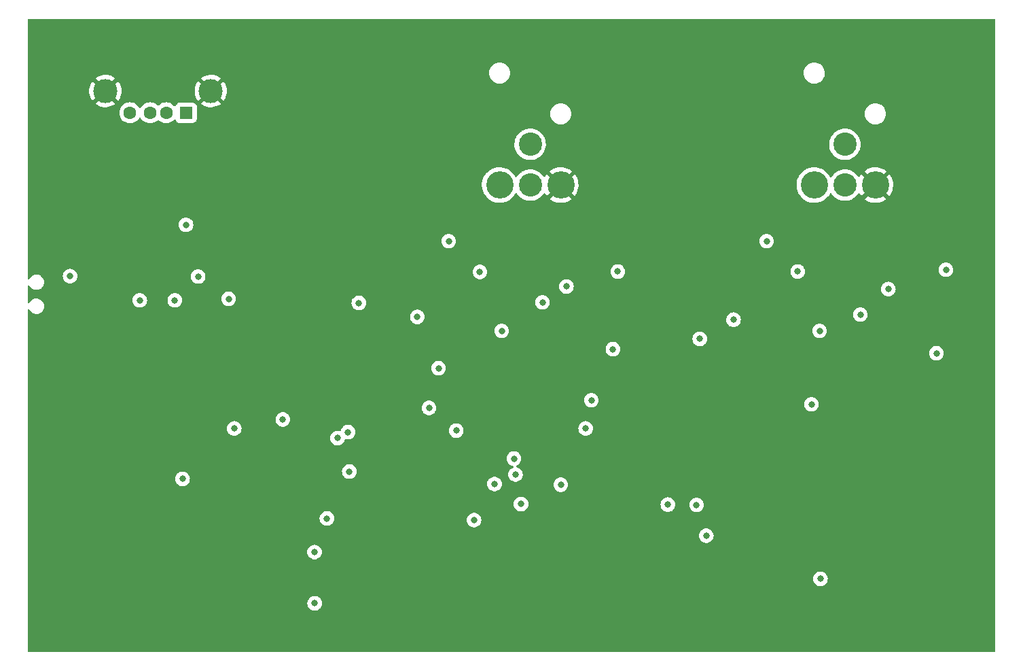
<source format=gbr>
%TF.GenerationSoftware,KiCad,Pcbnew,(5.99.0-9519-ga70106a3bd)*%
%TF.CreationDate,2021-04-02T22:42:04-07:00*%
%TF.ProjectId,UsbSound,55736253-6f75-46e6-942e-6b696361645f,rev?*%
%TF.SameCoordinates,Original*%
%TF.FileFunction,Copper,L2,Inr*%
%TF.FilePolarity,Positive*%
%FSLAX46Y46*%
G04 Gerber Fmt 4.6, Leading zero omitted, Abs format (unit mm)*
G04 Created by KiCad (PCBNEW (5.99.0-9519-ga70106a3bd)) date 2021-04-02 22:42:04*
%MOMM*%
%LPD*%
G01*
G04 APERTURE LIST*
%TA.AperFunction,ComponentPad*%
%ADD10R,1.600000X1.500000*%
%TD*%
%TA.AperFunction,ComponentPad*%
%ADD11C,1.600000*%
%TD*%
%TA.AperFunction,ComponentPad*%
%ADD12C,3.000000*%
%TD*%
%TA.AperFunction,ComponentPad*%
%ADD13C,3.400000*%
%TD*%
%TA.AperFunction,ComponentPad*%
%ADD14C,2.900000*%
%TD*%
%TA.AperFunction,ViaPad*%
%ADD15C,0.800000*%
%TD*%
G04 APERTURE END LIST*
D10*
%TO.N,+5V*%
%TO.C,J2*%
X96500100Y-53620000D03*
D11*
%TO.N,USB_CONN_D-*%
X94000100Y-53620000D03*
%TO.N,USB_CONN_D+*%
X92000100Y-53620000D03*
%TO.N,unconnected-(J2-Pad4)*%
X89500100Y-53620000D03*
D12*
%TO.N,GND*%
X86430100Y-50910000D03*
X99570100Y-50910000D03*
%TD*%
D13*
%TO.N,GND*%
%TO.C,J4*%
X182410500Y-62627600D03*
%TO.N,XLR_R+*%
X174790500Y-62627600D03*
D14*
%TO.N,XLR_R-*%
X178600500Y-62627600D03*
%TO.N,N/C*%
X178600500Y-57547600D03*
%TD*%
D13*
%TO.N,GND*%
%TO.C,J3*%
X143190500Y-62627600D03*
%TO.N,XLR_L+*%
X135570500Y-62627600D03*
D14*
%TO.N,XLR_L-*%
X139380500Y-62627600D03*
%TO.N,N/C*%
X139380500Y-57547600D03*
%TD*%
D15*
%TO.N,GND*%
X143000000Y-89900000D03*
X175260000Y-98552000D03*
X127762000Y-95758000D03*
X177292000Y-102616000D03*
X97800000Y-94100000D03*
X173228000Y-102616000D03*
X177292000Y-104648000D03*
X112000000Y-100100000D03*
X158500000Y-93200000D03*
X98900000Y-91500000D03*
X142200000Y-89100000D03*
X133096000Y-108204000D03*
X177500000Y-85200000D03*
X174244000Y-102616000D03*
X153400000Y-71500000D03*
X169400000Y-84000000D03*
X112000000Y-97900000D03*
X136652000Y-83566000D03*
X179800000Y-86500000D03*
X112500000Y-76600000D03*
X141400000Y-88300000D03*
X159600000Y-92200000D03*
X165700000Y-92700000D03*
X152100000Y-71500000D03*
X150500000Y-82000000D03*
X175260000Y-102616000D03*
X176276000Y-99568000D03*
X160200000Y-98700000D03*
X175900000Y-85900000D03*
X133096000Y-107188000D03*
X135700000Y-87600000D03*
X174400000Y-85900000D03*
X175260000Y-104648000D03*
X175260000Y-100584000D03*
X153300000Y-92900000D03*
X173228000Y-103632000D03*
X155500000Y-85700000D03*
X154800000Y-80500000D03*
X144615094Y-88610906D03*
X143002000Y-86868000D03*
X143795047Y-87790858D03*
X151300000Y-92900000D03*
X137196100Y-88967400D03*
X152100000Y-83300000D03*
X177500000Y-89100000D03*
X96700000Y-91500000D03*
X122800000Y-91500000D03*
X140600000Y-87500000D03*
X134112000Y-107188000D03*
X176276000Y-100584000D03*
X175260000Y-101600000D03*
X107200000Y-83000000D03*
X169400000Y-86100000D03*
X154400000Y-78300000D03*
X110300000Y-76600000D03*
X153400000Y-69300000D03*
X192500000Y-69600000D03*
X109200000Y-76600000D03*
X177292000Y-98552000D03*
X105600000Y-99700000D03*
X89814400Y-67640200D03*
X154700000Y-69300000D03*
X164200000Y-92700000D03*
X139100000Y-85900000D03*
X173228000Y-100584000D03*
X160700000Y-93200000D03*
X175260000Y-103632000D03*
X179800000Y-89100000D03*
X133055900Y-89069000D03*
X95600000Y-94100000D03*
X156500000Y-85700000D03*
X177292000Y-100584000D03*
X152300000Y-92900000D03*
X105600000Y-100900000D03*
X176276000Y-104648000D03*
X176276000Y-101600000D03*
X143700000Y-90700000D03*
X129623000Y-83566000D03*
X165700000Y-97900000D03*
X98900000Y-94100000D03*
X155500000Y-86700000D03*
X165700000Y-96900000D03*
X164400000Y-98500000D03*
X95600000Y-91500000D03*
X176276000Y-84100000D03*
X106100000Y-83000000D03*
X120700000Y-96400000D03*
X173228000Y-98552000D03*
X135128000Y-106172000D03*
X120800000Y-73100000D03*
X105000000Y-83000000D03*
X152100000Y-69300000D03*
X177292000Y-99568000D03*
X120800000Y-75300000D03*
X169418000Y-82296000D03*
X177500000Y-87800000D03*
X157400000Y-93200000D03*
X174244000Y-103632000D03*
X111400000Y-76600000D03*
X179800000Y-85200000D03*
X174244000Y-98552000D03*
X121800000Y-91000000D03*
X96700000Y-94100000D03*
X176276000Y-98552000D03*
X154700000Y-71500000D03*
X177500000Y-86500000D03*
X97800000Y-91500000D03*
X176276000Y-102616000D03*
X163322000Y-87884000D03*
X163400000Y-98500000D03*
X156500000Y-86700000D03*
X176276000Y-103632000D03*
X176276000Y-82296000D03*
X173228000Y-101600000D03*
X192400000Y-71900000D03*
X194700000Y-69600000D03*
X112000000Y-99000000D03*
X160700000Y-92200000D03*
X156300000Y-93200000D03*
X174244000Y-99568000D03*
X108300000Y-83000000D03*
X173228000Y-99568000D03*
X152900000Y-82500000D03*
X120800000Y-74200000D03*
X173228000Y-104648000D03*
X101100000Y-94100000D03*
X179800000Y-87800000D03*
X120800000Y-76400000D03*
X100000000Y-91500000D03*
X138300000Y-85100000D03*
X139800000Y-86700000D03*
X179800000Y-90400000D03*
X105600000Y-98500000D03*
X174244000Y-104648000D03*
X134112000Y-106172000D03*
X174244000Y-100584000D03*
X174244000Y-101600000D03*
X153800000Y-81600000D03*
X151800000Y-78300000D03*
X161700000Y-93600000D03*
X155200000Y-93200000D03*
X162200000Y-87800000D03*
X162400000Y-98500000D03*
X159600000Y-93200000D03*
X177500000Y-90400000D03*
X153000000Y-78300000D03*
X101100000Y-91500000D03*
X133096000Y-106172000D03*
X142240000Y-86106000D03*
X158500000Y-92200000D03*
X175260000Y-99568000D03*
X170500000Y-86100000D03*
X105600000Y-97300000D03*
X100000000Y-94100000D03*
X177292000Y-101600000D03*
X194700000Y-71900000D03*
X177292000Y-103632000D03*
%TO.N,+3V3*%
X127950500Y-85436800D03*
X161326100Y-106290200D03*
X132384800Y-104343200D03*
X114046000Y-104140000D03*
X156540200Y-102412800D03*
X115366800Y-94132400D03*
X96048100Y-99203600D03*
X101788500Y-76801000D03*
X108544900Y-91812200D03*
X126767900Y-90373200D03*
X175554500Y-111653600D03*
X130169200Y-93198400D03*
X97993200Y-74015600D03*
X160121600Y-102463600D03*
X82027300Y-73956000D03*
X118019100Y-77309000D03*
X116840000Y-98298000D03*
%TO.N,Net-(C17-Pad2)*%
X143895500Y-75257600D03*
X149695500Y-83057600D03*
%TO.N,+5VA*%
X175448500Y-80788600D03*
X191196500Y-73168600D03*
X147000500Y-89424600D03*
X135824500Y-80788600D03*
X174432500Y-89932600D03*
X150300000Y-73400000D03*
X146289300Y-92929800D03*
X160513300Y-81766500D03*
%TO.N,-5VA*%
X168844500Y-69612600D03*
X129220500Y-69612600D03*
X180528500Y-78756600D03*
X140904500Y-77232600D03*
%TO.N,Net-(C25-Pad2)*%
X125308000Y-79032600D03*
X133108000Y-73432600D03*
%TO.N,Net-(C42-Pad2)*%
X164720500Y-79382600D03*
X172720500Y-73382600D03*
%TO.N,Net-(C38-Pad2)*%
X184020500Y-75570100D03*
X190020500Y-83570100D03*
%TO.N,LED_STATUS*%
X112522000Y-114706400D03*
X112496600Y-108331000D03*
%TO.N,+5V*%
X143190500Y-99940200D03*
X96479900Y-67580600D03*
%TO.N,NRST*%
X116672900Y-93387000D03*
X102499700Y-92929800D03*
%TO.N,SWO*%
X138237500Y-102348400D03*
X134935500Y-99848400D03*
%TO.N,BOOT0*%
X95082900Y-76978600D03*
X90714100Y-76978600D03*
%TO.N,I2C1_SCL*%
X137551700Y-98670200D03*
X137348500Y-96689000D03*
%TD*%
%TA.AperFunction,Conductor*%
%TO.N,GND*%
G36*
X197300121Y-41980802D02*
G01*
X197346614Y-42034458D01*
X197358000Y-42086800D01*
X197358000Y-120625600D01*
X197337998Y-120693721D01*
X197284342Y-120740214D01*
X197232000Y-120751600D01*
X76859400Y-120751600D01*
X76791279Y-120731598D01*
X76744786Y-120677942D01*
X76733400Y-120625600D01*
X76733400Y-114706400D01*
X111608500Y-114706400D01*
X111628462Y-114896327D01*
X111687476Y-115077954D01*
X111782963Y-115243342D01*
X111910749Y-115385263D01*
X111916091Y-115389144D01*
X111916093Y-115389146D01*
X112059908Y-115493633D01*
X112065250Y-115497514D01*
X112071278Y-115500198D01*
X112071280Y-115500199D01*
X112233682Y-115572505D01*
X112239713Y-115575190D01*
X112333113Y-115595043D01*
X112420056Y-115613524D01*
X112420061Y-115613524D01*
X112426513Y-115614896D01*
X112617487Y-115614896D01*
X112623939Y-115613524D01*
X112623944Y-115613524D01*
X112710887Y-115595043D01*
X112804287Y-115575190D01*
X112810318Y-115572505D01*
X112972720Y-115500199D01*
X112972722Y-115500198D01*
X112978750Y-115497514D01*
X112984092Y-115493633D01*
X113127907Y-115389146D01*
X113127909Y-115389144D01*
X113133251Y-115385263D01*
X113261037Y-115243342D01*
X113356524Y-115077954D01*
X113415538Y-114896327D01*
X113435500Y-114706400D01*
X113415538Y-114516473D01*
X113356524Y-114334846D01*
X113261037Y-114169458D01*
X113133251Y-114027537D01*
X113127909Y-114023656D01*
X113127907Y-114023654D01*
X112984092Y-113919167D01*
X112984091Y-113919166D01*
X112978750Y-113915286D01*
X112972722Y-113912602D01*
X112972720Y-113912601D01*
X112810318Y-113840295D01*
X112810317Y-113840295D01*
X112804287Y-113837610D01*
X112710887Y-113817757D01*
X112623944Y-113799276D01*
X112623939Y-113799276D01*
X112617487Y-113797904D01*
X112426513Y-113797904D01*
X112420061Y-113799276D01*
X112420056Y-113799276D01*
X112333113Y-113817757D01*
X112239713Y-113837610D01*
X112233683Y-113840295D01*
X112233682Y-113840295D01*
X112071280Y-113912601D01*
X112071278Y-113912602D01*
X112065250Y-113915286D01*
X112059909Y-113919166D01*
X112059908Y-113919167D01*
X111916093Y-114023654D01*
X111916091Y-114023656D01*
X111910749Y-114027537D01*
X111782963Y-114169458D01*
X111687476Y-114334846D01*
X111628462Y-114516473D01*
X111608500Y-114706400D01*
X76733400Y-114706400D01*
X76733400Y-111653600D01*
X174641000Y-111653600D01*
X174660962Y-111843527D01*
X174719976Y-112025154D01*
X174815463Y-112190542D01*
X174943249Y-112332463D01*
X174948591Y-112336344D01*
X174948593Y-112336346D01*
X175092408Y-112440833D01*
X175097750Y-112444714D01*
X175103778Y-112447398D01*
X175103780Y-112447399D01*
X175266182Y-112519705D01*
X175272213Y-112522390D01*
X175365613Y-112542243D01*
X175452556Y-112560724D01*
X175452561Y-112560724D01*
X175459013Y-112562096D01*
X175649987Y-112562096D01*
X175656439Y-112560724D01*
X175656444Y-112560724D01*
X175743387Y-112542243D01*
X175836787Y-112522390D01*
X175842818Y-112519705D01*
X176005220Y-112447399D01*
X176005222Y-112447398D01*
X176011250Y-112444714D01*
X176016592Y-112440833D01*
X176160407Y-112336346D01*
X176160409Y-112336344D01*
X176165751Y-112332463D01*
X176293537Y-112190542D01*
X176389024Y-112025154D01*
X176448038Y-111843527D01*
X176468000Y-111653600D01*
X176448038Y-111463673D01*
X176389024Y-111282046D01*
X176293537Y-111116658D01*
X176165751Y-110974737D01*
X176160409Y-110970856D01*
X176160407Y-110970854D01*
X176016592Y-110866367D01*
X176016591Y-110866366D01*
X176011250Y-110862486D01*
X176005222Y-110859802D01*
X176005220Y-110859801D01*
X175842818Y-110787495D01*
X175842817Y-110787495D01*
X175836787Y-110784810D01*
X175743387Y-110764957D01*
X175656444Y-110746476D01*
X175656439Y-110746476D01*
X175649987Y-110745104D01*
X175459013Y-110745104D01*
X175452561Y-110746476D01*
X175452556Y-110746476D01*
X175365613Y-110764957D01*
X175272213Y-110784810D01*
X175266183Y-110787495D01*
X175266182Y-110787495D01*
X175103780Y-110859801D01*
X175103778Y-110859802D01*
X175097750Y-110862486D01*
X175092409Y-110866366D01*
X175092408Y-110866367D01*
X174948593Y-110970854D01*
X174948591Y-110970856D01*
X174943249Y-110974737D01*
X174815463Y-111116658D01*
X174719976Y-111282046D01*
X174660962Y-111463673D01*
X174641000Y-111653600D01*
X76733400Y-111653600D01*
X76733400Y-108331000D01*
X111583100Y-108331000D01*
X111603062Y-108520927D01*
X111662076Y-108702554D01*
X111757563Y-108867942D01*
X111885349Y-109009863D01*
X111890691Y-109013744D01*
X111890693Y-109013746D01*
X112034508Y-109118233D01*
X112039850Y-109122114D01*
X112045878Y-109124798D01*
X112045880Y-109124799D01*
X112208282Y-109197105D01*
X112214313Y-109199790D01*
X112307713Y-109219643D01*
X112394656Y-109238124D01*
X112394661Y-109238124D01*
X112401113Y-109239496D01*
X112592087Y-109239496D01*
X112598539Y-109238124D01*
X112598544Y-109238124D01*
X112685487Y-109219643D01*
X112778887Y-109199790D01*
X112784918Y-109197105D01*
X112947320Y-109124799D01*
X112947322Y-109124798D01*
X112953350Y-109122114D01*
X112958692Y-109118233D01*
X113102507Y-109013746D01*
X113102509Y-109013744D01*
X113107851Y-109009863D01*
X113235637Y-108867942D01*
X113331124Y-108702554D01*
X113390138Y-108520927D01*
X113410100Y-108331000D01*
X113390138Y-108141073D01*
X113331124Y-107959446D01*
X113235637Y-107794058D01*
X113107851Y-107652137D01*
X113102509Y-107648256D01*
X113102507Y-107648254D01*
X112958692Y-107543767D01*
X112958691Y-107543766D01*
X112953350Y-107539886D01*
X112947322Y-107537202D01*
X112947320Y-107537201D01*
X112784918Y-107464895D01*
X112784917Y-107464895D01*
X112778887Y-107462210D01*
X112685487Y-107442357D01*
X112598544Y-107423876D01*
X112598539Y-107423876D01*
X112592087Y-107422504D01*
X112401113Y-107422504D01*
X112394661Y-107423876D01*
X112394656Y-107423876D01*
X112307713Y-107442357D01*
X112214313Y-107462210D01*
X112208283Y-107464895D01*
X112208282Y-107464895D01*
X112045880Y-107537201D01*
X112045878Y-107537202D01*
X112039850Y-107539886D01*
X112034509Y-107543766D01*
X112034508Y-107543767D01*
X111890693Y-107648254D01*
X111890691Y-107648256D01*
X111885349Y-107652137D01*
X111757563Y-107794058D01*
X111662076Y-107959446D01*
X111603062Y-108141073D01*
X111583100Y-108331000D01*
X76733400Y-108331000D01*
X76733400Y-106290200D01*
X160412600Y-106290200D01*
X160432562Y-106480127D01*
X160491576Y-106661754D01*
X160587063Y-106827142D01*
X160714849Y-106969063D01*
X160720191Y-106972944D01*
X160720193Y-106972946D01*
X160864008Y-107077433D01*
X160869350Y-107081314D01*
X160875378Y-107083998D01*
X160875380Y-107083999D01*
X161037782Y-107156305D01*
X161043813Y-107158990D01*
X161137213Y-107178843D01*
X161224156Y-107197324D01*
X161224161Y-107197324D01*
X161230613Y-107198696D01*
X161421587Y-107198696D01*
X161428039Y-107197324D01*
X161428044Y-107197324D01*
X161514987Y-107178843D01*
X161608387Y-107158990D01*
X161614418Y-107156305D01*
X161776820Y-107083999D01*
X161776822Y-107083998D01*
X161782850Y-107081314D01*
X161788192Y-107077433D01*
X161932007Y-106972946D01*
X161932009Y-106972944D01*
X161937351Y-106969063D01*
X162065137Y-106827142D01*
X162160624Y-106661754D01*
X162219638Y-106480127D01*
X162239600Y-106290200D01*
X162219638Y-106100273D01*
X162160624Y-105918646D01*
X162065137Y-105753258D01*
X161937351Y-105611337D01*
X161932009Y-105607456D01*
X161932007Y-105607454D01*
X161788192Y-105502967D01*
X161788191Y-105502966D01*
X161782850Y-105499086D01*
X161776822Y-105496402D01*
X161776820Y-105496401D01*
X161614418Y-105424095D01*
X161614417Y-105424095D01*
X161608387Y-105421410D01*
X161514987Y-105401557D01*
X161428044Y-105383076D01*
X161428039Y-105383076D01*
X161421587Y-105381704D01*
X161230613Y-105381704D01*
X161224161Y-105383076D01*
X161224156Y-105383076D01*
X161137213Y-105401557D01*
X161043813Y-105421410D01*
X161037783Y-105424095D01*
X161037782Y-105424095D01*
X160875380Y-105496401D01*
X160875378Y-105496402D01*
X160869350Y-105499086D01*
X160864009Y-105502966D01*
X160864008Y-105502967D01*
X160720193Y-105607454D01*
X160720191Y-105607456D01*
X160714849Y-105611337D01*
X160587063Y-105753258D01*
X160491576Y-105918646D01*
X160432562Y-106100273D01*
X160412600Y-106290200D01*
X76733400Y-106290200D01*
X76733400Y-104140000D01*
X113132500Y-104140000D01*
X113152462Y-104329927D01*
X113154502Y-104336205D01*
X113154502Y-104336206D01*
X113158908Y-104349765D01*
X113211476Y-104511554D01*
X113306963Y-104676942D01*
X113434749Y-104818863D01*
X113440091Y-104822744D01*
X113440093Y-104822746D01*
X113525848Y-104885050D01*
X113589250Y-104931114D01*
X113595278Y-104933798D01*
X113595280Y-104933799D01*
X113757682Y-105006105D01*
X113763713Y-105008790D01*
X113844425Y-105025946D01*
X113944056Y-105047124D01*
X113944061Y-105047124D01*
X113950513Y-105048496D01*
X114141487Y-105048496D01*
X114147939Y-105047124D01*
X114147944Y-105047124D01*
X114247575Y-105025946D01*
X114328287Y-105008790D01*
X114334318Y-105006105D01*
X114496720Y-104933799D01*
X114496722Y-104933798D01*
X114502750Y-104931114D01*
X114566152Y-104885050D01*
X114651907Y-104822746D01*
X114651909Y-104822744D01*
X114657251Y-104818863D01*
X114785037Y-104676942D01*
X114880524Y-104511554D01*
X114933092Y-104349765D01*
X114935225Y-104343200D01*
X131471300Y-104343200D01*
X131491262Y-104533127D01*
X131550276Y-104714754D01*
X131645763Y-104880142D01*
X131773549Y-105022063D01*
X131778891Y-105025944D01*
X131778893Y-105025946D01*
X131809931Y-105048496D01*
X131928050Y-105134314D01*
X131934078Y-105136998D01*
X131934080Y-105136999D01*
X132096482Y-105209305D01*
X132102513Y-105211990D01*
X132195913Y-105231843D01*
X132282856Y-105250324D01*
X132282861Y-105250324D01*
X132289313Y-105251696D01*
X132480287Y-105251696D01*
X132486739Y-105250324D01*
X132486744Y-105250324D01*
X132573687Y-105231843D01*
X132667087Y-105211990D01*
X132673118Y-105209305D01*
X132835520Y-105136999D01*
X132835522Y-105136998D01*
X132841550Y-105134314D01*
X132959669Y-105048496D01*
X132990707Y-105025946D01*
X132990709Y-105025944D01*
X132996051Y-105022063D01*
X133123837Y-104880142D01*
X133219324Y-104714754D01*
X133278338Y-104533127D01*
X133298300Y-104343200D01*
X133278338Y-104153273D01*
X133276159Y-104146565D01*
X133221366Y-103977931D01*
X133219324Y-103971646D01*
X133123837Y-103806258D01*
X132996051Y-103664337D01*
X132990709Y-103660456D01*
X132990707Y-103660454D01*
X132846892Y-103555967D01*
X132846891Y-103555966D01*
X132841550Y-103552086D01*
X132835522Y-103549402D01*
X132835520Y-103549401D01*
X132673118Y-103477095D01*
X132673117Y-103477095D01*
X132667087Y-103474410D01*
X132573687Y-103454557D01*
X132486744Y-103436076D01*
X132486739Y-103436076D01*
X132480287Y-103434704D01*
X132289313Y-103434704D01*
X132282861Y-103436076D01*
X132282856Y-103436076D01*
X132195913Y-103454557D01*
X132102513Y-103474410D01*
X132096483Y-103477095D01*
X132096482Y-103477095D01*
X131934080Y-103549401D01*
X131934078Y-103549402D01*
X131928050Y-103552086D01*
X131922709Y-103555966D01*
X131922708Y-103555967D01*
X131778893Y-103660454D01*
X131778891Y-103660456D01*
X131773549Y-103664337D01*
X131645763Y-103806258D01*
X131550276Y-103971646D01*
X131548234Y-103977931D01*
X131493442Y-104146565D01*
X131491262Y-104153273D01*
X131471300Y-104343200D01*
X114935225Y-104343200D01*
X114937498Y-104336206D01*
X114937498Y-104336205D01*
X114939538Y-104329927D01*
X114959500Y-104140000D01*
X114939538Y-103950073D01*
X114880524Y-103768446D01*
X114785037Y-103603058D01*
X114657251Y-103461137D01*
X114651909Y-103457256D01*
X114651907Y-103457254D01*
X114508092Y-103352767D01*
X114508091Y-103352766D01*
X114502750Y-103348886D01*
X114496722Y-103346202D01*
X114496720Y-103346201D01*
X114334318Y-103273895D01*
X114334317Y-103273895D01*
X114328287Y-103271210D01*
X114232422Y-103250833D01*
X114147944Y-103232876D01*
X114147939Y-103232876D01*
X114141487Y-103231504D01*
X113950513Y-103231504D01*
X113944061Y-103232876D01*
X113944056Y-103232876D01*
X113859578Y-103250833D01*
X113763713Y-103271210D01*
X113757683Y-103273895D01*
X113757682Y-103273895D01*
X113595280Y-103346201D01*
X113595278Y-103346202D01*
X113589250Y-103348886D01*
X113583909Y-103352766D01*
X113583908Y-103352767D01*
X113440093Y-103457254D01*
X113440091Y-103457256D01*
X113434749Y-103461137D01*
X113306963Y-103603058D01*
X113211476Y-103768446D01*
X113152462Y-103950073D01*
X113132500Y-104140000D01*
X76733400Y-104140000D01*
X76733400Y-102348400D01*
X137324000Y-102348400D01*
X137343962Y-102538327D01*
X137402976Y-102719954D01*
X137498463Y-102885342D01*
X137502881Y-102890249D01*
X137502882Y-102890250D01*
X137621827Y-103022352D01*
X137626249Y-103027263D01*
X137631591Y-103031144D01*
X137631593Y-103031146D01*
X137708129Y-103086752D01*
X137780750Y-103139514D01*
X137786778Y-103142198D01*
X137786780Y-103142199D01*
X137931425Y-103206599D01*
X137955213Y-103217190D01*
X138048613Y-103237043D01*
X138135556Y-103255524D01*
X138135561Y-103255524D01*
X138142013Y-103256896D01*
X138332987Y-103256896D01*
X138339439Y-103255524D01*
X138339444Y-103255524D01*
X138426387Y-103237043D01*
X138519787Y-103217190D01*
X138543575Y-103206599D01*
X138688220Y-103142199D01*
X138688222Y-103142198D01*
X138694250Y-103139514D01*
X138766871Y-103086752D01*
X138843407Y-103031146D01*
X138843409Y-103031144D01*
X138848751Y-103027263D01*
X138853173Y-103022352D01*
X138972118Y-102890250D01*
X138972119Y-102890249D01*
X138976537Y-102885342D01*
X139072024Y-102719954D01*
X139131038Y-102538327D01*
X139144231Y-102412800D01*
X155626700Y-102412800D01*
X155646662Y-102602727D01*
X155705676Y-102784354D01*
X155801163Y-102949742D01*
X155805581Y-102954649D01*
X155805582Y-102954650D01*
X155866541Y-103022352D01*
X155928949Y-103091663D01*
X155934291Y-103095544D01*
X155934293Y-103095546D01*
X156004214Y-103146346D01*
X156083450Y-103203914D01*
X156089478Y-103206598D01*
X156089480Y-103206599D01*
X156251882Y-103278905D01*
X156257913Y-103281590D01*
X156351313Y-103301443D01*
X156438256Y-103319924D01*
X156438261Y-103319924D01*
X156444713Y-103321296D01*
X156635687Y-103321296D01*
X156642139Y-103319924D01*
X156642144Y-103319924D01*
X156729087Y-103301443D01*
X156822487Y-103281590D01*
X156828518Y-103278905D01*
X156990920Y-103206599D01*
X156990922Y-103206598D01*
X156996950Y-103203914D01*
X157076186Y-103146346D01*
X157146107Y-103095546D01*
X157146109Y-103095544D01*
X157151451Y-103091663D01*
X157213859Y-103022352D01*
X157274818Y-102954650D01*
X157274819Y-102954649D01*
X157279237Y-102949742D01*
X157374724Y-102784354D01*
X157433738Y-102602727D01*
X157448361Y-102463600D01*
X159208100Y-102463600D01*
X159228062Y-102653527D01*
X159287076Y-102835154D01*
X159382563Y-103000542D01*
X159386981Y-103005449D01*
X159386982Y-103005450D01*
X159468105Y-103095546D01*
X159510349Y-103142463D01*
X159515691Y-103146344D01*
X159515693Y-103146346D01*
X159632904Y-103231504D01*
X159664850Y-103254714D01*
X159670878Y-103257398D01*
X159670880Y-103257399D01*
X159811314Y-103319924D01*
X159839313Y-103332390D01*
X159916920Y-103348886D01*
X160019656Y-103370724D01*
X160019661Y-103370724D01*
X160026113Y-103372096D01*
X160217087Y-103372096D01*
X160223539Y-103370724D01*
X160223544Y-103370724D01*
X160326280Y-103348886D01*
X160403887Y-103332390D01*
X160431886Y-103319924D01*
X160572320Y-103257399D01*
X160572322Y-103257398D01*
X160578350Y-103254714D01*
X160610296Y-103231504D01*
X160727507Y-103146346D01*
X160727509Y-103146344D01*
X160732851Y-103142463D01*
X160775095Y-103095546D01*
X160856218Y-103005450D01*
X160856219Y-103005449D01*
X160860637Y-103000542D01*
X160956124Y-102835154D01*
X161015138Y-102653527D01*
X161035100Y-102463600D01*
X161015138Y-102273673D01*
X160956124Y-102092046D01*
X160860637Y-101926658D01*
X160810478Y-101870950D01*
X160737273Y-101789648D01*
X160737272Y-101789647D01*
X160732851Y-101784737D01*
X160727509Y-101780856D01*
X160727507Y-101780854D01*
X160583692Y-101676367D01*
X160583691Y-101676366D01*
X160578350Y-101672486D01*
X160572322Y-101669802D01*
X160572320Y-101669801D01*
X160409918Y-101597495D01*
X160409917Y-101597495D01*
X160403887Y-101594810D01*
X160310487Y-101574957D01*
X160223544Y-101556476D01*
X160223539Y-101556476D01*
X160217087Y-101555104D01*
X160026113Y-101555104D01*
X160019661Y-101556476D01*
X160019656Y-101556476D01*
X159932713Y-101574957D01*
X159839313Y-101594810D01*
X159833283Y-101597495D01*
X159833282Y-101597495D01*
X159670880Y-101669801D01*
X159670878Y-101669802D01*
X159664850Y-101672486D01*
X159659509Y-101676366D01*
X159659508Y-101676367D01*
X159515693Y-101780854D01*
X159515691Y-101780856D01*
X159510349Y-101784737D01*
X159505928Y-101789647D01*
X159505927Y-101789648D01*
X159432723Y-101870950D01*
X159382563Y-101926658D01*
X159287076Y-102092046D01*
X159228062Y-102273673D01*
X159208100Y-102463600D01*
X157448361Y-102463600D01*
X157453700Y-102412800D01*
X157433738Y-102222873D01*
X157374724Y-102041246D01*
X157279237Y-101875858D01*
X157197192Y-101784737D01*
X157155873Y-101738848D01*
X157155872Y-101738847D01*
X157151451Y-101733937D01*
X157146109Y-101730056D01*
X157146107Y-101730054D01*
X157002292Y-101625567D01*
X157002291Y-101625566D01*
X156996950Y-101621686D01*
X156990922Y-101619002D01*
X156990920Y-101619001D01*
X156828518Y-101546695D01*
X156828517Y-101546695D01*
X156822487Y-101544010D01*
X156729087Y-101524157D01*
X156642144Y-101505676D01*
X156642139Y-101505676D01*
X156635687Y-101504304D01*
X156444713Y-101504304D01*
X156438261Y-101505676D01*
X156438256Y-101505676D01*
X156351313Y-101524157D01*
X156257913Y-101544010D01*
X156251883Y-101546695D01*
X156251882Y-101546695D01*
X156089480Y-101619001D01*
X156089478Y-101619002D01*
X156083450Y-101621686D01*
X156078109Y-101625566D01*
X156078108Y-101625567D01*
X155934293Y-101730054D01*
X155934291Y-101730056D01*
X155928949Y-101733937D01*
X155924528Y-101738847D01*
X155924527Y-101738848D01*
X155883209Y-101784737D01*
X155801163Y-101875858D01*
X155705676Y-102041246D01*
X155646662Y-102222873D01*
X155626700Y-102412800D01*
X139144231Y-102412800D01*
X139151000Y-102348400D01*
X139131038Y-102158473D01*
X139072024Y-101976846D01*
X138976537Y-101811458D01*
X138952478Y-101784737D01*
X138853173Y-101674448D01*
X138853172Y-101674447D01*
X138848751Y-101669537D01*
X138843409Y-101665656D01*
X138843407Y-101665654D01*
X138699592Y-101561167D01*
X138699591Y-101561166D01*
X138694250Y-101557286D01*
X138688222Y-101554602D01*
X138688220Y-101554601D01*
X138525818Y-101482295D01*
X138525817Y-101482295D01*
X138519787Y-101479610D01*
X138426387Y-101459757D01*
X138339444Y-101441276D01*
X138339439Y-101441276D01*
X138332987Y-101439904D01*
X138142013Y-101439904D01*
X138135561Y-101441276D01*
X138135556Y-101441276D01*
X138048613Y-101459757D01*
X137955213Y-101479610D01*
X137949183Y-101482295D01*
X137949182Y-101482295D01*
X137786780Y-101554601D01*
X137786778Y-101554602D01*
X137780750Y-101557286D01*
X137775409Y-101561166D01*
X137775408Y-101561167D01*
X137631593Y-101665654D01*
X137631591Y-101665656D01*
X137626249Y-101669537D01*
X137621828Y-101674447D01*
X137621827Y-101674448D01*
X137522523Y-101784737D01*
X137498463Y-101811458D01*
X137402976Y-101976846D01*
X137343962Y-102158473D01*
X137324000Y-102348400D01*
X76733400Y-102348400D01*
X76733400Y-99203600D01*
X95134600Y-99203600D01*
X95135290Y-99210165D01*
X95149373Y-99344152D01*
X95154562Y-99393527D01*
X95213576Y-99575154D01*
X95309063Y-99740542D01*
X95313481Y-99745449D01*
X95313482Y-99745450D01*
X95412090Y-99854965D01*
X95436849Y-99882463D01*
X95442191Y-99886344D01*
X95442193Y-99886346D01*
X95586008Y-99990833D01*
X95591350Y-99994714D01*
X95597378Y-99997398D01*
X95597380Y-99997399D01*
X95674563Y-100031763D01*
X95765813Y-100072390D01*
X95859213Y-100092243D01*
X95946156Y-100110724D01*
X95946161Y-100110724D01*
X95952613Y-100112096D01*
X96143587Y-100112096D01*
X96150039Y-100110724D01*
X96150044Y-100110724D01*
X96236987Y-100092243D01*
X96330387Y-100072390D01*
X96421637Y-100031763D01*
X96498820Y-99997399D01*
X96498822Y-99997398D01*
X96504850Y-99994714D01*
X96510192Y-99990833D01*
X96654007Y-99886346D01*
X96654009Y-99886344D01*
X96659351Y-99882463D01*
X96684110Y-99854965D01*
X96690021Y-99848400D01*
X134022000Y-99848400D01*
X134022690Y-99854965D01*
X134032339Y-99946765D01*
X134041962Y-100038327D01*
X134100976Y-100219954D01*
X134196463Y-100385342D01*
X134324249Y-100527263D01*
X134329591Y-100531144D01*
X134329593Y-100531146D01*
X134443842Y-100614152D01*
X134478750Y-100639514D01*
X134484778Y-100642198D01*
X134484780Y-100642199D01*
X134647182Y-100714505D01*
X134653213Y-100717190D01*
X134746613Y-100737043D01*
X134833556Y-100755524D01*
X134833561Y-100755524D01*
X134840013Y-100756896D01*
X135030987Y-100756896D01*
X135037439Y-100755524D01*
X135037444Y-100755524D01*
X135124387Y-100737043D01*
X135217787Y-100717190D01*
X135223818Y-100714505D01*
X135386220Y-100642199D01*
X135386222Y-100642198D01*
X135392250Y-100639514D01*
X135427158Y-100614152D01*
X135541407Y-100531146D01*
X135541409Y-100531144D01*
X135546751Y-100527263D01*
X135674537Y-100385342D01*
X135770024Y-100219954D01*
X135829038Y-100038327D01*
X135838662Y-99946765D01*
X135839352Y-99940200D01*
X142277000Y-99940200D01*
X142296962Y-100130127D01*
X142355976Y-100311754D01*
X142451463Y-100477142D01*
X142579249Y-100619063D01*
X142584591Y-100622944D01*
X142584593Y-100622946D01*
X142611093Y-100642199D01*
X142733750Y-100731314D01*
X142739778Y-100733998D01*
X142739780Y-100733999D01*
X142791208Y-100756896D01*
X142908213Y-100808990D01*
X143001613Y-100828843D01*
X143088556Y-100847324D01*
X143088561Y-100847324D01*
X143095013Y-100848696D01*
X143285987Y-100848696D01*
X143292439Y-100847324D01*
X143292444Y-100847324D01*
X143379387Y-100828843D01*
X143472787Y-100808990D01*
X143589792Y-100756896D01*
X143641220Y-100733999D01*
X143641222Y-100733998D01*
X143647250Y-100731314D01*
X143769907Y-100642199D01*
X143796407Y-100622946D01*
X143796409Y-100622944D01*
X143801751Y-100619063D01*
X143929537Y-100477142D01*
X144025024Y-100311754D01*
X144084038Y-100130127D01*
X144104000Y-99940200D01*
X144097932Y-99882463D01*
X144084728Y-99756837D01*
X144084728Y-99756836D01*
X144084038Y-99750273D01*
X144025024Y-99568646D01*
X143929537Y-99403258D01*
X143801751Y-99261337D01*
X143796409Y-99257456D01*
X143796407Y-99257454D01*
X143652592Y-99152967D01*
X143652591Y-99152966D01*
X143647250Y-99149086D01*
X143641222Y-99146402D01*
X143641220Y-99146401D01*
X143478818Y-99074095D01*
X143478817Y-99074095D01*
X143472787Y-99071410D01*
X143379387Y-99051557D01*
X143292444Y-99033076D01*
X143292439Y-99033076D01*
X143285987Y-99031704D01*
X143095013Y-99031704D01*
X143088561Y-99033076D01*
X143088556Y-99033076D01*
X143001613Y-99051557D01*
X142908213Y-99071410D01*
X142902183Y-99074095D01*
X142902182Y-99074095D01*
X142739780Y-99146401D01*
X142739778Y-99146402D01*
X142733750Y-99149086D01*
X142728409Y-99152966D01*
X142728408Y-99152967D01*
X142584593Y-99257454D01*
X142584591Y-99257456D01*
X142579249Y-99261337D01*
X142451463Y-99403258D01*
X142355976Y-99568646D01*
X142296962Y-99750273D01*
X142296272Y-99756836D01*
X142296272Y-99756837D01*
X142283068Y-99882463D01*
X142277000Y-99940200D01*
X135839352Y-99940200D01*
X135848310Y-99854965D01*
X135849000Y-99848400D01*
X135829038Y-99658473D01*
X135770024Y-99476846D01*
X135674537Y-99311458D01*
X135577422Y-99203600D01*
X135551173Y-99174448D01*
X135551172Y-99174447D01*
X135546751Y-99169537D01*
X135541409Y-99165656D01*
X135541407Y-99165654D01*
X135397592Y-99061167D01*
X135397591Y-99061166D01*
X135392250Y-99057286D01*
X135386222Y-99054602D01*
X135386220Y-99054601D01*
X135223818Y-98982295D01*
X135223817Y-98982295D01*
X135217787Y-98979610D01*
X135124387Y-98959757D01*
X135037444Y-98941276D01*
X135037439Y-98941276D01*
X135030987Y-98939904D01*
X134840013Y-98939904D01*
X134833561Y-98941276D01*
X134833556Y-98941276D01*
X134746613Y-98959757D01*
X134653213Y-98979610D01*
X134647183Y-98982295D01*
X134647182Y-98982295D01*
X134484780Y-99054601D01*
X134484778Y-99054602D01*
X134478750Y-99057286D01*
X134473409Y-99061166D01*
X134473408Y-99061167D01*
X134329593Y-99165654D01*
X134329591Y-99165656D01*
X134324249Y-99169537D01*
X134319828Y-99174447D01*
X134319827Y-99174448D01*
X134293579Y-99203600D01*
X134196463Y-99311458D01*
X134100976Y-99476846D01*
X134041962Y-99658473D01*
X134022000Y-99848400D01*
X96690021Y-99848400D01*
X96782718Y-99745450D01*
X96782719Y-99745449D01*
X96787137Y-99740542D01*
X96882624Y-99575154D01*
X96941638Y-99393527D01*
X96946828Y-99344152D01*
X96960910Y-99210165D01*
X96961600Y-99203600D01*
X96945191Y-99047477D01*
X96942328Y-99020237D01*
X96942328Y-99020236D01*
X96941638Y-99013673D01*
X96930940Y-98980746D01*
X96884666Y-98838331D01*
X96882624Y-98832046D01*
X96787137Y-98666658D01*
X96659351Y-98524737D01*
X96654009Y-98520856D01*
X96654007Y-98520854D01*
X96510192Y-98416367D01*
X96510191Y-98416366D01*
X96504850Y-98412486D01*
X96498822Y-98409802D01*
X96498820Y-98409801D01*
X96336418Y-98337495D01*
X96336417Y-98337495D01*
X96330387Y-98334810D01*
X96236987Y-98314957D01*
X96157214Y-98298000D01*
X115926500Y-98298000D01*
X115927190Y-98304565D01*
X115945658Y-98480273D01*
X115946462Y-98487927D01*
X115948502Y-98494205D01*
X115948502Y-98494206D01*
X115958422Y-98524737D01*
X116005476Y-98669554D01*
X116100963Y-98834942D01*
X116105381Y-98839849D01*
X116105382Y-98839850D01*
X116129293Y-98866406D01*
X116228749Y-98976863D01*
X116234091Y-98980744D01*
X116234093Y-98980746D01*
X116339442Y-99057286D01*
X116383250Y-99089114D01*
X116389278Y-99091798D01*
X116389280Y-99091799D01*
X116517949Y-99149086D01*
X116557713Y-99166790D01*
X116651113Y-99186643D01*
X116738056Y-99205124D01*
X116738061Y-99205124D01*
X116744513Y-99206496D01*
X116935487Y-99206496D01*
X116941939Y-99205124D01*
X116941944Y-99205124D01*
X117028887Y-99186643D01*
X117122287Y-99166790D01*
X117162051Y-99149086D01*
X117290720Y-99091799D01*
X117290722Y-99091798D01*
X117296750Y-99089114D01*
X117340558Y-99057286D01*
X117445907Y-98980746D01*
X117445909Y-98980744D01*
X117451251Y-98976863D01*
X117550707Y-98866406D01*
X117574618Y-98839850D01*
X117574619Y-98839849D01*
X117579037Y-98834942D01*
X117674524Y-98669554D01*
X117721578Y-98524737D01*
X117731498Y-98494206D01*
X117731498Y-98494205D01*
X117733538Y-98487927D01*
X117734343Y-98480273D01*
X117752810Y-98304565D01*
X117753500Y-98298000D01*
X117733538Y-98108073D01*
X117674524Y-97926446D01*
X117579037Y-97761058D01*
X117560392Y-97740350D01*
X117455673Y-97624048D01*
X117455672Y-97624047D01*
X117451251Y-97619137D01*
X117445909Y-97615256D01*
X117445907Y-97615254D01*
X117302092Y-97510767D01*
X117302091Y-97510766D01*
X117296750Y-97506886D01*
X117290722Y-97504202D01*
X117290720Y-97504201D01*
X117128318Y-97431895D01*
X117128317Y-97431895D01*
X117122287Y-97429210D01*
X117028887Y-97409357D01*
X116941944Y-97390876D01*
X116941939Y-97390876D01*
X116935487Y-97389504D01*
X116744513Y-97389504D01*
X116738061Y-97390876D01*
X116738056Y-97390876D01*
X116651113Y-97409357D01*
X116557713Y-97429210D01*
X116551683Y-97431895D01*
X116551682Y-97431895D01*
X116389280Y-97504201D01*
X116389278Y-97504202D01*
X116383250Y-97506886D01*
X116377909Y-97510766D01*
X116377908Y-97510767D01*
X116234093Y-97615254D01*
X116234091Y-97615256D01*
X116228749Y-97619137D01*
X116224328Y-97624047D01*
X116224327Y-97624048D01*
X116119609Y-97740350D01*
X116100963Y-97761058D01*
X116005476Y-97926446D01*
X115946462Y-98108073D01*
X115926500Y-98298000D01*
X96157214Y-98298000D01*
X96150044Y-98296476D01*
X96150039Y-98296476D01*
X96143587Y-98295104D01*
X95952613Y-98295104D01*
X95946161Y-98296476D01*
X95946156Y-98296476D01*
X95859213Y-98314957D01*
X95765813Y-98334810D01*
X95759783Y-98337495D01*
X95759782Y-98337495D01*
X95597380Y-98409801D01*
X95597378Y-98409802D01*
X95591350Y-98412486D01*
X95586009Y-98416366D01*
X95586008Y-98416367D01*
X95442193Y-98520854D01*
X95442191Y-98520856D01*
X95436849Y-98524737D01*
X95309063Y-98666658D01*
X95213576Y-98832046D01*
X95211534Y-98838331D01*
X95165261Y-98980746D01*
X95154562Y-99013673D01*
X95153872Y-99020236D01*
X95153872Y-99020237D01*
X95151009Y-99047477D01*
X95134600Y-99203600D01*
X76733400Y-99203600D01*
X76733400Y-96689000D01*
X136435000Y-96689000D01*
X136454962Y-96878927D01*
X136513976Y-97060554D01*
X136609463Y-97225942D01*
X136737249Y-97367863D01*
X136742591Y-97371744D01*
X136742593Y-97371746D01*
X136819798Y-97427838D01*
X136891750Y-97480114D01*
X136897778Y-97482798D01*
X136897780Y-97482799D01*
X137060182Y-97555105D01*
X137066213Y-97557790D01*
X137194801Y-97585123D01*
X137257273Y-97618850D01*
X137291595Y-97681000D01*
X137286867Y-97751839D01*
X137244591Y-97808877D01*
X137219852Y-97823476D01*
X137100980Y-97876401D01*
X137100978Y-97876402D01*
X137094950Y-97879086D01*
X137089609Y-97882966D01*
X137089608Y-97882967D01*
X136945793Y-97987454D01*
X136945791Y-97987456D01*
X136940449Y-97991337D01*
X136936028Y-97996247D01*
X136936027Y-97996248D01*
X136835340Y-98108073D01*
X136812663Y-98133258D01*
X136717176Y-98298646D01*
X136658162Y-98480273D01*
X136657472Y-98486836D01*
X136657472Y-98486837D01*
X136639088Y-98661750D01*
X136638200Y-98670200D01*
X136638890Y-98676765D01*
X136655211Y-98832046D01*
X136658162Y-98860127D01*
X136717176Y-99041754D01*
X136812663Y-99207142D01*
X136940449Y-99349063D01*
X136945791Y-99352944D01*
X136945793Y-99352946D01*
X137089608Y-99457433D01*
X137094950Y-99461314D01*
X137100978Y-99463998D01*
X137100980Y-99463999D01*
X137263382Y-99536305D01*
X137269413Y-99538990D01*
X137362813Y-99558843D01*
X137449756Y-99577324D01*
X137449761Y-99577324D01*
X137456213Y-99578696D01*
X137647187Y-99578696D01*
X137653639Y-99577324D01*
X137653644Y-99577324D01*
X137740587Y-99558843D01*
X137833987Y-99538990D01*
X137840018Y-99536305D01*
X138002420Y-99463999D01*
X138002422Y-99463998D01*
X138008450Y-99461314D01*
X138013792Y-99457433D01*
X138157607Y-99352946D01*
X138157609Y-99352944D01*
X138162951Y-99349063D01*
X138290737Y-99207142D01*
X138386224Y-99041754D01*
X138445238Y-98860127D01*
X138448190Y-98832046D01*
X138464510Y-98676765D01*
X138465200Y-98670200D01*
X138464312Y-98661750D01*
X138445928Y-98486837D01*
X138445928Y-98486836D01*
X138445238Y-98480273D01*
X138386224Y-98298646D01*
X138290737Y-98133258D01*
X138268061Y-98108073D01*
X138167373Y-97996248D01*
X138167372Y-97996247D01*
X138162951Y-97991337D01*
X138157609Y-97987456D01*
X138157607Y-97987454D01*
X138013792Y-97882967D01*
X138013791Y-97882966D01*
X138008450Y-97879086D01*
X138002422Y-97876402D01*
X138002420Y-97876401D01*
X137840018Y-97804095D01*
X137840017Y-97804095D01*
X137833987Y-97801410D01*
X137705399Y-97774077D01*
X137642927Y-97740350D01*
X137608605Y-97678200D01*
X137613333Y-97607361D01*
X137655609Y-97550323D01*
X137680348Y-97535724D01*
X137799220Y-97482799D01*
X137799222Y-97482798D01*
X137805250Y-97480114D01*
X137877202Y-97427838D01*
X137954407Y-97371746D01*
X137954409Y-97371744D01*
X137959751Y-97367863D01*
X138087537Y-97225942D01*
X138183024Y-97060554D01*
X138242038Y-96878927D01*
X138262000Y-96689000D01*
X138242038Y-96499073D01*
X138183024Y-96317446D01*
X138087537Y-96152058D01*
X137959751Y-96010137D01*
X137954409Y-96006256D01*
X137954407Y-96006254D01*
X137810592Y-95901767D01*
X137810591Y-95901766D01*
X137805250Y-95897886D01*
X137799222Y-95895202D01*
X137799220Y-95895201D01*
X137636818Y-95822895D01*
X137636817Y-95822895D01*
X137630787Y-95820210D01*
X137537387Y-95800357D01*
X137450444Y-95781876D01*
X137450439Y-95781876D01*
X137443987Y-95780504D01*
X137253013Y-95780504D01*
X137246561Y-95781876D01*
X137246556Y-95781876D01*
X137159613Y-95800357D01*
X137066213Y-95820210D01*
X137060183Y-95822895D01*
X137060182Y-95822895D01*
X136897780Y-95895201D01*
X136897778Y-95895202D01*
X136891750Y-95897886D01*
X136886409Y-95901766D01*
X136886408Y-95901767D01*
X136742593Y-96006254D01*
X136742591Y-96006256D01*
X136737249Y-96010137D01*
X136609463Y-96152058D01*
X136513976Y-96317446D01*
X136454962Y-96499073D01*
X136435000Y-96689000D01*
X76733400Y-96689000D01*
X76733400Y-94132400D01*
X114453300Y-94132400D01*
X114453990Y-94138965D01*
X114465987Y-94253105D01*
X114473262Y-94322327D01*
X114532276Y-94503954D01*
X114627763Y-94669342D01*
X114755549Y-94811263D01*
X114760891Y-94815144D01*
X114760893Y-94815146D01*
X114904708Y-94919633D01*
X114910050Y-94923514D01*
X114916078Y-94926198D01*
X114916080Y-94926199D01*
X115078482Y-94998505D01*
X115084513Y-95001190D01*
X115177913Y-95021043D01*
X115264856Y-95039524D01*
X115264861Y-95039524D01*
X115271313Y-95040896D01*
X115462287Y-95040896D01*
X115468739Y-95039524D01*
X115468744Y-95039524D01*
X115555687Y-95021043D01*
X115649087Y-95001190D01*
X115655118Y-94998505D01*
X115817520Y-94926199D01*
X115817522Y-94926198D01*
X115823550Y-94923514D01*
X115828892Y-94919633D01*
X115972707Y-94815146D01*
X115972709Y-94815144D01*
X115978051Y-94811263D01*
X116105837Y-94669342D01*
X116201324Y-94503954D01*
X116253918Y-94342084D01*
X116293991Y-94283479D01*
X116359388Y-94255842D01*
X116399947Y-94257774D01*
X116455520Y-94269587D01*
X116570956Y-94294124D01*
X116570961Y-94294124D01*
X116577413Y-94295496D01*
X116768387Y-94295496D01*
X116774839Y-94294124D01*
X116774844Y-94294124D01*
X116861787Y-94275643D01*
X116955187Y-94255790D01*
X117072958Y-94203355D01*
X117123620Y-94180799D01*
X117123622Y-94180798D01*
X117129650Y-94178114D01*
X117134992Y-94174233D01*
X117278807Y-94069746D01*
X117278809Y-94069744D01*
X117284151Y-94065863D01*
X117356390Y-93985633D01*
X117407518Y-93928850D01*
X117407519Y-93928849D01*
X117411937Y-93923942D01*
X117507424Y-93758554D01*
X117554865Y-93612546D01*
X117564398Y-93583206D01*
X117564398Y-93583205D01*
X117566438Y-93576927D01*
X117567832Y-93563669D01*
X117585710Y-93393565D01*
X117586400Y-93387000D01*
X117576738Y-93295069D01*
X117567128Y-93203637D01*
X117567128Y-93203636D01*
X117566578Y-93198400D01*
X129255700Y-93198400D01*
X129256390Y-93204965D01*
X129274833Y-93380435D01*
X129275662Y-93388327D01*
X129334676Y-93569954D01*
X129337979Y-93575676D01*
X129337980Y-93575677D01*
X129371889Y-93634408D01*
X129430163Y-93735342D01*
X129434581Y-93740249D01*
X129434582Y-93740250D01*
X129488347Y-93799962D01*
X129557949Y-93877263D01*
X129563291Y-93881144D01*
X129563293Y-93881146D01*
X129639061Y-93936194D01*
X129712450Y-93989514D01*
X129718478Y-93992198D01*
X129718480Y-93992199D01*
X129872902Y-94060952D01*
X129886913Y-94067190D01*
X129980313Y-94087043D01*
X130067256Y-94105524D01*
X130067261Y-94105524D01*
X130073713Y-94106896D01*
X130264687Y-94106896D01*
X130271139Y-94105524D01*
X130271144Y-94105524D01*
X130358087Y-94087043D01*
X130451487Y-94067190D01*
X130465498Y-94060952D01*
X130619920Y-93992199D01*
X130619922Y-93992198D01*
X130625950Y-93989514D01*
X130699339Y-93936194D01*
X130775107Y-93881146D01*
X130775109Y-93881144D01*
X130780451Y-93877263D01*
X130850053Y-93799962D01*
X130903818Y-93740250D01*
X130903819Y-93740249D01*
X130908237Y-93735342D01*
X130966511Y-93634408D01*
X131000420Y-93575677D01*
X131000421Y-93575676D01*
X131003724Y-93569954D01*
X131062738Y-93388327D01*
X131063568Y-93380435D01*
X131082010Y-93204965D01*
X131082700Y-93198400D01*
X131073741Y-93113163D01*
X131063428Y-93015037D01*
X131063428Y-93015036D01*
X131062738Y-93008473D01*
X131037176Y-92929800D01*
X145375800Y-92929800D01*
X145395762Y-93119727D01*
X145454776Y-93301354D01*
X145550263Y-93466742D01*
X145554681Y-93471649D01*
X145554682Y-93471650D01*
X145648348Y-93575677D01*
X145678049Y-93608663D01*
X145683391Y-93612544D01*
X145683393Y-93612546D01*
X145827208Y-93717033D01*
X145832550Y-93720914D01*
X145838578Y-93723598D01*
X145838580Y-93723599D01*
X145936355Y-93767131D01*
X146007013Y-93798590D01*
X146100413Y-93818443D01*
X146187356Y-93836924D01*
X146187361Y-93836924D01*
X146193813Y-93838296D01*
X146384787Y-93838296D01*
X146391239Y-93836924D01*
X146391244Y-93836924D01*
X146478187Y-93818443D01*
X146571587Y-93798590D01*
X146642245Y-93767131D01*
X146740020Y-93723599D01*
X146740022Y-93723598D01*
X146746050Y-93720914D01*
X146751392Y-93717033D01*
X146895207Y-93612546D01*
X146895209Y-93612544D01*
X146900551Y-93608663D01*
X146930252Y-93575677D01*
X147023918Y-93471650D01*
X147023919Y-93471649D01*
X147028337Y-93466742D01*
X147123824Y-93301354D01*
X147182838Y-93119727D01*
X147202800Y-92929800D01*
X147182838Y-92739873D01*
X147172527Y-92708137D01*
X147136054Y-92595886D01*
X147123824Y-92558246D01*
X147099234Y-92515654D01*
X147077785Y-92478504D01*
X147028337Y-92392858D01*
X146971389Y-92329610D01*
X146904973Y-92255848D01*
X146904972Y-92255847D01*
X146900551Y-92250937D01*
X146895209Y-92247056D01*
X146895207Y-92247054D01*
X146751392Y-92142567D01*
X146751391Y-92142566D01*
X146746050Y-92138686D01*
X146740022Y-92136002D01*
X146740020Y-92136001D01*
X146577618Y-92063695D01*
X146577617Y-92063695D01*
X146571587Y-92061010D01*
X146478187Y-92041157D01*
X146391244Y-92022676D01*
X146391239Y-92022676D01*
X146384787Y-92021304D01*
X146193813Y-92021304D01*
X146187361Y-92022676D01*
X146187356Y-92022676D01*
X146100413Y-92041157D01*
X146007013Y-92061010D01*
X146000983Y-92063695D01*
X146000982Y-92063695D01*
X145838580Y-92136001D01*
X145838578Y-92136002D01*
X145832550Y-92138686D01*
X145827209Y-92142566D01*
X145827208Y-92142567D01*
X145683393Y-92247054D01*
X145683391Y-92247056D01*
X145678049Y-92250937D01*
X145673628Y-92255847D01*
X145673627Y-92255848D01*
X145607212Y-92329610D01*
X145550263Y-92392858D01*
X145500815Y-92478504D01*
X145479367Y-92515654D01*
X145454776Y-92558246D01*
X145442546Y-92595886D01*
X145406074Y-92708137D01*
X145395762Y-92739873D01*
X145375800Y-92929800D01*
X131037176Y-92929800D01*
X131003724Y-92826846D01*
X130908237Y-92661458D01*
X130780451Y-92519537D01*
X130775109Y-92515656D01*
X130775107Y-92515654D01*
X130631292Y-92411167D01*
X130631291Y-92411166D01*
X130625950Y-92407286D01*
X130619922Y-92404602D01*
X130619920Y-92404601D01*
X130457518Y-92332295D01*
X130457517Y-92332295D01*
X130451487Y-92329610D01*
X130358087Y-92309757D01*
X130271144Y-92291276D01*
X130271139Y-92291276D01*
X130264687Y-92289904D01*
X130073713Y-92289904D01*
X130067261Y-92291276D01*
X130067256Y-92291276D01*
X129980313Y-92309757D01*
X129886913Y-92329610D01*
X129880883Y-92332295D01*
X129880882Y-92332295D01*
X129718480Y-92404601D01*
X129718478Y-92404602D01*
X129712450Y-92407286D01*
X129707109Y-92411166D01*
X129707108Y-92411167D01*
X129563293Y-92515654D01*
X129563291Y-92515656D01*
X129557949Y-92519537D01*
X129430163Y-92661458D01*
X129334676Y-92826846D01*
X129275662Y-93008473D01*
X129274972Y-93015036D01*
X129274972Y-93015037D01*
X129264659Y-93113163D01*
X129255700Y-93198400D01*
X117566578Y-93198400D01*
X117566438Y-93197073D01*
X117507424Y-93015446D01*
X117411937Y-92850058D01*
X117318637Y-92746437D01*
X117288573Y-92713048D01*
X117288572Y-92713047D01*
X117284151Y-92708137D01*
X117278809Y-92704256D01*
X117278807Y-92704254D01*
X117134992Y-92599767D01*
X117134991Y-92599766D01*
X117129650Y-92595886D01*
X117123622Y-92593202D01*
X117123620Y-92593201D01*
X116961218Y-92520895D01*
X116961217Y-92520895D01*
X116955187Y-92518210D01*
X116845740Y-92494946D01*
X116774844Y-92479876D01*
X116774839Y-92479876D01*
X116768387Y-92478504D01*
X116577413Y-92478504D01*
X116570961Y-92479876D01*
X116570956Y-92479876D01*
X116500060Y-92494946D01*
X116390613Y-92518210D01*
X116384583Y-92520895D01*
X116384582Y-92520895D01*
X116222180Y-92593201D01*
X116222178Y-92593202D01*
X116216150Y-92595886D01*
X116210809Y-92599766D01*
X116210808Y-92599767D01*
X116066993Y-92704254D01*
X116066991Y-92704256D01*
X116061649Y-92708137D01*
X116057228Y-92713047D01*
X116057227Y-92713048D01*
X116027164Y-92746437D01*
X115933863Y-92850058D01*
X115838376Y-93015446D01*
X115836334Y-93021731D01*
X115785782Y-93177315D01*
X115745709Y-93235921D01*
X115680312Y-93263558D01*
X115639753Y-93261626D01*
X115584180Y-93249813D01*
X115468744Y-93225276D01*
X115468739Y-93225276D01*
X115462287Y-93223904D01*
X115271313Y-93223904D01*
X115264861Y-93225276D01*
X115264856Y-93225276D01*
X115177913Y-93243757D01*
X115084513Y-93263610D01*
X115078483Y-93266295D01*
X115078482Y-93266295D01*
X114916080Y-93338601D01*
X114916078Y-93338602D01*
X114910050Y-93341286D01*
X114904709Y-93345166D01*
X114904708Y-93345167D01*
X114760893Y-93449654D01*
X114760891Y-93449656D01*
X114755549Y-93453537D01*
X114751128Y-93458447D01*
X114751127Y-93458448D01*
X114650359Y-93570363D01*
X114627763Y-93595458D01*
X114532276Y-93760846D01*
X114473262Y-93942473D01*
X114453300Y-94132400D01*
X76733400Y-94132400D01*
X76733400Y-92929800D01*
X101586200Y-92929800D01*
X101606162Y-93119727D01*
X101665176Y-93301354D01*
X101760663Y-93466742D01*
X101765081Y-93471649D01*
X101765082Y-93471650D01*
X101858748Y-93575677D01*
X101888449Y-93608663D01*
X101893791Y-93612544D01*
X101893793Y-93612546D01*
X102037608Y-93717033D01*
X102042950Y-93720914D01*
X102048978Y-93723598D01*
X102048980Y-93723599D01*
X102146755Y-93767131D01*
X102217413Y-93798590D01*
X102310813Y-93818443D01*
X102397756Y-93836924D01*
X102397761Y-93836924D01*
X102404213Y-93838296D01*
X102595187Y-93838296D01*
X102601639Y-93836924D01*
X102601644Y-93836924D01*
X102688587Y-93818443D01*
X102781987Y-93798590D01*
X102852645Y-93767131D01*
X102950420Y-93723599D01*
X102950422Y-93723598D01*
X102956450Y-93720914D01*
X102961792Y-93717033D01*
X103105607Y-93612546D01*
X103105609Y-93612544D01*
X103110951Y-93608663D01*
X103140652Y-93575677D01*
X103234318Y-93471650D01*
X103234319Y-93471649D01*
X103238737Y-93466742D01*
X103334224Y-93301354D01*
X103393238Y-93119727D01*
X103413200Y-92929800D01*
X103393238Y-92739873D01*
X103382927Y-92708137D01*
X103346454Y-92595886D01*
X103334224Y-92558246D01*
X103309634Y-92515654D01*
X103288185Y-92478504D01*
X103238737Y-92392858D01*
X103181789Y-92329610D01*
X103115373Y-92255848D01*
X103115372Y-92255847D01*
X103110951Y-92250937D01*
X103105609Y-92247056D01*
X103105607Y-92247054D01*
X102961792Y-92142567D01*
X102961791Y-92142566D01*
X102956450Y-92138686D01*
X102950422Y-92136002D01*
X102950420Y-92136001D01*
X102788018Y-92063695D01*
X102788017Y-92063695D01*
X102781987Y-92061010D01*
X102688587Y-92041157D01*
X102601644Y-92022676D01*
X102601639Y-92022676D01*
X102595187Y-92021304D01*
X102404213Y-92021304D01*
X102397761Y-92022676D01*
X102397756Y-92022676D01*
X102310813Y-92041157D01*
X102217413Y-92061010D01*
X102211383Y-92063695D01*
X102211382Y-92063695D01*
X102048980Y-92136001D01*
X102048978Y-92136002D01*
X102042950Y-92138686D01*
X102037609Y-92142566D01*
X102037608Y-92142567D01*
X101893793Y-92247054D01*
X101893791Y-92247056D01*
X101888449Y-92250937D01*
X101884028Y-92255847D01*
X101884027Y-92255848D01*
X101817612Y-92329610D01*
X101760663Y-92392858D01*
X101711215Y-92478504D01*
X101689767Y-92515654D01*
X101665176Y-92558246D01*
X101652946Y-92595886D01*
X101616474Y-92708137D01*
X101606162Y-92739873D01*
X101586200Y-92929800D01*
X76733400Y-92929800D01*
X76733400Y-91812200D01*
X107631400Y-91812200D01*
X107651362Y-92002127D01*
X107710376Y-92183754D01*
X107805863Y-92349142D01*
X107933649Y-92491063D01*
X107938991Y-92494944D01*
X107938993Y-92494946D01*
X108077926Y-92595886D01*
X108088150Y-92603314D01*
X108094178Y-92605998D01*
X108094180Y-92605999D01*
X108218743Y-92661458D01*
X108262613Y-92680990D01*
X108356013Y-92700843D01*
X108442956Y-92719324D01*
X108442961Y-92719324D01*
X108449413Y-92720696D01*
X108640387Y-92720696D01*
X108646839Y-92719324D01*
X108646844Y-92719324D01*
X108733787Y-92700843D01*
X108827187Y-92680990D01*
X108871057Y-92661458D01*
X108995620Y-92605999D01*
X108995622Y-92605998D01*
X109001650Y-92603314D01*
X109011874Y-92595886D01*
X109150807Y-92494946D01*
X109150809Y-92494944D01*
X109156151Y-92491063D01*
X109283937Y-92349142D01*
X109379424Y-92183754D01*
X109438438Y-92002127D01*
X109458400Y-91812200D01*
X109438438Y-91622273D01*
X109379424Y-91440646D01*
X109283937Y-91275258D01*
X109253983Y-91241990D01*
X109160573Y-91138248D01*
X109160572Y-91138247D01*
X109156151Y-91133337D01*
X109150809Y-91129456D01*
X109150807Y-91129454D01*
X109006992Y-91024967D01*
X109006991Y-91024966D01*
X109001650Y-91021086D01*
X108995622Y-91018402D01*
X108995620Y-91018401D01*
X108833218Y-90946095D01*
X108833217Y-90946095D01*
X108827187Y-90943410D01*
X108733787Y-90923557D01*
X108646844Y-90905076D01*
X108646839Y-90905076D01*
X108640387Y-90903704D01*
X108449413Y-90903704D01*
X108442961Y-90905076D01*
X108442956Y-90905076D01*
X108356013Y-90923557D01*
X108262613Y-90943410D01*
X108256583Y-90946095D01*
X108256582Y-90946095D01*
X108094180Y-91018401D01*
X108094178Y-91018402D01*
X108088150Y-91021086D01*
X108082809Y-91024966D01*
X108082808Y-91024967D01*
X107938993Y-91129454D01*
X107938991Y-91129456D01*
X107933649Y-91133337D01*
X107929228Y-91138247D01*
X107929227Y-91138248D01*
X107835818Y-91241990D01*
X107805863Y-91275258D01*
X107710376Y-91440646D01*
X107651362Y-91622273D01*
X107631400Y-91812200D01*
X76733400Y-91812200D01*
X76733400Y-90373200D01*
X125854400Y-90373200D01*
X125874362Y-90563127D01*
X125876402Y-90569405D01*
X125876402Y-90569406D01*
X125890067Y-90611463D01*
X125933376Y-90744754D01*
X126028863Y-90910142D01*
X126033281Y-90915049D01*
X126033282Y-90915050D01*
X126061235Y-90946095D01*
X126156649Y-91052063D01*
X126161991Y-91055944D01*
X126161993Y-91055946D01*
X126275273Y-91138248D01*
X126311150Y-91164314D01*
X126317178Y-91166998D01*
X126317180Y-91166999D01*
X126479582Y-91239305D01*
X126485613Y-91241990D01*
X126579013Y-91261843D01*
X126665956Y-91280324D01*
X126665961Y-91280324D01*
X126672413Y-91281696D01*
X126863387Y-91281696D01*
X126869839Y-91280324D01*
X126869844Y-91280324D01*
X126956787Y-91261843D01*
X127050187Y-91241990D01*
X127056218Y-91239305D01*
X127218620Y-91166999D01*
X127218622Y-91166998D01*
X127224650Y-91164314D01*
X127260527Y-91138248D01*
X127373807Y-91055946D01*
X127373809Y-91055944D01*
X127379151Y-91052063D01*
X127474565Y-90946095D01*
X127502518Y-90915050D01*
X127502519Y-90915049D01*
X127506937Y-90910142D01*
X127602424Y-90744754D01*
X127645733Y-90611463D01*
X127659398Y-90569406D01*
X127659398Y-90569405D01*
X127661438Y-90563127D01*
X127681400Y-90373200D01*
X127673012Y-90293390D01*
X127662128Y-90189837D01*
X127662128Y-90189836D01*
X127661438Y-90183273D01*
X127641701Y-90122527D01*
X127604466Y-90007931D01*
X127602424Y-90001646D01*
X127506937Y-89836258D01*
X127379151Y-89694337D01*
X127373809Y-89690456D01*
X127373807Y-89690454D01*
X127229992Y-89585967D01*
X127229991Y-89585966D01*
X127224650Y-89582086D01*
X127218622Y-89579402D01*
X127218620Y-89579401D01*
X127056218Y-89507095D01*
X127056217Y-89507095D01*
X127050187Y-89504410D01*
X126956787Y-89484557D01*
X126869844Y-89466076D01*
X126869839Y-89466076D01*
X126863387Y-89464704D01*
X126672413Y-89464704D01*
X126665961Y-89466076D01*
X126665956Y-89466076D01*
X126579013Y-89484557D01*
X126485613Y-89504410D01*
X126479583Y-89507095D01*
X126479582Y-89507095D01*
X126317180Y-89579401D01*
X126317178Y-89579402D01*
X126311150Y-89582086D01*
X126305809Y-89585966D01*
X126305808Y-89585967D01*
X126161993Y-89690454D01*
X126161991Y-89690456D01*
X126156649Y-89694337D01*
X126028863Y-89836258D01*
X125933376Y-90001646D01*
X125931334Y-90007931D01*
X125894100Y-90122527D01*
X125874362Y-90183273D01*
X125873672Y-90189836D01*
X125873672Y-90189837D01*
X125862788Y-90293390D01*
X125854400Y-90373200D01*
X76733400Y-90373200D01*
X76733400Y-89424600D01*
X146087000Y-89424600D01*
X146087690Y-89431165D01*
X146102002Y-89567331D01*
X146106962Y-89614527D01*
X146165976Y-89796154D01*
X146261463Y-89961542D01*
X146389249Y-90103463D01*
X146394591Y-90107344D01*
X146394593Y-90107346D01*
X146508133Y-90189837D01*
X146543750Y-90215714D01*
X146549778Y-90218398D01*
X146549780Y-90218399D01*
X146712182Y-90290705D01*
X146718213Y-90293390D01*
X146811613Y-90313243D01*
X146898556Y-90331724D01*
X146898561Y-90331724D01*
X146905013Y-90333096D01*
X147095987Y-90333096D01*
X147102439Y-90331724D01*
X147102444Y-90331724D01*
X147189387Y-90313243D01*
X147282787Y-90293390D01*
X147288818Y-90290705D01*
X147451220Y-90218399D01*
X147451222Y-90218398D01*
X147457250Y-90215714D01*
X147492867Y-90189837D01*
X147606407Y-90107346D01*
X147606409Y-90107344D01*
X147611751Y-90103463D01*
X147739537Y-89961542D01*
X147756247Y-89932600D01*
X173519000Y-89932600D01*
X173538962Y-90122527D01*
X173541002Y-90128805D01*
X173541002Y-90128806D01*
X173560832Y-90189837D01*
X173597976Y-90304154D01*
X173601279Y-90309876D01*
X173601280Y-90309877D01*
X173614686Y-90333096D01*
X173693463Y-90469542D01*
X173821249Y-90611463D01*
X173826591Y-90615344D01*
X173826593Y-90615346D01*
X173970408Y-90719833D01*
X173975750Y-90723714D01*
X173981778Y-90726398D01*
X173981780Y-90726399D01*
X174144182Y-90798705D01*
X174150213Y-90801390D01*
X174243613Y-90821243D01*
X174330556Y-90839724D01*
X174330561Y-90839724D01*
X174337013Y-90841096D01*
X174527987Y-90841096D01*
X174534439Y-90839724D01*
X174534444Y-90839724D01*
X174621387Y-90821243D01*
X174714787Y-90801390D01*
X174720818Y-90798705D01*
X174883220Y-90726399D01*
X174883222Y-90726398D01*
X174889250Y-90723714D01*
X174894592Y-90719833D01*
X175038407Y-90615346D01*
X175038409Y-90615344D01*
X175043751Y-90611463D01*
X175171537Y-90469542D01*
X175250314Y-90333096D01*
X175263720Y-90309877D01*
X175263721Y-90309876D01*
X175267024Y-90304154D01*
X175304168Y-90189837D01*
X175323998Y-90128806D01*
X175323998Y-90128805D01*
X175326038Y-90122527D01*
X175346000Y-89932600D01*
X175331659Y-89796154D01*
X175326728Y-89749237D01*
X175326728Y-89749236D01*
X175326038Y-89742673D01*
X175311929Y-89699248D01*
X175269066Y-89567331D01*
X175267024Y-89561046D01*
X175171537Y-89395658D01*
X175043751Y-89253737D01*
X175038409Y-89249856D01*
X175038407Y-89249854D01*
X174894592Y-89145367D01*
X174894591Y-89145366D01*
X174889250Y-89141486D01*
X174883222Y-89138802D01*
X174883220Y-89138801D01*
X174720818Y-89066495D01*
X174720817Y-89066495D01*
X174714787Y-89063810D01*
X174621387Y-89043957D01*
X174534444Y-89025476D01*
X174534439Y-89025476D01*
X174527987Y-89024104D01*
X174337013Y-89024104D01*
X174330561Y-89025476D01*
X174330556Y-89025476D01*
X174243613Y-89043957D01*
X174150213Y-89063810D01*
X174144183Y-89066495D01*
X174144182Y-89066495D01*
X173981780Y-89138801D01*
X173981778Y-89138802D01*
X173975750Y-89141486D01*
X173970409Y-89145366D01*
X173970408Y-89145367D01*
X173826593Y-89249854D01*
X173826591Y-89249856D01*
X173821249Y-89253737D01*
X173693463Y-89395658D01*
X173597976Y-89561046D01*
X173595934Y-89567331D01*
X173553072Y-89699248D01*
X173538962Y-89742673D01*
X173538272Y-89749236D01*
X173538272Y-89749237D01*
X173533341Y-89796154D01*
X173519000Y-89932600D01*
X147756247Y-89932600D01*
X147835024Y-89796154D01*
X147894038Y-89614527D01*
X147898999Y-89567331D01*
X147913310Y-89431165D01*
X147914000Y-89424600D01*
X147894038Y-89234673D01*
X147835024Y-89053046D01*
X147819107Y-89025476D01*
X147742838Y-88893376D01*
X147739537Y-88887658D01*
X147611751Y-88745737D01*
X147606409Y-88741856D01*
X147606407Y-88741854D01*
X147462592Y-88637367D01*
X147462591Y-88637366D01*
X147457250Y-88633486D01*
X147451222Y-88630802D01*
X147451220Y-88630801D01*
X147288818Y-88558495D01*
X147288817Y-88558495D01*
X147282787Y-88555810D01*
X147189387Y-88535957D01*
X147102444Y-88517476D01*
X147102439Y-88517476D01*
X147095987Y-88516104D01*
X146905013Y-88516104D01*
X146898561Y-88517476D01*
X146898556Y-88517476D01*
X146811613Y-88535957D01*
X146718213Y-88555810D01*
X146712183Y-88558495D01*
X146712182Y-88558495D01*
X146549780Y-88630801D01*
X146549778Y-88630802D01*
X146543750Y-88633486D01*
X146538409Y-88637366D01*
X146538408Y-88637367D01*
X146394593Y-88741854D01*
X146394591Y-88741856D01*
X146389249Y-88745737D01*
X146261463Y-88887658D01*
X146258162Y-88893376D01*
X146181894Y-89025476D01*
X146165976Y-89053046D01*
X146106962Y-89234673D01*
X146087000Y-89424600D01*
X76733400Y-89424600D01*
X76733400Y-85436800D01*
X127037000Y-85436800D01*
X127056962Y-85626727D01*
X127115976Y-85808354D01*
X127211463Y-85973742D01*
X127339249Y-86115663D01*
X127344591Y-86119544D01*
X127344593Y-86119546D01*
X127488408Y-86224033D01*
X127493750Y-86227914D01*
X127499778Y-86230598D01*
X127499780Y-86230599D01*
X127662182Y-86302905D01*
X127668213Y-86305590D01*
X127761613Y-86325443D01*
X127848556Y-86343924D01*
X127848561Y-86343924D01*
X127855013Y-86345296D01*
X128045987Y-86345296D01*
X128052439Y-86343924D01*
X128052444Y-86343924D01*
X128139387Y-86325443D01*
X128232787Y-86305590D01*
X128238818Y-86302905D01*
X128401220Y-86230599D01*
X128401222Y-86230598D01*
X128407250Y-86227914D01*
X128412592Y-86224033D01*
X128556407Y-86119546D01*
X128556409Y-86119544D01*
X128561751Y-86115663D01*
X128689537Y-85973742D01*
X128785024Y-85808354D01*
X128844038Y-85626727D01*
X128864000Y-85436800D01*
X128844038Y-85246873D01*
X128785024Y-85065246D01*
X128689537Y-84899858D01*
X128561751Y-84757937D01*
X128556409Y-84754056D01*
X128556407Y-84754054D01*
X128412592Y-84649567D01*
X128412591Y-84649566D01*
X128407250Y-84645686D01*
X128401222Y-84643002D01*
X128401220Y-84643001D01*
X128238818Y-84570695D01*
X128238817Y-84570695D01*
X128232787Y-84568010D01*
X128139387Y-84548157D01*
X128052444Y-84529676D01*
X128052439Y-84529676D01*
X128045987Y-84528304D01*
X127855013Y-84528304D01*
X127848561Y-84529676D01*
X127848556Y-84529676D01*
X127761613Y-84548157D01*
X127668213Y-84568010D01*
X127662183Y-84570695D01*
X127662182Y-84570695D01*
X127499780Y-84643001D01*
X127499778Y-84643002D01*
X127493750Y-84645686D01*
X127488409Y-84649566D01*
X127488408Y-84649567D01*
X127344593Y-84754054D01*
X127344591Y-84754056D01*
X127339249Y-84757937D01*
X127211463Y-84899858D01*
X127115976Y-85065246D01*
X127056962Y-85246873D01*
X127037000Y-85436800D01*
X76733400Y-85436800D01*
X76733400Y-83057600D01*
X148782000Y-83057600D01*
X148801962Y-83247527D01*
X148860976Y-83429154D01*
X148956463Y-83594542D01*
X149084249Y-83736463D01*
X149089591Y-83740344D01*
X149089593Y-83740346D01*
X149233408Y-83844833D01*
X149238750Y-83848714D01*
X149244778Y-83851398D01*
X149244780Y-83851399D01*
X149407182Y-83923705D01*
X149413213Y-83926390D01*
X149485024Y-83941654D01*
X149593556Y-83964724D01*
X149593561Y-83964724D01*
X149600013Y-83966096D01*
X149790987Y-83966096D01*
X149797439Y-83964724D01*
X149797444Y-83964724D01*
X149905976Y-83941654D01*
X149977787Y-83926390D01*
X149983818Y-83923705D01*
X150146220Y-83851399D01*
X150146222Y-83851398D01*
X150152250Y-83848714D01*
X150157592Y-83844833D01*
X150301407Y-83740346D01*
X150301409Y-83740344D01*
X150306751Y-83736463D01*
X150434537Y-83594542D01*
X150448649Y-83570100D01*
X189107000Y-83570100D01*
X189126962Y-83760027D01*
X189185976Y-83941654D01*
X189189279Y-83947376D01*
X189189280Y-83947377D01*
X189223189Y-84006108D01*
X189281463Y-84107042D01*
X189409249Y-84248963D01*
X189414591Y-84252844D01*
X189414593Y-84252846D01*
X189558408Y-84357333D01*
X189563750Y-84361214D01*
X189569778Y-84363898D01*
X189569780Y-84363899D01*
X189732182Y-84436205D01*
X189738213Y-84438890D01*
X189831613Y-84458743D01*
X189918556Y-84477224D01*
X189918561Y-84477224D01*
X189925013Y-84478596D01*
X190115987Y-84478596D01*
X190122439Y-84477224D01*
X190122444Y-84477224D01*
X190209387Y-84458743D01*
X190302787Y-84438890D01*
X190308818Y-84436205D01*
X190471220Y-84363899D01*
X190471222Y-84363898D01*
X190477250Y-84361214D01*
X190482592Y-84357333D01*
X190626407Y-84252846D01*
X190626409Y-84252844D01*
X190631751Y-84248963D01*
X190759537Y-84107042D01*
X190817811Y-84006108D01*
X190851720Y-83947377D01*
X190851721Y-83947376D01*
X190855024Y-83941654D01*
X190914038Y-83760027D01*
X190934000Y-83570100D01*
X190914038Y-83380173D01*
X190855024Y-83198546D01*
X190759537Y-83033158D01*
X190631751Y-82891237D01*
X190626409Y-82887356D01*
X190626407Y-82887354D01*
X190482592Y-82782867D01*
X190482591Y-82782866D01*
X190477250Y-82778986D01*
X190471222Y-82776302D01*
X190471220Y-82776301D01*
X190308818Y-82703995D01*
X190308817Y-82703995D01*
X190302787Y-82701310D01*
X190204052Y-82680323D01*
X190122444Y-82662976D01*
X190122439Y-82662976D01*
X190115987Y-82661604D01*
X189925013Y-82661604D01*
X189918561Y-82662976D01*
X189918556Y-82662976D01*
X189836948Y-82680323D01*
X189738213Y-82701310D01*
X189732183Y-82703995D01*
X189732182Y-82703995D01*
X189569780Y-82776301D01*
X189569778Y-82776302D01*
X189563750Y-82778986D01*
X189558409Y-82782866D01*
X189558408Y-82782867D01*
X189414593Y-82887354D01*
X189414591Y-82887356D01*
X189409249Y-82891237D01*
X189281463Y-83033158D01*
X189185976Y-83198546D01*
X189126962Y-83380173D01*
X189107000Y-83570100D01*
X150448649Y-83570100D01*
X150530024Y-83429154D01*
X150589038Y-83247527D01*
X150609000Y-83057600D01*
X150589038Y-82867673D01*
X150530024Y-82686046D01*
X150515913Y-82661604D01*
X150457424Y-82560299D01*
X150434537Y-82520658D01*
X150370238Y-82449246D01*
X150311173Y-82383648D01*
X150311172Y-82383647D01*
X150306751Y-82378737D01*
X150301409Y-82374856D01*
X150301407Y-82374854D01*
X150157592Y-82270367D01*
X150157591Y-82270366D01*
X150152250Y-82266486D01*
X150146222Y-82263802D01*
X150146220Y-82263801D01*
X149983818Y-82191495D01*
X149983817Y-82191495D01*
X149977787Y-82188810D01*
X149884387Y-82168957D01*
X149797444Y-82150476D01*
X149797439Y-82150476D01*
X149790987Y-82149104D01*
X149600013Y-82149104D01*
X149593561Y-82150476D01*
X149593556Y-82150476D01*
X149506613Y-82168957D01*
X149413213Y-82188810D01*
X149407183Y-82191495D01*
X149407182Y-82191495D01*
X149244780Y-82263801D01*
X149244778Y-82263802D01*
X149238750Y-82266486D01*
X149233409Y-82270366D01*
X149233408Y-82270367D01*
X149089593Y-82374854D01*
X149089591Y-82374856D01*
X149084249Y-82378737D01*
X149079828Y-82383647D01*
X149079827Y-82383648D01*
X149020763Y-82449246D01*
X148956463Y-82520658D01*
X148933576Y-82560299D01*
X148875088Y-82661604D01*
X148860976Y-82686046D01*
X148801962Y-82867673D01*
X148782000Y-83057600D01*
X76733400Y-83057600D01*
X76733400Y-81766500D01*
X159599800Y-81766500D01*
X159619762Y-81956427D01*
X159678776Y-82138054D01*
X159774263Y-82303442D01*
X159778681Y-82308349D01*
X159778682Y-82308350D01*
X159842059Y-82378737D01*
X159902049Y-82445363D01*
X159907391Y-82449244D01*
X159907393Y-82449246D01*
X159998929Y-82515750D01*
X160056550Y-82557614D01*
X160062578Y-82560298D01*
X160062580Y-82560299D01*
X160224982Y-82632605D01*
X160231013Y-82635290D01*
X160324413Y-82655143D01*
X160411356Y-82673624D01*
X160411361Y-82673624D01*
X160417813Y-82674996D01*
X160608787Y-82674996D01*
X160615239Y-82673624D01*
X160615244Y-82673624D01*
X160702187Y-82655143D01*
X160795587Y-82635290D01*
X160801618Y-82632605D01*
X160964020Y-82560299D01*
X160964022Y-82560298D01*
X160970050Y-82557614D01*
X161027671Y-82515750D01*
X161119207Y-82449246D01*
X161119209Y-82449244D01*
X161124551Y-82445363D01*
X161184541Y-82378737D01*
X161247918Y-82308350D01*
X161247919Y-82308349D01*
X161252337Y-82303442D01*
X161347824Y-82138054D01*
X161406838Y-81956427D01*
X161426800Y-81766500D01*
X161406838Y-81576573D01*
X161347824Y-81394946D01*
X161252337Y-81229558D01*
X161194999Y-81165877D01*
X161128973Y-81092548D01*
X161128972Y-81092547D01*
X161124551Y-81087637D01*
X161119209Y-81083756D01*
X161119207Y-81083754D01*
X160975392Y-80979267D01*
X160975391Y-80979266D01*
X160970050Y-80975386D01*
X160964022Y-80972702D01*
X160964020Y-80972701D01*
X160801618Y-80900395D01*
X160801617Y-80900395D01*
X160795587Y-80897710D01*
X160702187Y-80877857D01*
X160615244Y-80859376D01*
X160615239Y-80859376D01*
X160608787Y-80858004D01*
X160417813Y-80858004D01*
X160411361Y-80859376D01*
X160411356Y-80859376D01*
X160324413Y-80877857D01*
X160231013Y-80897710D01*
X160224983Y-80900395D01*
X160224982Y-80900395D01*
X160062580Y-80972701D01*
X160062578Y-80972702D01*
X160056550Y-80975386D01*
X160051209Y-80979266D01*
X160051208Y-80979267D01*
X159907393Y-81083754D01*
X159907391Y-81083756D01*
X159902049Y-81087637D01*
X159897628Y-81092547D01*
X159897627Y-81092548D01*
X159831602Y-81165877D01*
X159774263Y-81229558D01*
X159678776Y-81394946D01*
X159619762Y-81576573D01*
X159599800Y-81766500D01*
X76733400Y-81766500D01*
X76733400Y-80788600D01*
X134911000Y-80788600D01*
X134930962Y-80978527D01*
X134989976Y-81160154D01*
X135085463Y-81325542D01*
X135089881Y-81330449D01*
X135089882Y-81330450D01*
X135208827Y-81462552D01*
X135213249Y-81467463D01*
X135218591Y-81471344D01*
X135218593Y-81471346D01*
X135354784Y-81570294D01*
X135367750Y-81579714D01*
X135373778Y-81582398D01*
X135373780Y-81582399D01*
X135375438Y-81583137D01*
X135542213Y-81657390D01*
X135635613Y-81677243D01*
X135722556Y-81695724D01*
X135722561Y-81695724D01*
X135729013Y-81697096D01*
X135919987Y-81697096D01*
X135926439Y-81695724D01*
X135926444Y-81695724D01*
X136013387Y-81677243D01*
X136106787Y-81657390D01*
X136273562Y-81583137D01*
X136275220Y-81582399D01*
X136275222Y-81582398D01*
X136281250Y-81579714D01*
X136294216Y-81570294D01*
X136430407Y-81471346D01*
X136430409Y-81471344D01*
X136435751Y-81467463D01*
X136440173Y-81462552D01*
X136559118Y-81330450D01*
X136559119Y-81330449D01*
X136563537Y-81325542D01*
X136659024Y-81160154D01*
X136718038Y-80978527D01*
X136738000Y-80788600D01*
X174535000Y-80788600D01*
X174554962Y-80978527D01*
X174613976Y-81160154D01*
X174709463Y-81325542D01*
X174713881Y-81330449D01*
X174713882Y-81330450D01*
X174832827Y-81462552D01*
X174837249Y-81467463D01*
X174842591Y-81471344D01*
X174842593Y-81471346D01*
X174978784Y-81570294D01*
X174991750Y-81579714D01*
X174997778Y-81582398D01*
X174997780Y-81582399D01*
X174999438Y-81583137D01*
X175166213Y-81657390D01*
X175259613Y-81677243D01*
X175346556Y-81695724D01*
X175346561Y-81695724D01*
X175353013Y-81697096D01*
X175543987Y-81697096D01*
X175550439Y-81695724D01*
X175550444Y-81695724D01*
X175637387Y-81677243D01*
X175730787Y-81657390D01*
X175897562Y-81583137D01*
X175899220Y-81582399D01*
X175899222Y-81582398D01*
X175905250Y-81579714D01*
X175918216Y-81570294D01*
X176054407Y-81471346D01*
X176054409Y-81471344D01*
X176059751Y-81467463D01*
X176064173Y-81462552D01*
X176183118Y-81330450D01*
X176183119Y-81330449D01*
X176187537Y-81325542D01*
X176283024Y-81160154D01*
X176342038Y-80978527D01*
X176362000Y-80788600D01*
X176342038Y-80598673D01*
X176283024Y-80417046D01*
X176187537Y-80251658D01*
X176059751Y-80109737D01*
X176054409Y-80105856D01*
X176054407Y-80105854D01*
X175910592Y-80001367D01*
X175910591Y-80001366D01*
X175905250Y-79997486D01*
X175899222Y-79994802D01*
X175899220Y-79994801D01*
X175736818Y-79922495D01*
X175736817Y-79922495D01*
X175730787Y-79919810D01*
X175631497Y-79898705D01*
X175550444Y-79881476D01*
X175550439Y-79881476D01*
X175543987Y-79880104D01*
X175353013Y-79880104D01*
X175346561Y-79881476D01*
X175346556Y-79881476D01*
X175265503Y-79898705D01*
X175166213Y-79919810D01*
X175160183Y-79922495D01*
X175160182Y-79922495D01*
X174997780Y-79994801D01*
X174997778Y-79994802D01*
X174991750Y-79997486D01*
X174986409Y-80001366D01*
X174986408Y-80001367D01*
X174842593Y-80105854D01*
X174842591Y-80105856D01*
X174837249Y-80109737D01*
X174709463Y-80251658D01*
X174613976Y-80417046D01*
X174554962Y-80598673D01*
X174535000Y-80788600D01*
X136738000Y-80788600D01*
X136718038Y-80598673D01*
X136659024Y-80417046D01*
X136563537Y-80251658D01*
X136435751Y-80109737D01*
X136430409Y-80105856D01*
X136430407Y-80105854D01*
X136286592Y-80001367D01*
X136286591Y-80001366D01*
X136281250Y-79997486D01*
X136275222Y-79994802D01*
X136275220Y-79994801D01*
X136112818Y-79922495D01*
X136112817Y-79922495D01*
X136106787Y-79919810D01*
X136007497Y-79898705D01*
X135926444Y-79881476D01*
X135926439Y-79881476D01*
X135919987Y-79880104D01*
X135729013Y-79880104D01*
X135722561Y-79881476D01*
X135722556Y-79881476D01*
X135641503Y-79898705D01*
X135542213Y-79919810D01*
X135536183Y-79922495D01*
X135536182Y-79922495D01*
X135373780Y-79994801D01*
X135373778Y-79994802D01*
X135367750Y-79997486D01*
X135362409Y-80001366D01*
X135362408Y-80001367D01*
X135218593Y-80105854D01*
X135218591Y-80105856D01*
X135213249Y-80109737D01*
X135085463Y-80251658D01*
X134989976Y-80417046D01*
X134930962Y-80598673D01*
X134911000Y-80788600D01*
X76733400Y-80788600D01*
X76733400Y-79032600D01*
X124394500Y-79032600D01*
X124414462Y-79222527D01*
X124473476Y-79404154D01*
X124568963Y-79569542D01*
X124696749Y-79711463D01*
X124702091Y-79715344D01*
X124702093Y-79715346D01*
X124755508Y-79754154D01*
X124851250Y-79823714D01*
X124857278Y-79826398D01*
X124857280Y-79826399D01*
X124980985Y-79881476D01*
X125025713Y-79901390D01*
X125119113Y-79921243D01*
X125206056Y-79939724D01*
X125206061Y-79939724D01*
X125212513Y-79941096D01*
X125403487Y-79941096D01*
X125409939Y-79939724D01*
X125409944Y-79939724D01*
X125496887Y-79921243D01*
X125590287Y-79901390D01*
X125635015Y-79881476D01*
X125758720Y-79826399D01*
X125758722Y-79826398D01*
X125764750Y-79823714D01*
X125860492Y-79754154D01*
X125913907Y-79715346D01*
X125913909Y-79715344D01*
X125919251Y-79711463D01*
X126047037Y-79569542D01*
X126142524Y-79404154D01*
X126149527Y-79382600D01*
X163807000Y-79382600D01*
X163826962Y-79572527D01*
X163885976Y-79754154D01*
X163981463Y-79919542D01*
X164109249Y-80061463D01*
X164114591Y-80065344D01*
X164114593Y-80065346D01*
X164182452Y-80114648D01*
X164263750Y-80173714D01*
X164269778Y-80176398D01*
X164269780Y-80176399D01*
X164427791Y-80246750D01*
X164438213Y-80251390D01*
X164531613Y-80271243D01*
X164618556Y-80289724D01*
X164618561Y-80289724D01*
X164625013Y-80291096D01*
X164815987Y-80291096D01*
X164822439Y-80289724D01*
X164822444Y-80289724D01*
X164909387Y-80271243D01*
X165002787Y-80251390D01*
X165013209Y-80246750D01*
X165171220Y-80176399D01*
X165171222Y-80176398D01*
X165177250Y-80173714D01*
X165258548Y-80114648D01*
X165326407Y-80065346D01*
X165326409Y-80065344D01*
X165331751Y-80061463D01*
X165459537Y-79919542D01*
X165555024Y-79754154D01*
X165614038Y-79572527D01*
X165634000Y-79382600D01*
X165614038Y-79192673D01*
X165591033Y-79121869D01*
X165557066Y-79017331D01*
X165555024Y-79011046D01*
X165459537Y-78845658D01*
X165379349Y-78756600D01*
X179615000Y-78756600D01*
X179634962Y-78946527D01*
X179637002Y-78952805D01*
X179637002Y-78952806D01*
X179660796Y-79026035D01*
X179693976Y-79128154D01*
X179789463Y-79293542D01*
X179917249Y-79435463D01*
X179922591Y-79439344D01*
X179922593Y-79439346D01*
X180066408Y-79543833D01*
X180071750Y-79547714D01*
X180077778Y-79550398D01*
X180077780Y-79550399D01*
X180240182Y-79622705D01*
X180246213Y-79625390D01*
X180339613Y-79645243D01*
X180426556Y-79663724D01*
X180426561Y-79663724D01*
X180433013Y-79665096D01*
X180623987Y-79665096D01*
X180630439Y-79663724D01*
X180630444Y-79663724D01*
X180717387Y-79645243D01*
X180810787Y-79625390D01*
X180816818Y-79622705D01*
X180979220Y-79550399D01*
X180979222Y-79550398D01*
X180985250Y-79547714D01*
X180990592Y-79543833D01*
X181134407Y-79439346D01*
X181134409Y-79439344D01*
X181139751Y-79435463D01*
X181267537Y-79293542D01*
X181363024Y-79128154D01*
X181396204Y-79026035D01*
X181419998Y-78952806D01*
X181419998Y-78952805D01*
X181422038Y-78946527D01*
X181442000Y-78756600D01*
X181428017Y-78623560D01*
X181422728Y-78573237D01*
X181422728Y-78573236D01*
X181422038Y-78566673D01*
X181363024Y-78385046D01*
X181267537Y-78219658D01*
X181257346Y-78208339D01*
X181144173Y-78082648D01*
X181144172Y-78082647D01*
X181139751Y-78077737D01*
X181134409Y-78073856D01*
X181134407Y-78073854D01*
X180990592Y-77969367D01*
X180990591Y-77969366D01*
X180985250Y-77965486D01*
X180979222Y-77962802D01*
X180979220Y-77962801D01*
X180816818Y-77890495D01*
X180816817Y-77890495D01*
X180810787Y-77887810D01*
X180717387Y-77867957D01*
X180630444Y-77849476D01*
X180630439Y-77849476D01*
X180623987Y-77848104D01*
X180433013Y-77848104D01*
X180426561Y-77849476D01*
X180426556Y-77849476D01*
X180339613Y-77867957D01*
X180246213Y-77887810D01*
X180240183Y-77890495D01*
X180240182Y-77890495D01*
X180077780Y-77962801D01*
X180077778Y-77962802D01*
X180071750Y-77965486D01*
X180066409Y-77969366D01*
X180066408Y-77969367D01*
X179922593Y-78073854D01*
X179922591Y-78073856D01*
X179917249Y-78077737D01*
X179912828Y-78082647D01*
X179912827Y-78082648D01*
X179799655Y-78208339D01*
X179789463Y-78219658D01*
X179693976Y-78385046D01*
X179634962Y-78566673D01*
X179634272Y-78573236D01*
X179634272Y-78573237D01*
X179628983Y-78623560D01*
X179615000Y-78756600D01*
X165379349Y-78756600D01*
X165331751Y-78703737D01*
X165326409Y-78699856D01*
X165326407Y-78699854D01*
X165182592Y-78595367D01*
X165182591Y-78595366D01*
X165177250Y-78591486D01*
X165171222Y-78588802D01*
X165171220Y-78588801D01*
X165008818Y-78516495D01*
X165008817Y-78516495D01*
X165002787Y-78513810D01*
X164909387Y-78493957D01*
X164822444Y-78475476D01*
X164822439Y-78475476D01*
X164815987Y-78474104D01*
X164625013Y-78474104D01*
X164618561Y-78475476D01*
X164618556Y-78475476D01*
X164531613Y-78493957D01*
X164438213Y-78513810D01*
X164432183Y-78516495D01*
X164432182Y-78516495D01*
X164269780Y-78588801D01*
X164269778Y-78588802D01*
X164263750Y-78591486D01*
X164258409Y-78595366D01*
X164258408Y-78595367D01*
X164114593Y-78699854D01*
X164114591Y-78699856D01*
X164109249Y-78703737D01*
X163981463Y-78845658D01*
X163885976Y-79011046D01*
X163883934Y-79017331D01*
X163849968Y-79121869D01*
X163826962Y-79192673D01*
X163807000Y-79382600D01*
X126149527Y-79382600D01*
X126201538Y-79222527D01*
X126221500Y-79032600D01*
X126201538Y-78842673D01*
X126142524Y-78661046D01*
X126135646Y-78649132D01*
X126050338Y-78501376D01*
X126047037Y-78495658D01*
X125919251Y-78353737D01*
X125913909Y-78349856D01*
X125913907Y-78349854D01*
X125770092Y-78245367D01*
X125770091Y-78245366D01*
X125764750Y-78241486D01*
X125758722Y-78238802D01*
X125758720Y-78238801D01*
X125596318Y-78166495D01*
X125596317Y-78166495D01*
X125590287Y-78163810D01*
X125496887Y-78143957D01*
X125409944Y-78125476D01*
X125409939Y-78125476D01*
X125403487Y-78124104D01*
X125212513Y-78124104D01*
X125206061Y-78125476D01*
X125206056Y-78125476D01*
X125119113Y-78143957D01*
X125025713Y-78163810D01*
X125019683Y-78166495D01*
X125019682Y-78166495D01*
X124857280Y-78238801D01*
X124857278Y-78238802D01*
X124851250Y-78241486D01*
X124845909Y-78245366D01*
X124845908Y-78245367D01*
X124702093Y-78349854D01*
X124702091Y-78349856D01*
X124696749Y-78353737D01*
X124568963Y-78495658D01*
X124565662Y-78501376D01*
X124480355Y-78649132D01*
X124473476Y-78661046D01*
X124414462Y-78842673D01*
X124394500Y-79032600D01*
X76733400Y-79032600D01*
X76733400Y-78208339D01*
X76753402Y-78140218D01*
X76807058Y-78093725D01*
X76877332Y-78083621D01*
X76941912Y-78113115D01*
X76975383Y-78159106D01*
X76978520Y-78166495D01*
X76984579Y-78180770D01*
X77095158Y-78341064D01*
X77235710Y-78475848D01*
X77400494Y-78579618D01*
X77406468Y-78581863D01*
X77406469Y-78581864D01*
X77505843Y-78619216D01*
X77582778Y-78648134D01*
X77589077Y-78649132D01*
X77589078Y-78649132D01*
X77664299Y-78661046D01*
X77775116Y-78678598D01*
X77969651Y-78669764D01*
X78004104Y-78661046D01*
X78152248Y-78623560D01*
X78152250Y-78623559D01*
X78158436Y-78621994D01*
X78246095Y-78579618D01*
X78328012Y-78540018D01*
X78328014Y-78540017D01*
X78333760Y-78537239D01*
X78338829Y-78533363D01*
X78338833Y-78533361D01*
X78483387Y-78422840D01*
X78488461Y-78418961D01*
X78616219Y-78271993D01*
X78711815Y-78102336D01*
X78771345Y-77916923D01*
X78792377Y-77723326D01*
X78792400Y-77716600D01*
X78791679Y-77709496D01*
X78773366Y-77529209D01*
X78773366Y-77529207D01*
X78772721Y-77522861D01*
X78714487Y-77337037D01*
X78620077Y-77166717D01*
X78493348Y-77018860D01*
X78441445Y-76978600D01*
X89800600Y-76978600D01*
X89820562Y-77168527D01*
X89822602Y-77174805D01*
X89822602Y-77174806D01*
X89855057Y-77274693D01*
X89879576Y-77350154D01*
X89975063Y-77515542D01*
X89979481Y-77520449D01*
X89979482Y-77520450D01*
X90046426Y-77594799D01*
X90102849Y-77657463D01*
X90108191Y-77661344D01*
X90108193Y-77661346D01*
X90249243Y-77763824D01*
X90257350Y-77769714D01*
X90263378Y-77772398D01*
X90263380Y-77772399D01*
X90415718Y-77840224D01*
X90431813Y-77847390D01*
X90525213Y-77867243D01*
X90612156Y-77885724D01*
X90612161Y-77885724D01*
X90618613Y-77887096D01*
X90809587Y-77887096D01*
X90816039Y-77885724D01*
X90816044Y-77885724D01*
X90902987Y-77867243D01*
X90996387Y-77847390D01*
X91012482Y-77840224D01*
X91164820Y-77772399D01*
X91164822Y-77772398D01*
X91170850Y-77769714D01*
X91178957Y-77763824D01*
X91320007Y-77661346D01*
X91320009Y-77661344D01*
X91325351Y-77657463D01*
X91381774Y-77594799D01*
X91448718Y-77520450D01*
X91448719Y-77520449D01*
X91453137Y-77515542D01*
X91548624Y-77350154D01*
X91573143Y-77274693D01*
X91605598Y-77174806D01*
X91605598Y-77174805D01*
X91607638Y-77168527D01*
X91627600Y-76978600D01*
X94169400Y-76978600D01*
X94189362Y-77168527D01*
X94191402Y-77174805D01*
X94191402Y-77174806D01*
X94223857Y-77274693D01*
X94248376Y-77350154D01*
X94343863Y-77515542D01*
X94348281Y-77520449D01*
X94348282Y-77520450D01*
X94415226Y-77594799D01*
X94471649Y-77657463D01*
X94476991Y-77661344D01*
X94476993Y-77661346D01*
X94618043Y-77763824D01*
X94626150Y-77769714D01*
X94632178Y-77772398D01*
X94632180Y-77772399D01*
X94784518Y-77840224D01*
X94800613Y-77847390D01*
X94894013Y-77867243D01*
X94980956Y-77885724D01*
X94980961Y-77885724D01*
X94987413Y-77887096D01*
X95178387Y-77887096D01*
X95184839Y-77885724D01*
X95184844Y-77885724D01*
X95271787Y-77867243D01*
X95365187Y-77847390D01*
X95381282Y-77840224D01*
X95533620Y-77772399D01*
X95533622Y-77772398D01*
X95539650Y-77769714D01*
X95547757Y-77763824D01*
X95688807Y-77661346D01*
X95688809Y-77661344D01*
X95694151Y-77657463D01*
X95750574Y-77594799D01*
X95817518Y-77520450D01*
X95817519Y-77520449D01*
X95821937Y-77515542D01*
X95917424Y-77350154D01*
X95941943Y-77274693D01*
X95974398Y-77174806D01*
X95974398Y-77174805D01*
X95976438Y-77168527D01*
X95996400Y-76978600D01*
X95982948Y-76850612D01*
X95977734Y-76801000D01*
X100875000Y-76801000D01*
X100875690Y-76807565D01*
X100890002Y-76943731D01*
X100894962Y-76990927D01*
X100953976Y-77172554D01*
X101049463Y-77337942D01*
X101053881Y-77342849D01*
X101053882Y-77342850D01*
X101131277Y-77428806D01*
X101177249Y-77479863D01*
X101182591Y-77483744D01*
X101182593Y-77483746D01*
X101218487Y-77509824D01*
X101331750Y-77592114D01*
X101337778Y-77594798D01*
X101337780Y-77594799D01*
X101478526Y-77657463D01*
X101506213Y-77669790D01*
X101599613Y-77689643D01*
X101686556Y-77708124D01*
X101686561Y-77708124D01*
X101693013Y-77709496D01*
X101883987Y-77709496D01*
X101890439Y-77708124D01*
X101890444Y-77708124D01*
X101977387Y-77689643D01*
X102070787Y-77669790D01*
X102098474Y-77657463D01*
X102239220Y-77594799D01*
X102239222Y-77594798D01*
X102245250Y-77592114D01*
X102358513Y-77509824D01*
X102394407Y-77483746D01*
X102394409Y-77483744D01*
X102399751Y-77479863D01*
X102445723Y-77428806D01*
X102523118Y-77342850D01*
X102523119Y-77342849D01*
X102527537Y-77337942D01*
X102544247Y-77309000D01*
X117105600Y-77309000D01*
X117125562Y-77498927D01*
X117127602Y-77505205D01*
X117127602Y-77505206D01*
X117135401Y-77529209D01*
X117184576Y-77680554D01*
X117187879Y-77686276D01*
X117187880Y-77686277D01*
X117201286Y-77709496D01*
X117280063Y-77845942D01*
X117284481Y-77850849D01*
X117284482Y-77850850D01*
X117343974Y-77916923D01*
X117407849Y-77987863D01*
X117413191Y-77991744D01*
X117413193Y-77991746D01*
X117538310Y-78082648D01*
X117562350Y-78100114D01*
X117568378Y-78102798D01*
X117568380Y-78102799D01*
X117705413Y-78163810D01*
X117736813Y-78177790D01*
X117830213Y-78197643D01*
X117917156Y-78216124D01*
X117917161Y-78216124D01*
X117923613Y-78217496D01*
X118114587Y-78217496D01*
X118121039Y-78216124D01*
X118121044Y-78216124D01*
X118207987Y-78197643D01*
X118301387Y-78177790D01*
X118332787Y-78163810D01*
X118469820Y-78102799D01*
X118469822Y-78102798D01*
X118475850Y-78100114D01*
X118499890Y-78082648D01*
X118625007Y-77991746D01*
X118625009Y-77991744D01*
X118630351Y-77987863D01*
X118694226Y-77916923D01*
X118753718Y-77850850D01*
X118753719Y-77850849D01*
X118758137Y-77845942D01*
X118836914Y-77709496D01*
X118850320Y-77686277D01*
X118850321Y-77686276D01*
X118853624Y-77680554D01*
X118902799Y-77529209D01*
X118910598Y-77505206D01*
X118910598Y-77505205D01*
X118912638Y-77498927D01*
X118932600Y-77309000D01*
X118924570Y-77232600D01*
X139991000Y-77232600D01*
X140010962Y-77422527D01*
X140013002Y-77428805D01*
X140013002Y-77428806D01*
X140030853Y-77483746D01*
X140069976Y-77604154D01*
X140165463Y-77769542D01*
X140169881Y-77774449D01*
X140169882Y-77774450D01*
X140270716Y-77886438D01*
X140293249Y-77911463D01*
X140298591Y-77915344D01*
X140298593Y-77915346D01*
X140442408Y-78019833D01*
X140447750Y-78023714D01*
X140453778Y-78026398D01*
X140453780Y-78026399D01*
X140616182Y-78098705D01*
X140622213Y-78101390D01*
X140715613Y-78121243D01*
X140802556Y-78139724D01*
X140802561Y-78139724D01*
X140809013Y-78141096D01*
X140999987Y-78141096D01*
X141006439Y-78139724D01*
X141006444Y-78139724D01*
X141093387Y-78121243D01*
X141186787Y-78101390D01*
X141192818Y-78098705D01*
X141355220Y-78026399D01*
X141355222Y-78026398D01*
X141361250Y-78023714D01*
X141366592Y-78019833D01*
X141510407Y-77915346D01*
X141510409Y-77915344D01*
X141515751Y-77911463D01*
X141538284Y-77886438D01*
X141639118Y-77774450D01*
X141639119Y-77774449D01*
X141643537Y-77769542D01*
X141739024Y-77604154D01*
X141778147Y-77483746D01*
X141795998Y-77428806D01*
X141795998Y-77428805D01*
X141798038Y-77422527D01*
X141818000Y-77232600D01*
X141811266Y-77168527D01*
X141798728Y-77049237D01*
X141798728Y-77049236D01*
X141798038Y-77042673D01*
X141777220Y-76978600D01*
X141741066Y-76867331D01*
X141739024Y-76861046D01*
X141710661Y-76811919D01*
X141684179Y-76766052D01*
X141643537Y-76695658D01*
X141581046Y-76626254D01*
X141520173Y-76558648D01*
X141520172Y-76558647D01*
X141515751Y-76553737D01*
X141510409Y-76549856D01*
X141510407Y-76549854D01*
X141366592Y-76445367D01*
X141366591Y-76445366D01*
X141361250Y-76441486D01*
X141355222Y-76438802D01*
X141355220Y-76438801D01*
X141192818Y-76366495D01*
X141192817Y-76366495D01*
X141186787Y-76363810D01*
X141093387Y-76343957D01*
X141006444Y-76325476D01*
X141006439Y-76325476D01*
X140999987Y-76324104D01*
X140809013Y-76324104D01*
X140802561Y-76325476D01*
X140802556Y-76325476D01*
X140715613Y-76343957D01*
X140622213Y-76363810D01*
X140616183Y-76366495D01*
X140616182Y-76366495D01*
X140453780Y-76438801D01*
X140453778Y-76438802D01*
X140447750Y-76441486D01*
X140442409Y-76445366D01*
X140442408Y-76445367D01*
X140298593Y-76549854D01*
X140298591Y-76549856D01*
X140293249Y-76553737D01*
X140288828Y-76558647D01*
X140288827Y-76558648D01*
X140227955Y-76626254D01*
X140165463Y-76695658D01*
X140124821Y-76766052D01*
X140098340Y-76811919D01*
X140069976Y-76861046D01*
X140067934Y-76867331D01*
X140031781Y-76978600D01*
X140010962Y-77042673D01*
X140010272Y-77049236D01*
X140010272Y-77049237D01*
X139997734Y-77168527D01*
X139991000Y-77232600D01*
X118924570Y-77232600D01*
X118917646Y-77166717D01*
X118913328Y-77125637D01*
X118913328Y-77125636D01*
X118912638Y-77119073D01*
X118853624Y-76937446D01*
X118758137Y-76772058D01*
X118742964Y-76755206D01*
X118634773Y-76635048D01*
X118634772Y-76635047D01*
X118630351Y-76630137D01*
X118625009Y-76626256D01*
X118625007Y-76626254D01*
X118481192Y-76521767D01*
X118481191Y-76521766D01*
X118475850Y-76517886D01*
X118469822Y-76515202D01*
X118469820Y-76515201D01*
X118307418Y-76442895D01*
X118307417Y-76442895D01*
X118301387Y-76440210D01*
X118207987Y-76420357D01*
X118121044Y-76401876D01*
X118121039Y-76401876D01*
X118114587Y-76400504D01*
X117923613Y-76400504D01*
X117917161Y-76401876D01*
X117917156Y-76401876D01*
X117830213Y-76420357D01*
X117736813Y-76440210D01*
X117730783Y-76442895D01*
X117730782Y-76442895D01*
X117568380Y-76515201D01*
X117568378Y-76515202D01*
X117562350Y-76517886D01*
X117557009Y-76521766D01*
X117557008Y-76521767D01*
X117413193Y-76626254D01*
X117413191Y-76626256D01*
X117407849Y-76630137D01*
X117403428Y-76635047D01*
X117403427Y-76635048D01*
X117295237Y-76755206D01*
X117280063Y-76772058D01*
X117184576Y-76937446D01*
X117125562Y-77119073D01*
X117124872Y-77125636D01*
X117124872Y-77125637D01*
X117120554Y-77166717D01*
X117105600Y-77309000D01*
X102544247Y-77309000D01*
X102623024Y-77172554D01*
X102682038Y-76990927D01*
X102686999Y-76943731D01*
X102701310Y-76807565D01*
X102702000Y-76801000D01*
X102682038Y-76611073D01*
X102663409Y-76553737D01*
X102626521Y-76440210D01*
X102623024Y-76429446D01*
X102607107Y-76401876D01*
X102530838Y-76269776D01*
X102527537Y-76264058D01*
X102513946Y-76248963D01*
X102404173Y-76127048D01*
X102404172Y-76127047D01*
X102399751Y-76122137D01*
X102394409Y-76118256D01*
X102394407Y-76118254D01*
X102250592Y-76013767D01*
X102250591Y-76013766D01*
X102245250Y-76009886D01*
X102239222Y-76007202D01*
X102239220Y-76007201D01*
X102076818Y-75934895D01*
X102076817Y-75934895D01*
X102070787Y-75932210D01*
X101977387Y-75912357D01*
X101890444Y-75893876D01*
X101890439Y-75893876D01*
X101883987Y-75892504D01*
X101693013Y-75892504D01*
X101686561Y-75893876D01*
X101686556Y-75893876D01*
X101599613Y-75912357D01*
X101506213Y-75932210D01*
X101500183Y-75934895D01*
X101500182Y-75934895D01*
X101337780Y-76007201D01*
X101337778Y-76007202D01*
X101331750Y-76009886D01*
X101326409Y-76013766D01*
X101326408Y-76013767D01*
X101182593Y-76118254D01*
X101182591Y-76118256D01*
X101177249Y-76122137D01*
X101172828Y-76127047D01*
X101172827Y-76127048D01*
X101063055Y-76248963D01*
X101049463Y-76264058D01*
X101046162Y-76269776D01*
X100969894Y-76401876D01*
X100953976Y-76429446D01*
X100950479Y-76440210D01*
X100913592Y-76553737D01*
X100894962Y-76611073D01*
X100875000Y-76801000D01*
X95977734Y-76801000D01*
X95977128Y-76795237D01*
X95977128Y-76795236D01*
X95976438Y-76788673D01*
X95972898Y-76777776D01*
X95919466Y-76613331D01*
X95917424Y-76607046D01*
X95821937Y-76441658D01*
X95751843Y-76363810D01*
X95698573Y-76304648D01*
X95698572Y-76304647D01*
X95694151Y-76299737D01*
X95688809Y-76295856D01*
X95688807Y-76295854D01*
X95544992Y-76191367D01*
X95544991Y-76191366D01*
X95539650Y-76187486D01*
X95533622Y-76184802D01*
X95533620Y-76184801D01*
X95371218Y-76112495D01*
X95371217Y-76112495D01*
X95365187Y-76109810D01*
X95271787Y-76089957D01*
X95184844Y-76071476D01*
X95184839Y-76071476D01*
X95178387Y-76070104D01*
X94987413Y-76070104D01*
X94980961Y-76071476D01*
X94980956Y-76071476D01*
X94894013Y-76089957D01*
X94800613Y-76109810D01*
X94794583Y-76112495D01*
X94794582Y-76112495D01*
X94632180Y-76184801D01*
X94632178Y-76184802D01*
X94626150Y-76187486D01*
X94620809Y-76191366D01*
X94620808Y-76191367D01*
X94476993Y-76295854D01*
X94476991Y-76295856D01*
X94471649Y-76299737D01*
X94467228Y-76304647D01*
X94467227Y-76304648D01*
X94413958Y-76363810D01*
X94343863Y-76441658D01*
X94248376Y-76607046D01*
X94246334Y-76613331D01*
X94192903Y-76777776D01*
X94189362Y-76788673D01*
X94188672Y-76795236D01*
X94188672Y-76795237D01*
X94182852Y-76850612D01*
X94169400Y-76978600D01*
X91627600Y-76978600D01*
X91614148Y-76850612D01*
X91608328Y-76795237D01*
X91608328Y-76795236D01*
X91607638Y-76788673D01*
X91604098Y-76777776D01*
X91550666Y-76613331D01*
X91548624Y-76607046D01*
X91453137Y-76441658D01*
X91383043Y-76363810D01*
X91329773Y-76304648D01*
X91329772Y-76304647D01*
X91325351Y-76299737D01*
X91320009Y-76295856D01*
X91320007Y-76295854D01*
X91176192Y-76191367D01*
X91176191Y-76191366D01*
X91170850Y-76187486D01*
X91164822Y-76184802D01*
X91164820Y-76184801D01*
X91002418Y-76112495D01*
X91002417Y-76112495D01*
X90996387Y-76109810D01*
X90902987Y-76089957D01*
X90816044Y-76071476D01*
X90816039Y-76071476D01*
X90809587Y-76070104D01*
X90618613Y-76070104D01*
X90612161Y-76071476D01*
X90612156Y-76071476D01*
X90525213Y-76089957D01*
X90431813Y-76109810D01*
X90425783Y-76112495D01*
X90425782Y-76112495D01*
X90263380Y-76184801D01*
X90263378Y-76184802D01*
X90257350Y-76187486D01*
X90252009Y-76191366D01*
X90252008Y-76191367D01*
X90108193Y-76295854D01*
X90108191Y-76295856D01*
X90102849Y-76299737D01*
X90098428Y-76304647D01*
X90098427Y-76304648D01*
X90045158Y-76363810D01*
X89975063Y-76441658D01*
X89879576Y-76607046D01*
X89877534Y-76613331D01*
X89824103Y-76777776D01*
X89820562Y-76788673D01*
X89819872Y-76795236D01*
X89819872Y-76795237D01*
X89814052Y-76850612D01*
X89800600Y-76978600D01*
X78441445Y-76978600D01*
X78339477Y-76899506D01*
X78164749Y-76813529D01*
X78158571Y-76811920D01*
X78158569Y-76811919D01*
X77982485Y-76766052D01*
X77982480Y-76766051D01*
X77976302Y-76764442D01*
X77890292Y-76759934D01*
X77788215Y-76754584D01*
X77788210Y-76754584D01*
X77781833Y-76754250D01*
X77589287Y-76783370D01*
X77583294Y-76785575D01*
X77412515Y-76848409D01*
X77412510Y-76848411D01*
X77406529Y-76850612D01*
X77401107Y-76853974D01*
X77256344Y-76943731D01*
X77241025Y-76953229D01*
X77236392Y-76957610D01*
X77236391Y-76957611D01*
X77201160Y-76990927D01*
X77099535Y-77087029D01*
X77095873Y-77092259D01*
X77095872Y-77092260D01*
X76997606Y-77232600D01*
X76987840Y-77246547D01*
X76985304Y-77252408D01*
X76975037Y-77276133D01*
X76929626Y-77330707D01*
X76861919Y-77352067D01*
X76793412Y-77333431D01*
X76745856Y-77280715D01*
X76733400Y-77226092D01*
X76733400Y-75208339D01*
X76753402Y-75140218D01*
X76807058Y-75093725D01*
X76877332Y-75083621D01*
X76941912Y-75113115D01*
X76975383Y-75159106D01*
X76984579Y-75180770D01*
X77095158Y-75341064D01*
X77235710Y-75475848D01*
X77400494Y-75579618D01*
X77406468Y-75581863D01*
X77406469Y-75581864D01*
X77517400Y-75623560D01*
X77582778Y-75648134D01*
X77589077Y-75649132D01*
X77589078Y-75649132D01*
X77666644Y-75661417D01*
X77775116Y-75678598D01*
X77969651Y-75669764D01*
X78055132Y-75648134D01*
X78152248Y-75623560D01*
X78152250Y-75623559D01*
X78158436Y-75621994D01*
X78246095Y-75579618D01*
X78328012Y-75540018D01*
X78328014Y-75540017D01*
X78333760Y-75537239D01*
X78338829Y-75533363D01*
X78338833Y-75533361D01*
X78451098Y-75447527D01*
X78488461Y-75418961D01*
X78616219Y-75271993D01*
X78624329Y-75257600D01*
X142982000Y-75257600D01*
X143001962Y-75447527D01*
X143060976Y-75629154D01*
X143064279Y-75634876D01*
X143064280Y-75634877D01*
X143071934Y-75648134D01*
X143156463Y-75794542D01*
X143160881Y-75799449D01*
X143160882Y-75799450D01*
X143279184Y-75930838D01*
X143284249Y-75936463D01*
X143289591Y-75940344D01*
X143289593Y-75940346D01*
X143390649Y-76013767D01*
X143438750Y-76048714D01*
X143444778Y-76051398D01*
X143444780Y-76051399D01*
X143607182Y-76123705D01*
X143613213Y-76126390D01*
X143706613Y-76146243D01*
X143793556Y-76164724D01*
X143793561Y-76164724D01*
X143800013Y-76166096D01*
X143990987Y-76166096D01*
X143997439Y-76164724D01*
X143997444Y-76164724D01*
X144084387Y-76146243D01*
X144177787Y-76126390D01*
X144183818Y-76123705D01*
X144346220Y-76051399D01*
X144346222Y-76051398D01*
X144352250Y-76048714D01*
X144400351Y-76013767D01*
X144501407Y-75940346D01*
X144501409Y-75940344D01*
X144506751Y-75936463D01*
X144511816Y-75930838D01*
X144630118Y-75799450D01*
X144630119Y-75799449D01*
X144634537Y-75794542D01*
X144719066Y-75648134D01*
X144726720Y-75634877D01*
X144726721Y-75634876D01*
X144730024Y-75629154D01*
X144749212Y-75570100D01*
X183107000Y-75570100D01*
X183107690Y-75576665D01*
X183118404Y-75678598D01*
X183126962Y-75760027D01*
X183129002Y-75766305D01*
X183129002Y-75766306D01*
X183139771Y-75799450D01*
X183185976Y-75941654D01*
X183281463Y-76107042D01*
X183285881Y-76111949D01*
X183285882Y-76111950D01*
X183296466Y-76123705D01*
X183409249Y-76248963D01*
X183414591Y-76252844D01*
X183414593Y-76252846D01*
X183558408Y-76357333D01*
X183563750Y-76361214D01*
X183569778Y-76363898D01*
X183569780Y-76363899D01*
X183732182Y-76436205D01*
X183738213Y-76438890D01*
X183831613Y-76458743D01*
X183918556Y-76477224D01*
X183918561Y-76477224D01*
X183925013Y-76478596D01*
X184115987Y-76478596D01*
X184122439Y-76477224D01*
X184122444Y-76477224D01*
X184209387Y-76458743D01*
X184302787Y-76438890D01*
X184308818Y-76436205D01*
X184471220Y-76363899D01*
X184471222Y-76363898D01*
X184477250Y-76361214D01*
X184482592Y-76357333D01*
X184626407Y-76252846D01*
X184626409Y-76252844D01*
X184631751Y-76248963D01*
X184744534Y-76123705D01*
X184755118Y-76111950D01*
X184755119Y-76111949D01*
X184759537Y-76107042D01*
X184855024Y-75941654D01*
X184901229Y-75799450D01*
X184911998Y-75766306D01*
X184911998Y-75766305D01*
X184914038Y-75760027D01*
X184922597Y-75678598D01*
X184933310Y-75576665D01*
X184934000Y-75570100D01*
X184920427Y-75440963D01*
X184914728Y-75386737D01*
X184914728Y-75386736D01*
X184914038Y-75380173D01*
X184855024Y-75198546D01*
X184759537Y-75033158D01*
X184649168Y-74910580D01*
X184636173Y-74896148D01*
X184636172Y-74896147D01*
X184631751Y-74891237D01*
X184626409Y-74887356D01*
X184626407Y-74887354D01*
X184482592Y-74782867D01*
X184482591Y-74782866D01*
X184477250Y-74778986D01*
X184471222Y-74776302D01*
X184471220Y-74776301D01*
X184308818Y-74703995D01*
X184308817Y-74703995D01*
X184302787Y-74701310D01*
X184209387Y-74681457D01*
X184122444Y-74662976D01*
X184122439Y-74662976D01*
X184115987Y-74661604D01*
X183925013Y-74661604D01*
X183918561Y-74662976D01*
X183918556Y-74662976D01*
X183831613Y-74681457D01*
X183738213Y-74701310D01*
X183732183Y-74703995D01*
X183732182Y-74703995D01*
X183569780Y-74776301D01*
X183569778Y-74776302D01*
X183563750Y-74778986D01*
X183558409Y-74782866D01*
X183558408Y-74782867D01*
X183414593Y-74887354D01*
X183414591Y-74887356D01*
X183409249Y-74891237D01*
X183404828Y-74896147D01*
X183404827Y-74896148D01*
X183391833Y-74910580D01*
X183281463Y-75033158D01*
X183185976Y-75198546D01*
X183126962Y-75380173D01*
X183126272Y-75386736D01*
X183126272Y-75386737D01*
X183120573Y-75440963D01*
X183107000Y-75570100D01*
X144749212Y-75570100D01*
X144789038Y-75447527D01*
X144809000Y-75257600D01*
X144808310Y-75251035D01*
X144789728Y-75074237D01*
X144789728Y-75074236D01*
X144789038Y-75067673D01*
X144777824Y-75033158D01*
X144741941Y-74922724D01*
X144730024Y-74886046D01*
X144634537Y-74720658D01*
X144506751Y-74578737D01*
X144501409Y-74574856D01*
X144501407Y-74574854D01*
X144357592Y-74470367D01*
X144357591Y-74470366D01*
X144352250Y-74466486D01*
X144346222Y-74463802D01*
X144346220Y-74463801D01*
X144183818Y-74391495D01*
X144183817Y-74391495D01*
X144177787Y-74388810D01*
X144084387Y-74368957D01*
X143997444Y-74350476D01*
X143997439Y-74350476D01*
X143990987Y-74349104D01*
X143800013Y-74349104D01*
X143793561Y-74350476D01*
X143793556Y-74350476D01*
X143706613Y-74368957D01*
X143613213Y-74388810D01*
X143607183Y-74391495D01*
X143607182Y-74391495D01*
X143444780Y-74463801D01*
X143444778Y-74463802D01*
X143438750Y-74466486D01*
X143433409Y-74470366D01*
X143433408Y-74470367D01*
X143289593Y-74574854D01*
X143289591Y-74574856D01*
X143284249Y-74578737D01*
X143156463Y-74720658D01*
X143060976Y-74886046D01*
X143049059Y-74922724D01*
X143013177Y-75033158D01*
X143001962Y-75067673D01*
X143001272Y-75074236D01*
X143001272Y-75074237D01*
X142982690Y-75251035D01*
X142982000Y-75257600D01*
X78624329Y-75257600D01*
X78711815Y-75102336D01*
X78771345Y-74916923D01*
X78792377Y-74723326D01*
X78792400Y-74716600D01*
X78790152Y-74694463D01*
X78773366Y-74529209D01*
X78773366Y-74529207D01*
X78772721Y-74522861D01*
X78714487Y-74337037D01*
X78709231Y-74327554D01*
X78625444Y-74176399D01*
X78620077Y-74166717D01*
X78493348Y-74018860D01*
X78412309Y-73956000D01*
X81113800Y-73956000D01*
X81114490Y-73962565D01*
X81129624Y-74106552D01*
X81133762Y-74145927D01*
X81135802Y-74152205D01*
X81135802Y-74152206D01*
X81150994Y-74198963D01*
X81192776Y-74327554D01*
X81196079Y-74333276D01*
X81196080Y-74333277D01*
X81223557Y-74380869D01*
X81288263Y-74492942D01*
X81416049Y-74634863D01*
X81421391Y-74638744D01*
X81421393Y-74638746D01*
X81534136Y-74720658D01*
X81570550Y-74747114D01*
X81576578Y-74749798D01*
X81576580Y-74749799D01*
X81710444Y-74809399D01*
X81745013Y-74824790D01*
X81838413Y-74844643D01*
X81925356Y-74863124D01*
X81925361Y-74863124D01*
X81931813Y-74864496D01*
X82122787Y-74864496D01*
X82129239Y-74863124D01*
X82129244Y-74863124D01*
X82216187Y-74844643D01*
X82309587Y-74824790D01*
X82344156Y-74809399D01*
X82478020Y-74749799D01*
X82478022Y-74749798D01*
X82484050Y-74747114D01*
X82520464Y-74720658D01*
X82633207Y-74638746D01*
X82633209Y-74638744D01*
X82638551Y-74634863D01*
X82766337Y-74492942D01*
X82831043Y-74380869D01*
X82858520Y-74333277D01*
X82858521Y-74333276D01*
X82861824Y-74327554D01*
X82903606Y-74198963D01*
X82918798Y-74152206D01*
X82918798Y-74152205D01*
X82920838Y-74145927D01*
X82924977Y-74106552D01*
X82934536Y-74015600D01*
X97079700Y-74015600D01*
X97080390Y-74022165D01*
X97096601Y-74176399D01*
X97099662Y-74205527D01*
X97101702Y-74211805D01*
X97101702Y-74211806D01*
X97119345Y-74266105D01*
X97158676Y-74387154D01*
X97254163Y-74552542D01*
X97381949Y-74694463D01*
X97387291Y-74698344D01*
X97387293Y-74698346D01*
X97494590Y-74776301D01*
X97536450Y-74806714D01*
X97542478Y-74809398D01*
X97542480Y-74809399D01*
X97666230Y-74864496D01*
X97710913Y-74884390D01*
X97804313Y-74904243D01*
X97891256Y-74922724D01*
X97891261Y-74922724D01*
X97897713Y-74924096D01*
X98088687Y-74924096D01*
X98095139Y-74922724D01*
X98095144Y-74922724D01*
X98182087Y-74904243D01*
X98275487Y-74884390D01*
X98320170Y-74864496D01*
X98443920Y-74809399D01*
X98443922Y-74809398D01*
X98449950Y-74806714D01*
X98491810Y-74776301D01*
X98599107Y-74698346D01*
X98599109Y-74698344D01*
X98604451Y-74694463D01*
X98732237Y-74552542D01*
X98827724Y-74387154D01*
X98867055Y-74266105D01*
X98884698Y-74211806D01*
X98884698Y-74211805D01*
X98886738Y-74205527D01*
X98889800Y-74176399D01*
X98906010Y-74022165D01*
X98906700Y-74015600D01*
X98886738Y-73825673D01*
X98873710Y-73785575D01*
X98829766Y-73650331D01*
X98827724Y-73644046D01*
X98732237Y-73478658D01*
X98696678Y-73439165D01*
X98690767Y-73432600D01*
X132194500Y-73432600D01*
X132195190Y-73439165D01*
X132211696Y-73596206D01*
X132214462Y-73622527D01*
X132273476Y-73804154D01*
X132276779Y-73809876D01*
X132276780Y-73809877D01*
X132299027Y-73848409D01*
X132368963Y-73969542D01*
X132373381Y-73974449D01*
X132373382Y-73974450D01*
X132492327Y-74106552D01*
X132496749Y-74111463D01*
X132502091Y-74115344D01*
X132502093Y-74115346D01*
X132634860Y-74211806D01*
X132651250Y-74223714D01*
X132657278Y-74226398D01*
X132657280Y-74226399D01*
X132802592Y-74291096D01*
X132825713Y-74301390D01*
X132919113Y-74321243D01*
X133006056Y-74339724D01*
X133006061Y-74339724D01*
X133012513Y-74341096D01*
X133203487Y-74341096D01*
X133209939Y-74339724D01*
X133209944Y-74339724D01*
X133296887Y-74321243D01*
X133390287Y-74301390D01*
X133413408Y-74291096D01*
X133558720Y-74226399D01*
X133558722Y-74226398D01*
X133564750Y-74223714D01*
X133581140Y-74211806D01*
X133713907Y-74115346D01*
X133713909Y-74115344D01*
X133719251Y-74111463D01*
X133723673Y-74106552D01*
X133842618Y-73974450D01*
X133842619Y-73974449D01*
X133847037Y-73969542D01*
X133916973Y-73848409D01*
X133939220Y-73809877D01*
X133939221Y-73809876D01*
X133942524Y-73804154D01*
X134001538Y-73622527D01*
X134004305Y-73596206D01*
X134020810Y-73439165D01*
X134021500Y-73432600D01*
X134018074Y-73400000D01*
X149386500Y-73400000D01*
X149406462Y-73589927D01*
X149408502Y-73596205D01*
X149408502Y-73596206D01*
X149422187Y-73638323D01*
X149465476Y-73771554D01*
X149468779Y-73777276D01*
X149468780Y-73777277D01*
X149472298Y-73783370D01*
X149560963Y-73936942D01*
X149565381Y-73941849D01*
X149565382Y-73941850D01*
X149652642Y-74038762D01*
X149688749Y-74078863D01*
X149694091Y-74082744D01*
X149694093Y-74082746D01*
X149781055Y-74145927D01*
X149843250Y-74191114D01*
X149849278Y-74193798D01*
X149849280Y-74193799D01*
X150011682Y-74266105D01*
X150017713Y-74268790D01*
X150111113Y-74288643D01*
X150198056Y-74307124D01*
X150198061Y-74307124D01*
X150204513Y-74308496D01*
X150395487Y-74308496D01*
X150401939Y-74307124D01*
X150401944Y-74307124D01*
X150488887Y-74288643D01*
X150582287Y-74268790D01*
X150588318Y-74266105D01*
X150750720Y-74193799D01*
X150750722Y-74193798D01*
X150756750Y-74191114D01*
X150818945Y-74145927D01*
X150905907Y-74082746D01*
X150905909Y-74082744D01*
X150911251Y-74078863D01*
X150947358Y-74038762D01*
X151034618Y-73941850D01*
X151034619Y-73941849D01*
X151039037Y-73936942D01*
X151127702Y-73783370D01*
X151131220Y-73777277D01*
X151131221Y-73777276D01*
X151134524Y-73771554D01*
X151177813Y-73638323D01*
X151191498Y-73596206D01*
X151191498Y-73596205D01*
X151193538Y-73589927D01*
X151213500Y-73400000D01*
X151211671Y-73382600D01*
X171807000Y-73382600D01*
X171826962Y-73572527D01*
X171829002Y-73578805D01*
X171829002Y-73578806D01*
X171832877Y-73590731D01*
X171885976Y-73754154D01*
X171889279Y-73759876D01*
X171889280Y-73759877D01*
X171902844Y-73783370D01*
X171981463Y-73919542D01*
X171985881Y-73924449D01*
X171985882Y-73924450D01*
X172088809Y-74038762D01*
X172109249Y-74061463D01*
X172114591Y-74065344D01*
X172114593Y-74065346D01*
X172254119Y-74166717D01*
X172263750Y-74173714D01*
X172269778Y-74176398D01*
X172269780Y-74176399D01*
X172382082Y-74226399D01*
X172438213Y-74251390D01*
X172520073Y-74268790D01*
X172618556Y-74289724D01*
X172618561Y-74289724D01*
X172625013Y-74291096D01*
X172815987Y-74291096D01*
X172822439Y-74289724D01*
X172822444Y-74289724D01*
X172920927Y-74268790D01*
X173002787Y-74251390D01*
X173058918Y-74226399D01*
X173171220Y-74176399D01*
X173171222Y-74176398D01*
X173177250Y-74173714D01*
X173186881Y-74166717D01*
X173326407Y-74065346D01*
X173326409Y-74065344D01*
X173331751Y-74061463D01*
X173352191Y-74038762D01*
X173455118Y-73924450D01*
X173455119Y-73924449D01*
X173459537Y-73919542D01*
X173538156Y-73783370D01*
X173551720Y-73759877D01*
X173551721Y-73759876D01*
X173555024Y-73754154D01*
X173608123Y-73590731D01*
X173611998Y-73578806D01*
X173611998Y-73578805D01*
X173614038Y-73572527D01*
X173634000Y-73382600D01*
X173623432Y-73282048D01*
X173614728Y-73199237D01*
X173614728Y-73199236D01*
X173614038Y-73192673D01*
X173606271Y-73168767D01*
X173606217Y-73168600D01*
X190283000Y-73168600D01*
X190283690Y-73175165D01*
X190294000Y-73273254D01*
X190302962Y-73358527D01*
X190305002Y-73364805D01*
X190305002Y-73364806D01*
X190324897Y-73426035D01*
X190361976Y-73540154D01*
X190365279Y-73545876D01*
X190365280Y-73545877D01*
X190391177Y-73590731D01*
X190457463Y-73705542D01*
X190461881Y-73710449D01*
X190461882Y-73710450D01*
X190565629Y-73825673D01*
X190585249Y-73847463D01*
X190590591Y-73851344D01*
X190590593Y-73851346D01*
X190730824Y-73953229D01*
X190739750Y-73959714D01*
X190745778Y-73962398D01*
X190745780Y-73962399D01*
X190908182Y-74034705D01*
X190914213Y-74037390D01*
X191004362Y-74056552D01*
X191094556Y-74075724D01*
X191094561Y-74075724D01*
X191101013Y-74077096D01*
X191291987Y-74077096D01*
X191298439Y-74075724D01*
X191298444Y-74075724D01*
X191388638Y-74056552D01*
X191478787Y-74037390D01*
X191484818Y-74034705D01*
X191647220Y-73962399D01*
X191647222Y-73962398D01*
X191653250Y-73959714D01*
X191662176Y-73953229D01*
X191802407Y-73851346D01*
X191802409Y-73851344D01*
X191807751Y-73847463D01*
X191827371Y-73825673D01*
X191931118Y-73710450D01*
X191931119Y-73710449D01*
X191935537Y-73705542D01*
X192001823Y-73590731D01*
X192027720Y-73545877D01*
X192027721Y-73545876D01*
X192031024Y-73540154D01*
X192068103Y-73426035D01*
X192087998Y-73364806D01*
X192087998Y-73364805D01*
X192090038Y-73358527D01*
X192099001Y-73273254D01*
X192109310Y-73175165D01*
X192110000Y-73168600D01*
X192090038Y-72978673D01*
X192031024Y-72797046D01*
X192006020Y-72753737D01*
X191938838Y-72637376D01*
X191935537Y-72631658D01*
X191918528Y-72612767D01*
X191812173Y-72494648D01*
X191812172Y-72494647D01*
X191807751Y-72489737D01*
X191802409Y-72485856D01*
X191802407Y-72485854D01*
X191658592Y-72381367D01*
X191658591Y-72381366D01*
X191653250Y-72377486D01*
X191647222Y-72374802D01*
X191647220Y-72374801D01*
X191484818Y-72302495D01*
X191484817Y-72302495D01*
X191478787Y-72299810D01*
X191385387Y-72279957D01*
X191298444Y-72261476D01*
X191298439Y-72261476D01*
X191291987Y-72260104D01*
X191101013Y-72260104D01*
X191094561Y-72261476D01*
X191094556Y-72261476D01*
X191007613Y-72279957D01*
X190914213Y-72299810D01*
X190908183Y-72302495D01*
X190908182Y-72302495D01*
X190745780Y-72374801D01*
X190745778Y-72374802D01*
X190739750Y-72377486D01*
X190734409Y-72381366D01*
X190734408Y-72381367D01*
X190590593Y-72485854D01*
X190590591Y-72485856D01*
X190585249Y-72489737D01*
X190580828Y-72494647D01*
X190580827Y-72494648D01*
X190474473Y-72612767D01*
X190457463Y-72631658D01*
X190454162Y-72637376D01*
X190386981Y-72753737D01*
X190361976Y-72797046D01*
X190302962Y-72978673D01*
X190283000Y-73168600D01*
X173606217Y-73168600D01*
X173562720Y-73034731D01*
X173555024Y-73011046D01*
X173536334Y-72978673D01*
X173491706Y-72901376D01*
X173459537Y-72845658D01*
X173331751Y-72703737D01*
X173326409Y-72699856D01*
X173326407Y-72699854D01*
X173182592Y-72595367D01*
X173182591Y-72595366D01*
X173177250Y-72591486D01*
X173171222Y-72588802D01*
X173171220Y-72588801D01*
X173008818Y-72516495D01*
X173008817Y-72516495D01*
X173002787Y-72513810D01*
X172889534Y-72489737D01*
X172822444Y-72475476D01*
X172822439Y-72475476D01*
X172815987Y-72474104D01*
X172625013Y-72474104D01*
X172618561Y-72475476D01*
X172618556Y-72475476D01*
X172551466Y-72489737D01*
X172438213Y-72513810D01*
X172432183Y-72516495D01*
X172432182Y-72516495D01*
X172269780Y-72588801D01*
X172269778Y-72588802D01*
X172263750Y-72591486D01*
X172258409Y-72595366D01*
X172258408Y-72595367D01*
X172114593Y-72699854D01*
X172114591Y-72699856D01*
X172109249Y-72703737D01*
X171981463Y-72845658D01*
X171949294Y-72901376D01*
X171904667Y-72978673D01*
X171885976Y-73011046D01*
X171878280Y-73034731D01*
X171834730Y-73168767D01*
X171826962Y-73192673D01*
X171826272Y-73199236D01*
X171826272Y-73199237D01*
X171817568Y-73282048D01*
X171807000Y-73382600D01*
X151211671Y-73382600D01*
X151196964Y-73242673D01*
X151194228Y-73216637D01*
X151194228Y-73216636D01*
X151193538Y-73210073D01*
X151187885Y-73192673D01*
X151154490Y-73089895D01*
X151134524Y-73028446D01*
X151105788Y-72978673D01*
X151061160Y-72901376D01*
X151039037Y-72863058D01*
X151028519Y-72851376D01*
X150915673Y-72726048D01*
X150915672Y-72726047D01*
X150911251Y-72721137D01*
X150905909Y-72717256D01*
X150905907Y-72717254D01*
X150762092Y-72612767D01*
X150762091Y-72612766D01*
X150756750Y-72608886D01*
X150750722Y-72606202D01*
X150750720Y-72606201D01*
X150588318Y-72533895D01*
X150588317Y-72533895D01*
X150582287Y-72531210D01*
X150488887Y-72511357D01*
X150401944Y-72492876D01*
X150401939Y-72492876D01*
X150395487Y-72491504D01*
X150204513Y-72491504D01*
X150198061Y-72492876D01*
X150198056Y-72492876D01*
X150111113Y-72511357D01*
X150017713Y-72531210D01*
X150011683Y-72533895D01*
X150011682Y-72533895D01*
X149849280Y-72606201D01*
X149849278Y-72606202D01*
X149843250Y-72608886D01*
X149837909Y-72612766D01*
X149837908Y-72612767D01*
X149694093Y-72717254D01*
X149694091Y-72717256D01*
X149688749Y-72721137D01*
X149684328Y-72726047D01*
X149684327Y-72726048D01*
X149571482Y-72851376D01*
X149560963Y-72863058D01*
X149538840Y-72901376D01*
X149494213Y-72978673D01*
X149465476Y-73028446D01*
X149445510Y-73089895D01*
X149412116Y-73192673D01*
X149406462Y-73210073D01*
X149405772Y-73216636D01*
X149405772Y-73216637D01*
X149403036Y-73242673D01*
X149386500Y-73400000D01*
X134018074Y-73400000D01*
X134011941Y-73341648D01*
X134002228Y-73249237D01*
X134002228Y-73249236D01*
X134001538Y-73242673D01*
X133993079Y-73216637D01*
X133944566Y-73067331D01*
X133942524Y-73061046D01*
X133847037Y-72895658D01*
X133822833Y-72868776D01*
X133723673Y-72758648D01*
X133723672Y-72758647D01*
X133719251Y-72753737D01*
X133713909Y-72749856D01*
X133713907Y-72749854D01*
X133570092Y-72645367D01*
X133570091Y-72645366D01*
X133564750Y-72641486D01*
X133558722Y-72638802D01*
X133558720Y-72638801D01*
X133396318Y-72566495D01*
X133396317Y-72566495D01*
X133390287Y-72563810D01*
X133296887Y-72543957D01*
X133209944Y-72525476D01*
X133209939Y-72525476D01*
X133203487Y-72524104D01*
X133012513Y-72524104D01*
X133006061Y-72525476D01*
X133006056Y-72525476D01*
X132919113Y-72543957D01*
X132825713Y-72563810D01*
X132819683Y-72566495D01*
X132819682Y-72566495D01*
X132657280Y-72638801D01*
X132657278Y-72638802D01*
X132651250Y-72641486D01*
X132645909Y-72645366D01*
X132645908Y-72645367D01*
X132502093Y-72749854D01*
X132502091Y-72749856D01*
X132496749Y-72753737D01*
X132492328Y-72758647D01*
X132492327Y-72758648D01*
X132393168Y-72868776D01*
X132368963Y-72895658D01*
X132273476Y-73061046D01*
X132271434Y-73067331D01*
X132222922Y-73216637D01*
X132214462Y-73242673D01*
X132213772Y-73249236D01*
X132213772Y-73249237D01*
X132204059Y-73341648D01*
X132194500Y-73432600D01*
X98690767Y-73432600D01*
X98608873Y-73341648D01*
X98608872Y-73341647D01*
X98604451Y-73336737D01*
X98599109Y-73332856D01*
X98599107Y-73332854D01*
X98455292Y-73228367D01*
X98455291Y-73228366D01*
X98449950Y-73224486D01*
X98443922Y-73221802D01*
X98443920Y-73221801D01*
X98281518Y-73149495D01*
X98281517Y-73149495D01*
X98275487Y-73146810D01*
X98182087Y-73126957D01*
X98095144Y-73108476D01*
X98095139Y-73108476D01*
X98088687Y-73107104D01*
X97897713Y-73107104D01*
X97891261Y-73108476D01*
X97891256Y-73108476D01*
X97804313Y-73126957D01*
X97710913Y-73146810D01*
X97704883Y-73149495D01*
X97704882Y-73149495D01*
X97542480Y-73221801D01*
X97542478Y-73221802D01*
X97536450Y-73224486D01*
X97531109Y-73228366D01*
X97531108Y-73228367D01*
X97387293Y-73332854D01*
X97387291Y-73332856D01*
X97381949Y-73336737D01*
X97377528Y-73341647D01*
X97377527Y-73341648D01*
X97289723Y-73439165D01*
X97254163Y-73478658D01*
X97158676Y-73644046D01*
X97156634Y-73650331D01*
X97112691Y-73785575D01*
X97099662Y-73825673D01*
X97079700Y-74015600D01*
X82934536Y-74015600D01*
X82940110Y-73962565D01*
X82940800Y-73956000D01*
X82930077Y-73853974D01*
X82921528Y-73772637D01*
X82921528Y-73772636D01*
X82920838Y-73766073D01*
X82916997Y-73754250D01*
X82863866Y-73590731D01*
X82861824Y-73584446D01*
X82766337Y-73419058D01*
X82717489Y-73364806D01*
X82642973Y-73282048D01*
X82642972Y-73282047D01*
X82638551Y-73277137D01*
X82633209Y-73273256D01*
X82633207Y-73273254D01*
X82489392Y-73168767D01*
X82489391Y-73168766D01*
X82484050Y-73164886D01*
X82478022Y-73162202D01*
X82478020Y-73162201D01*
X82315618Y-73089895D01*
X82315617Y-73089895D01*
X82309587Y-73087210D01*
X82216065Y-73067331D01*
X82129244Y-73048876D01*
X82129239Y-73048876D01*
X82122787Y-73047504D01*
X81931813Y-73047504D01*
X81925361Y-73048876D01*
X81925356Y-73048876D01*
X81838535Y-73067331D01*
X81745013Y-73087210D01*
X81738983Y-73089895D01*
X81738982Y-73089895D01*
X81576580Y-73162201D01*
X81576578Y-73162202D01*
X81570550Y-73164886D01*
X81565209Y-73168766D01*
X81565208Y-73168767D01*
X81421393Y-73273254D01*
X81421391Y-73273256D01*
X81416049Y-73277137D01*
X81411628Y-73282047D01*
X81411627Y-73282048D01*
X81337112Y-73364806D01*
X81288263Y-73419058D01*
X81192776Y-73584446D01*
X81190734Y-73590731D01*
X81137604Y-73754250D01*
X81133762Y-73766073D01*
X81133072Y-73772636D01*
X81133072Y-73772637D01*
X81124523Y-73853974D01*
X81113800Y-73956000D01*
X78412309Y-73956000D01*
X78339477Y-73899506D01*
X78164749Y-73813529D01*
X78158571Y-73811920D01*
X78158569Y-73811919D01*
X77982485Y-73766052D01*
X77982480Y-73766051D01*
X77976302Y-73764442D01*
X77887616Y-73759794D01*
X77788215Y-73754584D01*
X77788210Y-73754584D01*
X77781833Y-73754250D01*
X77589287Y-73783370D01*
X77583294Y-73785575D01*
X77412515Y-73848409D01*
X77412510Y-73848411D01*
X77406529Y-73850612D01*
X77241025Y-73953229D01*
X77099535Y-74087029D01*
X77095873Y-74092259D01*
X77095872Y-74092260D01*
X77001948Y-74226399D01*
X76987840Y-74246547D01*
X76985304Y-74252408D01*
X76975037Y-74276133D01*
X76929626Y-74330707D01*
X76861919Y-74352067D01*
X76793412Y-74333431D01*
X76745856Y-74280715D01*
X76733400Y-74226092D01*
X76733400Y-69612600D01*
X128307000Y-69612600D01*
X128326962Y-69802527D01*
X128385976Y-69984154D01*
X128481463Y-70149542D01*
X128609249Y-70291463D01*
X128614591Y-70295344D01*
X128614593Y-70295346D01*
X128758408Y-70399833D01*
X128763750Y-70403714D01*
X128769778Y-70406398D01*
X128769780Y-70406399D01*
X128932182Y-70478705D01*
X128938213Y-70481390D01*
X129031613Y-70501243D01*
X129118556Y-70519724D01*
X129118561Y-70519724D01*
X129125013Y-70521096D01*
X129315987Y-70521096D01*
X129322439Y-70519724D01*
X129322444Y-70519724D01*
X129409387Y-70501243D01*
X129502787Y-70481390D01*
X129508818Y-70478705D01*
X129671220Y-70406399D01*
X129671222Y-70406398D01*
X129677250Y-70403714D01*
X129682592Y-70399833D01*
X129826407Y-70295346D01*
X129826409Y-70295344D01*
X129831751Y-70291463D01*
X129959537Y-70149542D01*
X130055024Y-69984154D01*
X130114038Y-69802527D01*
X130134000Y-69612600D01*
X167931000Y-69612600D01*
X167950962Y-69802527D01*
X168009976Y-69984154D01*
X168105463Y-70149542D01*
X168233249Y-70291463D01*
X168238591Y-70295344D01*
X168238593Y-70295346D01*
X168382408Y-70399833D01*
X168387750Y-70403714D01*
X168393778Y-70406398D01*
X168393780Y-70406399D01*
X168556182Y-70478705D01*
X168562213Y-70481390D01*
X168655613Y-70501243D01*
X168742556Y-70519724D01*
X168742561Y-70519724D01*
X168749013Y-70521096D01*
X168939987Y-70521096D01*
X168946439Y-70519724D01*
X168946444Y-70519724D01*
X169033387Y-70501243D01*
X169126787Y-70481390D01*
X169132818Y-70478705D01*
X169295220Y-70406399D01*
X169295222Y-70406398D01*
X169301250Y-70403714D01*
X169306592Y-70399833D01*
X169450407Y-70295346D01*
X169450409Y-70295344D01*
X169455751Y-70291463D01*
X169583537Y-70149542D01*
X169679024Y-69984154D01*
X169738038Y-69802527D01*
X169758000Y-69612600D01*
X169738038Y-69422673D01*
X169679024Y-69241046D01*
X169583537Y-69075658D01*
X169455751Y-68933737D01*
X169450409Y-68929856D01*
X169450407Y-68929854D01*
X169306592Y-68825367D01*
X169306591Y-68825366D01*
X169301250Y-68821486D01*
X169295222Y-68818802D01*
X169295220Y-68818801D01*
X169132818Y-68746495D01*
X169132817Y-68746495D01*
X169126787Y-68743810D01*
X169033387Y-68723957D01*
X168946444Y-68705476D01*
X168946439Y-68705476D01*
X168939987Y-68704104D01*
X168749013Y-68704104D01*
X168742561Y-68705476D01*
X168742556Y-68705476D01*
X168655613Y-68723957D01*
X168562213Y-68743810D01*
X168556183Y-68746495D01*
X168556182Y-68746495D01*
X168393780Y-68818801D01*
X168393778Y-68818802D01*
X168387750Y-68821486D01*
X168382409Y-68825366D01*
X168382408Y-68825367D01*
X168238593Y-68929854D01*
X168238591Y-68929856D01*
X168233249Y-68933737D01*
X168105463Y-69075658D01*
X168009976Y-69241046D01*
X167950962Y-69422673D01*
X167931000Y-69612600D01*
X130134000Y-69612600D01*
X130114038Y-69422673D01*
X130055024Y-69241046D01*
X129959537Y-69075658D01*
X129831751Y-68933737D01*
X129826409Y-68929856D01*
X129826407Y-68929854D01*
X129682592Y-68825367D01*
X129682591Y-68825366D01*
X129677250Y-68821486D01*
X129671222Y-68818802D01*
X129671220Y-68818801D01*
X129508818Y-68746495D01*
X129508817Y-68746495D01*
X129502787Y-68743810D01*
X129409387Y-68723957D01*
X129322444Y-68705476D01*
X129322439Y-68705476D01*
X129315987Y-68704104D01*
X129125013Y-68704104D01*
X129118561Y-68705476D01*
X129118556Y-68705476D01*
X129031613Y-68723957D01*
X128938213Y-68743810D01*
X128932183Y-68746495D01*
X128932182Y-68746495D01*
X128769780Y-68818801D01*
X128769778Y-68818802D01*
X128763750Y-68821486D01*
X128758409Y-68825366D01*
X128758408Y-68825367D01*
X128614593Y-68929854D01*
X128614591Y-68929856D01*
X128609249Y-68933737D01*
X128481463Y-69075658D01*
X128385976Y-69241046D01*
X128326962Y-69422673D01*
X128307000Y-69612600D01*
X76733400Y-69612600D01*
X76733400Y-67580600D01*
X95566400Y-67580600D01*
X95586362Y-67770527D01*
X95645376Y-67952154D01*
X95740863Y-68117542D01*
X95868649Y-68259463D01*
X95873991Y-68263344D01*
X95873993Y-68263346D01*
X96017808Y-68367833D01*
X96023150Y-68371714D01*
X96029178Y-68374398D01*
X96029180Y-68374399D01*
X96191582Y-68446705D01*
X96197613Y-68449390D01*
X96291013Y-68469243D01*
X96377956Y-68487724D01*
X96377961Y-68487724D01*
X96384413Y-68489096D01*
X96575387Y-68489096D01*
X96581839Y-68487724D01*
X96581844Y-68487724D01*
X96668787Y-68469243D01*
X96762187Y-68449390D01*
X96768218Y-68446705D01*
X96930620Y-68374399D01*
X96930622Y-68374398D01*
X96936650Y-68371714D01*
X96941992Y-68367833D01*
X97085807Y-68263346D01*
X97085809Y-68263344D01*
X97091151Y-68259463D01*
X97218937Y-68117542D01*
X97314424Y-67952154D01*
X97373438Y-67770527D01*
X97393400Y-67580600D01*
X97373438Y-67390673D01*
X97314424Y-67209046D01*
X97218937Y-67043658D01*
X97091151Y-66901737D01*
X97085809Y-66897856D01*
X97085807Y-66897854D01*
X96941992Y-66793367D01*
X96941991Y-66793366D01*
X96936650Y-66789486D01*
X96930622Y-66786802D01*
X96930620Y-66786801D01*
X96768218Y-66714495D01*
X96768217Y-66714495D01*
X96762187Y-66711810D01*
X96668787Y-66691957D01*
X96581844Y-66673476D01*
X96581839Y-66673476D01*
X96575387Y-66672104D01*
X96384413Y-66672104D01*
X96377961Y-66673476D01*
X96377956Y-66673476D01*
X96291013Y-66691957D01*
X96197613Y-66711810D01*
X96191583Y-66714495D01*
X96191582Y-66714495D01*
X96029180Y-66786801D01*
X96029178Y-66786802D01*
X96023150Y-66789486D01*
X96017809Y-66793366D01*
X96017808Y-66793367D01*
X95873993Y-66897854D01*
X95873991Y-66897856D01*
X95868649Y-66901737D01*
X95740863Y-67043658D01*
X95645376Y-67209046D01*
X95586362Y-67390673D01*
X95566400Y-67580600D01*
X76733400Y-67580600D01*
X76733400Y-62720292D01*
X133358942Y-62720292D01*
X133359394Y-62724451D01*
X133359394Y-62724455D01*
X133389287Y-62999622D01*
X133390628Y-63011970D01*
X133460612Y-63296896D01*
X133567665Y-63570062D01*
X133569687Y-63573710D01*
X133569689Y-63573714D01*
X133682893Y-63777939D01*
X133709906Y-63826671D01*
X133712396Y-63830024D01*
X133712400Y-63830030D01*
X133882345Y-64058861D01*
X133882350Y-64058866D01*
X133884835Y-64062213D01*
X133887739Y-64065199D01*
X133887743Y-64065204D01*
X133989404Y-64169744D01*
X134089379Y-64272551D01*
X134092657Y-64275131D01*
X134092662Y-64275135D01*
X134316653Y-64451398D01*
X134319946Y-64453989D01*
X134572483Y-64603339D01*
X134842554Y-64717977D01*
X135125414Y-64795890D01*
X135129559Y-64796458D01*
X135129560Y-64796458D01*
X135147709Y-64798944D01*
X135416094Y-64835708D01*
X135420270Y-64835723D01*
X135420276Y-64835723D01*
X135565294Y-64836229D01*
X135709487Y-64836732D01*
X136000438Y-64798944D01*
X136142136Y-64760976D01*
X136279806Y-64724088D01*
X136279812Y-64724086D01*
X136283835Y-64723008D01*
X136287677Y-64721409D01*
X136287685Y-64721406D01*
X136550849Y-64611861D01*
X136554700Y-64610258D01*
X136558297Y-64608164D01*
X136558304Y-64608161D01*
X136716169Y-64516281D01*
X136808273Y-64462675D01*
X137040101Y-64282851D01*
X137047710Y-64275135D01*
X137243172Y-64076926D01*
X137243177Y-64076920D01*
X137246109Y-64073947D01*
X137422678Y-63839631D01*
X137510011Y-63684640D01*
X137560878Y-63635111D01*
X137630447Y-63620946D01*
X137696631Y-63646641D01*
X137723435Y-63674853D01*
X137848125Y-63855264D01*
X137851147Y-63858533D01*
X138033376Y-64055668D01*
X138033381Y-64055673D01*
X138036392Y-64058930D01*
X138251477Y-64234037D01*
X138255294Y-64236335D01*
X138485274Y-64374794D01*
X138485278Y-64374796D01*
X138489090Y-64377091D01*
X138632226Y-64437702D01*
X138740385Y-64483502D01*
X138740390Y-64483504D01*
X138744488Y-64485239D01*
X138748785Y-64486378D01*
X138748790Y-64486380D01*
X138878532Y-64520780D01*
X139012577Y-64556321D01*
X139288006Y-64588920D01*
X139565282Y-64582386D01*
X139650884Y-64568138D01*
X139834480Y-64537579D01*
X139834484Y-64537578D01*
X139838870Y-64536848D01*
X139843111Y-64535507D01*
X139843114Y-64535506D01*
X140099067Y-64454559D01*
X140099069Y-64454558D01*
X140103313Y-64453216D01*
X140107324Y-64451290D01*
X140107329Y-64451288D01*
X140301082Y-64358249D01*
X141824882Y-64358249D01*
X141832702Y-64368962D01*
X141936943Y-64450991D01*
X141943822Y-64455702D01*
X142189116Y-64600768D01*
X142196550Y-64604523D01*
X142458876Y-64715874D01*
X142466744Y-64718614D01*
X142741482Y-64794289D01*
X142749661Y-64795968D01*
X143031986Y-64834641D01*
X143040311Y-64835224D01*
X143325269Y-64836218D01*
X143333601Y-64835694D01*
X143616205Y-64798991D01*
X143624370Y-64797374D01*
X143899636Y-64723617D01*
X143907538Y-64720926D01*
X144170618Y-64611417D01*
X144178085Y-64607711D01*
X144424390Y-64464358D01*
X144431293Y-64459701D01*
X144547689Y-64369414D01*
X144556156Y-64357691D01*
X144549580Y-64345890D01*
X143203312Y-62999622D01*
X143189368Y-62992008D01*
X143187535Y-62992139D01*
X143180920Y-62996390D01*
X141831885Y-64345425D01*
X141824882Y-64358249D01*
X140301082Y-64358249D01*
X140349314Y-64335088D01*
X140349315Y-64335087D01*
X140353333Y-64333158D01*
X140505892Y-64231221D01*
X140580235Y-64181547D01*
X140580239Y-64181544D01*
X140583943Y-64179069D01*
X140587260Y-64176098D01*
X140587264Y-64176095D01*
X140787223Y-63996997D01*
X140787224Y-63996996D01*
X140790541Y-63994025D01*
X140969005Y-63781716D01*
X141033881Y-63677691D01*
X141086901Y-63630475D01*
X141157031Y-63619419D01*
X141222006Y-63648033D01*
X141250995Y-63683282D01*
X141328298Y-63822742D01*
X141332820Y-63829759D01*
X141448296Y-63985247D01*
X141459489Y-63993693D01*
X141471996Y-63986894D01*
X142818478Y-62640412D01*
X142824856Y-62628732D01*
X143554908Y-62628732D01*
X143555039Y-62630565D01*
X143559290Y-62637180D01*
X144908783Y-63986673D01*
X144921222Y-63993465D01*
X144932437Y-63985097D01*
X145039738Y-63842702D01*
X145044313Y-63835711D01*
X145184205Y-63587445D01*
X145187807Y-63579925D01*
X145293637Y-63315332D01*
X145296212Y-63307409D01*
X145366118Y-63031143D01*
X145367625Y-63022935D01*
X145400530Y-62738538D01*
X145400928Y-62732849D01*
X145401235Y-62720292D01*
X172578942Y-62720292D01*
X172579394Y-62724451D01*
X172579394Y-62724455D01*
X172609287Y-62999622D01*
X172610628Y-63011970D01*
X172680612Y-63296896D01*
X172787665Y-63570062D01*
X172789687Y-63573710D01*
X172789689Y-63573714D01*
X172902893Y-63777939D01*
X172929906Y-63826671D01*
X172932396Y-63830024D01*
X172932400Y-63830030D01*
X173102345Y-64058861D01*
X173102350Y-64058866D01*
X173104835Y-64062213D01*
X173107739Y-64065199D01*
X173107743Y-64065204D01*
X173209404Y-64169744D01*
X173309379Y-64272551D01*
X173312657Y-64275131D01*
X173312662Y-64275135D01*
X173536653Y-64451398D01*
X173539946Y-64453989D01*
X173792483Y-64603339D01*
X174062554Y-64717977D01*
X174345414Y-64795890D01*
X174349559Y-64796458D01*
X174349560Y-64796458D01*
X174367709Y-64798944D01*
X174636094Y-64835708D01*
X174640270Y-64835723D01*
X174640276Y-64835723D01*
X174785294Y-64836229D01*
X174929487Y-64836732D01*
X175220438Y-64798944D01*
X175362136Y-64760976D01*
X175499806Y-64724088D01*
X175499812Y-64724086D01*
X175503835Y-64723008D01*
X175507677Y-64721409D01*
X175507685Y-64721406D01*
X175770849Y-64611861D01*
X175774700Y-64610258D01*
X175778297Y-64608164D01*
X175778304Y-64608161D01*
X175936169Y-64516281D01*
X176028273Y-64462675D01*
X176260101Y-64282851D01*
X176267710Y-64275135D01*
X176463172Y-64076926D01*
X176463177Y-64076920D01*
X176466109Y-64073947D01*
X176642678Y-63839631D01*
X176730011Y-63684640D01*
X176780878Y-63635111D01*
X176850447Y-63620946D01*
X176916631Y-63646641D01*
X176943435Y-63674853D01*
X177068125Y-63855264D01*
X177071147Y-63858533D01*
X177253376Y-64055668D01*
X177253381Y-64055673D01*
X177256392Y-64058930D01*
X177471477Y-64234037D01*
X177475294Y-64236335D01*
X177705274Y-64374794D01*
X177705278Y-64374796D01*
X177709090Y-64377091D01*
X177852226Y-64437702D01*
X177960385Y-64483502D01*
X177960390Y-64483504D01*
X177964488Y-64485239D01*
X177968785Y-64486378D01*
X177968790Y-64486380D01*
X178098532Y-64520780D01*
X178232577Y-64556321D01*
X178508006Y-64588920D01*
X178785282Y-64582386D01*
X178870884Y-64568138D01*
X179054480Y-64537579D01*
X179054484Y-64537578D01*
X179058870Y-64536848D01*
X179063111Y-64535507D01*
X179063114Y-64535506D01*
X179319067Y-64454559D01*
X179319069Y-64454558D01*
X179323313Y-64453216D01*
X179327324Y-64451290D01*
X179327329Y-64451288D01*
X179521082Y-64358249D01*
X181044882Y-64358249D01*
X181052702Y-64368962D01*
X181156943Y-64450991D01*
X181163822Y-64455702D01*
X181409116Y-64600768D01*
X181416550Y-64604523D01*
X181678876Y-64715874D01*
X181686744Y-64718614D01*
X181961482Y-64794289D01*
X181969661Y-64795968D01*
X182251986Y-64834641D01*
X182260311Y-64835224D01*
X182545269Y-64836218D01*
X182553601Y-64835694D01*
X182836205Y-64798991D01*
X182844370Y-64797374D01*
X183119636Y-64723617D01*
X183127538Y-64720926D01*
X183390618Y-64611417D01*
X183398085Y-64607711D01*
X183644390Y-64464358D01*
X183651293Y-64459701D01*
X183767689Y-64369414D01*
X183776156Y-64357691D01*
X183769580Y-64345890D01*
X182423312Y-62999622D01*
X182409368Y-62992008D01*
X182407535Y-62992139D01*
X182400920Y-62996390D01*
X181051885Y-64345425D01*
X181044882Y-64358249D01*
X179521082Y-64358249D01*
X179569314Y-64335088D01*
X179569315Y-64335087D01*
X179573333Y-64333158D01*
X179725892Y-64231221D01*
X179800235Y-64181547D01*
X179800239Y-64181544D01*
X179803943Y-64179069D01*
X179807260Y-64176098D01*
X179807264Y-64176095D01*
X180007223Y-63996997D01*
X180007224Y-63996996D01*
X180010541Y-63994025D01*
X180189005Y-63781716D01*
X180253881Y-63677691D01*
X180306901Y-63630475D01*
X180377031Y-63619419D01*
X180442006Y-63648033D01*
X180470995Y-63683282D01*
X180548298Y-63822742D01*
X180552820Y-63829759D01*
X180668296Y-63985247D01*
X180679489Y-63993693D01*
X180691996Y-63986894D01*
X182038478Y-62640412D01*
X182044856Y-62628732D01*
X182774908Y-62628732D01*
X182775039Y-62630565D01*
X182779290Y-62637180D01*
X184128783Y-63986673D01*
X184141222Y-63993465D01*
X184152437Y-63985097D01*
X184259738Y-63842702D01*
X184264313Y-63835711D01*
X184404205Y-63587445D01*
X184407807Y-63579925D01*
X184513637Y-63315332D01*
X184516212Y-63307409D01*
X184586118Y-63031143D01*
X184587625Y-63022935D01*
X184620530Y-62738538D01*
X184620928Y-62732849D01*
X184623430Y-62630454D01*
X184623311Y-62624756D01*
X184604337Y-62339088D01*
X184603233Y-62330817D01*
X184546909Y-62051478D01*
X184544719Y-62043417D01*
X184451944Y-61773981D01*
X184448713Y-61766293D01*
X184321118Y-61511491D01*
X184316889Y-61504284D01*
X184156714Y-61268593D01*
X184154891Y-61266260D01*
X184142490Y-61258560D01*
X184133049Y-61264261D01*
X182782522Y-62614788D01*
X182774908Y-62628732D01*
X182044856Y-62628732D01*
X182046092Y-62626468D01*
X182045961Y-62624635D01*
X182041710Y-62618020D01*
X180692443Y-61268753D01*
X180679243Y-61261545D01*
X180669050Y-61268822D01*
X180613759Y-61336135D01*
X180608904Y-61342916D01*
X180468376Y-61569564D01*
X180415480Y-61616920D01*
X180345379Y-61628159D01*
X180280329Y-61599715D01*
X180258818Y-61575150D01*
X180258338Y-61575504D01*
X180096206Y-61355995D01*
X180096204Y-61355992D01*
X180093557Y-61352409D01*
X180090438Y-61349240D01*
X180090434Y-61349236D01*
X179997613Y-61254945D01*
X179898986Y-61154757D01*
X179839687Y-61109501D01*
X179682046Y-60989194D01*
X179678506Y-60986492D01*
X179551043Y-60915109D01*
X179515084Y-60894971D01*
X181043291Y-60894971D01*
X181050295Y-60908185D01*
X182397688Y-62255578D01*
X182411632Y-62263192D01*
X182413465Y-62263061D01*
X182420080Y-62258810D01*
X183770266Y-60908624D01*
X183777674Y-60895058D01*
X183770930Y-60885400D01*
X183739311Y-60858300D01*
X183732634Y-60853305D01*
X183493632Y-60698095D01*
X183486362Y-60694033D01*
X183228942Y-60571801D01*
X183221174Y-60568725D01*
X182949853Y-60481614D01*
X182941764Y-60479597D01*
X182661287Y-60429131D01*
X182653009Y-60428203D01*
X182368324Y-60415274D01*
X182360002Y-60415448D01*
X182076104Y-60440287D01*
X182067865Y-60441562D01*
X181789756Y-60503726D01*
X181781753Y-60506082D01*
X181514312Y-60604482D01*
X181506696Y-60607872D01*
X181254623Y-60740775D01*
X181247507Y-60745153D01*
X181051687Y-60884316D01*
X181043291Y-60894971D01*
X179515084Y-60894971D01*
X179440409Y-60853151D01*
X179440408Y-60853151D01*
X179436518Y-60850972D01*
X179432359Y-60849363D01*
X179182003Y-60752507D01*
X179181997Y-60752505D01*
X179177848Y-60750900D01*
X179173516Y-60749896D01*
X179173513Y-60749895D01*
X179062232Y-60724102D01*
X178907659Y-60688274D01*
X178631341Y-60664342D01*
X178626906Y-60664586D01*
X178626902Y-60664586D01*
X178358851Y-60679338D01*
X178358844Y-60679339D01*
X178354408Y-60679583D01*
X178219426Y-60706433D01*
X178086757Y-60732822D01*
X178086752Y-60732823D01*
X178082385Y-60733692D01*
X178078182Y-60735168D01*
X177824908Y-60824111D01*
X177824905Y-60824112D01*
X177820700Y-60825589D01*
X177816747Y-60827642D01*
X177816741Y-60827645D01*
X177705559Y-60885400D01*
X177574574Y-60953441D01*
X177570959Y-60956024D01*
X177570953Y-60956028D01*
X177448693Y-61043397D01*
X177348918Y-61114697D01*
X177345698Y-61117769D01*
X177187426Y-61268753D01*
X177148234Y-61306140D01*
X176976527Y-61523949D01*
X176974291Y-61527798D01*
X176974290Y-61527800D01*
X176949443Y-61570578D01*
X176897933Y-61619437D01*
X176828184Y-61632691D01*
X176762342Y-61606132D01*
X176727826Y-61563712D01*
X176706163Y-61520453D01*
X176699674Y-61507494D01*
X176596716Y-61355995D01*
X176537113Y-61268292D01*
X176537111Y-61268289D01*
X176534762Y-61264833D01*
X176339205Y-61046115D01*
X176116439Y-60855181D01*
X176068595Y-60824111D01*
X175873876Y-60697659D01*
X175873873Y-60697657D01*
X175870377Y-60695387D01*
X175866611Y-60693599D01*
X175866606Y-60693596D01*
X175677959Y-60604020D01*
X175605344Y-60569540D01*
X175601361Y-60568261D01*
X175601358Y-60568260D01*
X175329981Y-60481130D01*
X175329980Y-60481130D01*
X175325994Y-60479850D01*
X175247232Y-60465679D01*
X175041345Y-60428634D01*
X175041340Y-60428633D01*
X175037236Y-60427895D01*
X175033069Y-60427706D01*
X175033062Y-60427705D01*
X174748314Y-60414774D01*
X174748308Y-60414774D01*
X174744144Y-60414585D01*
X174739996Y-60414948D01*
X174739992Y-60414948D01*
X174456032Y-60439791D01*
X174456024Y-60439792D01*
X174451866Y-60440156D01*
X174447777Y-60441070D01*
X174274288Y-60479850D01*
X174165537Y-60504159D01*
X174161617Y-60505601D01*
X174161611Y-60505603D01*
X173987835Y-60569540D01*
X173890188Y-60605467D01*
X173886488Y-60607418D01*
X173886483Y-60607420D01*
X173733130Y-60688274D01*
X173630657Y-60742302D01*
X173391503Y-60912260D01*
X173388454Y-60915104D01*
X173388447Y-60915109D01*
X173255182Y-61039382D01*
X173176928Y-61112355D01*
X173174275Y-61115584D01*
X173174271Y-61115589D01*
X173048592Y-61268593D01*
X172990701Y-61339071D01*
X172982431Y-61352409D01*
X172838299Y-61584871D01*
X172838296Y-61584877D01*
X172836096Y-61588425D01*
X172715826Y-61856036D01*
X172632007Y-62137202D01*
X172586110Y-62426985D01*
X172586008Y-62431168D01*
X172581138Y-62630454D01*
X172578942Y-62720292D01*
X145401235Y-62720292D01*
X145403430Y-62630454D01*
X145403311Y-62624756D01*
X145384337Y-62339088D01*
X145383233Y-62330817D01*
X145326909Y-62051478D01*
X145324719Y-62043417D01*
X145231944Y-61773981D01*
X145228713Y-61766293D01*
X145101118Y-61511491D01*
X145096889Y-61504284D01*
X144936714Y-61268593D01*
X144934891Y-61266260D01*
X144922490Y-61258560D01*
X144913049Y-61264261D01*
X143562522Y-62614788D01*
X143554908Y-62628732D01*
X142824856Y-62628732D01*
X142826092Y-62626468D01*
X142825961Y-62624635D01*
X142821710Y-62618020D01*
X141472443Y-61268753D01*
X141459243Y-61261545D01*
X141449050Y-61268822D01*
X141393759Y-61336135D01*
X141388904Y-61342916D01*
X141248376Y-61569564D01*
X141195480Y-61616920D01*
X141125379Y-61628159D01*
X141060329Y-61599715D01*
X141038818Y-61575150D01*
X141038338Y-61575504D01*
X140876206Y-61355995D01*
X140876204Y-61355992D01*
X140873557Y-61352409D01*
X140870438Y-61349240D01*
X140870434Y-61349236D01*
X140777613Y-61254945D01*
X140678986Y-61154757D01*
X140619687Y-61109501D01*
X140462046Y-60989194D01*
X140458506Y-60986492D01*
X140331043Y-60915109D01*
X140295084Y-60894971D01*
X141823291Y-60894971D01*
X141830295Y-60908185D01*
X143177688Y-62255578D01*
X143191632Y-62263192D01*
X143193465Y-62263061D01*
X143200080Y-62258810D01*
X144550266Y-60908624D01*
X144557674Y-60895058D01*
X144550930Y-60885400D01*
X144519311Y-60858300D01*
X144512634Y-60853305D01*
X144273632Y-60698095D01*
X144266362Y-60694033D01*
X144008942Y-60571801D01*
X144001174Y-60568725D01*
X143729853Y-60481614D01*
X143721764Y-60479597D01*
X143441287Y-60429131D01*
X143433009Y-60428203D01*
X143148324Y-60415274D01*
X143140002Y-60415448D01*
X142856104Y-60440287D01*
X142847865Y-60441562D01*
X142569756Y-60503726D01*
X142561753Y-60506082D01*
X142294312Y-60604482D01*
X142286696Y-60607872D01*
X142034623Y-60740775D01*
X142027507Y-60745153D01*
X141831687Y-60884316D01*
X141823291Y-60894971D01*
X140295084Y-60894971D01*
X140220409Y-60853151D01*
X140220408Y-60853151D01*
X140216518Y-60850972D01*
X140212359Y-60849363D01*
X139962003Y-60752507D01*
X139961997Y-60752505D01*
X139957848Y-60750900D01*
X139953516Y-60749896D01*
X139953513Y-60749895D01*
X139842232Y-60724102D01*
X139687659Y-60688274D01*
X139411341Y-60664342D01*
X139406906Y-60664586D01*
X139406902Y-60664586D01*
X139138851Y-60679338D01*
X139138844Y-60679339D01*
X139134408Y-60679583D01*
X138999426Y-60706433D01*
X138866757Y-60732822D01*
X138866752Y-60732823D01*
X138862385Y-60733692D01*
X138858182Y-60735168D01*
X138604908Y-60824111D01*
X138604905Y-60824112D01*
X138600700Y-60825589D01*
X138596747Y-60827642D01*
X138596741Y-60827645D01*
X138485559Y-60885400D01*
X138354574Y-60953441D01*
X138350959Y-60956024D01*
X138350953Y-60956028D01*
X138228693Y-61043397D01*
X138128918Y-61114697D01*
X138125698Y-61117769D01*
X137967426Y-61268753D01*
X137928234Y-61306140D01*
X137756527Y-61523949D01*
X137754291Y-61527798D01*
X137754290Y-61527800D01*
X137729443Y-61570578D01*
X137677933Y-61619437D01*
X137608184Y-61632691D01*
X137542342Y-61606132D01*
X137507826Y-61563712D01*
X137486163Y-61520453D01*
X137479674Y-61507494D01*
X137376716Y-61355995D01*
X137317113Y-61268292D01*
X137317111Y-61268289D01*
X137314762Y-61264833D01*
X137119205Y-61046115D01*
X136896439Y-60855181D01*
X136848595Y-60824111D01*
X136653876Y-60697659D01*
X136653873Y-60697657D01*
X136650377Y-60695387D01*
X136646611Y-60693599D01*
X136646606Y-60693596D01*
X136457959Y-60604020D01*
X136385344Y-60569540D01*
X136381361Y-60568261D01*
X136381358Y-60568260D01*
X136109981Y-60481130D01*
X136109980Y-60481130D01*
X136105994Y-60479850D01*
X136027232Y-60465679D01*
X135821345Y-60428634D01*
X135821340Y-60428633D01*
X135817236Y-60427895D01*
X135813069Y-60427706D01*
X135813062Y-60427705D01*
X135528314Y-60414774D01*
X135528308Y-60414774D01*
X135524144Y-60414585D01*
X135519996Y-60414948D01*
X135519992Y-60414948D01*
X135236032Y-60439791D01*
X135236024Y-60439792D01*
X135231866Y-60440156D01*
X135227777Y-60441070D01*
X135054288Y-60479850D01*
X134945537Y-60504159D01*
X134941617Y-60505601D01*
X134941611Y-60505603D01*
X134767835Y-60569540D01*
X134670188Y-60605467D01*
X134666488Y-60607418D01*
X134666483Y-60607420D01*
X134513130Y-60688274D01*
X134410657Y-60742302D01*
X134171503Y-60912260D01*
X134168454Y-60915104D01*
X134168447Y-60915109D01*
X134035182Y-61039382D01*
X133956928Y-61112355D01*
X133954275Y-61115584D01*
X133954271Y-61115589D01*
X133828592Y-61268593D01*
X133770701Y-61339071D01*
X133762431Y-61352409D01*
X133618299Y-61584871D01*
X133618296Y-61584877D01*
X133616096Y-61588425D01*
X133495826Y-61856036D01*
X133412007Y-62137202D01*
X133366110Y-62426985D01*
X133366008Y-62431168D01*
X133361138Y-62630454D01*
X133358942Y-62720292D01*
X76733400Y-62720292D01*
X76733400Y-57485925D01*
X137417969Y-57485925D01*
X137428858Y-57763063D01*
X137478687Y-58035903D01*
X137566463Y-58298999D01*
X137568455Y-58302986D01*
X137568456Y-58302988D01*
X137648067Y-58462314D01*
X137690433Y-58547103D01*
X137848125Y-58775264D01*
X137851147Y-58778533D01*
X138033376Y-58975668D01*
X138033381Y-58975673D01*
X138036392Y-58978930D01*
X138251477Y-59154037D01*
X138255294Y-59156335D01*
X138485274Y-59294794D01*
X138485278Y-59294796D01*
X138489090Y-59297091D01*
X138632226Y-59357702D01*
X138740385Y-59403502D01*
X138740390Y-59403504D01*
X138744488Y-59405239D01*
X138748785Y-59406378D01*
X138748790Y-59406380D01*
X138878533Y-59440780D01*
X139012577Y-59476321D01*
X139288006Y-59508920D01*
X139565282Y-59502386D01*
X139650884Y-59488138D01*
X139834480Y-59457579D01*
X139834484Y-59457578D01*
X139838870Y-59456848D01*
X139843111Y-59455507D01*
X139843114Y-59455506D01*
X140099067Y-59374559D01*
X140099069Y-59374558D01*
X140103313Y-59373216D01*
X140107324Y-59371290D01*
X140107329Y-59371288D01*
X140349314Y-59255088D01*
X140349315Y-59255087D01*
X140353333Y-59253158D01*
X140505892Y-59151221D01*
X140580235Y-59101547D01*
X140580239Y-59101544D01*
X140583943Y-59099069D01*
X140587260Y-59096098D01*
X140587264Y-59096095D01*
X140787223Y-58916997D01*
X140787224Y-58916996D01*
X140790541Y-58914025D01*
X140969005Y-58701716D01*
X141115774Y-58466380D01*
X141227919Y-58212712D01*
X141303204Y-57945773D01*
X141308572Y-57905811D01*
X141339698Y-57674071D01*
X141339699Y-57674063D01*
X141340125Y-57670889D01*
X141344000Y-57547600D01*
X141339633Y-57485925D01*
X176637969Y-57485925D01*
X176648858Y-57763063D01*
X176698687Y-58035903D01*
X176786463Y-58298999D01*
X176788455Y-58302986D01*
X176788456Y-58302988D01*
X176868067Y-58462314D01*
X176910433Y-58547103D01*
X177068125Y-58775264D01*
X177071147Y-58778533D01*
X177253376Y-58975668D01*
X177253381Y-58975673D01*
X177256392Y-58978930D01*
X177471477Y-59154037D01*
X177475294Y-59156335D01*
X177705274Y-59294794D01*
X177705278Y-59294796D01*
X177709090Y-59297091D01*
X177852226Y-59357702D01*
X177960385Y-59403502D01*
X177960390Y-59403504D01*
X177964488Y-59405239D01*
X177968785Y-59406378D01*
X177968790Y-59406380D01*
X178098533Y-59440780D01*
X178232577Y-59476321D01*
X178508006Y-59508920D01*
X178785282Y-59502386D01*
X178870884Y-59488138D01*
X179054480Y-59457579D01*
X179054484Y-59457578D01*
X179058870Y-59456848D01*
X179063111Y-59455507D01*
X179063114Y-59455506D01*
X179319067Y-59374559D01*
X179319069Y-59374558D01*
X179323313Y-59373216D01*
X179327324Y-59371290D01*
X179327329Y-59371288D01*
X179569314Y-59255088D01*
X179569315Y-59255087D01*
X179573333Y-59253158D01*
X179725892Y-59151221D01*
X179800235Y-59101547D01*
X179800239Y-59101544D01*
X179803943Y-59099069D01*
X179807260Y-59096098D01*
X179807264Y-59096095D01*
X180007223Y-58916997D01*
X180007224Y-58916996D01*
X180010541Y-58914025D01*
X180189005Y-58701716D01*
X180335774Y-58466380D01*
X180447919Y-58212712D01*
X180523204Y-57945773D01*
X180528572Y-57905811D01*
X180559698Y-57674071D01*
X180559699Y-57674063D01*
X180560125Y-57670889D01*
X180564000Y-57547600D01*
X180544411Y-57270940D01*
X180486037Y-56999801D01*
X180390040Y-56739592D01*
X180258338Y-56495504D01*
X180093557Y-56272409D01*
X180090438Y-56269240D01*
X180090434Y-56269236D01*
X179997613Y-56174945D01*
X179898986Y-56074757D01*
X179678506Y-55906492D01*
X179436518Y-55770972D01*
X179432359Y-55769363D01*
X179182003Y-55672507D01*
X179181997Y-55672505D01*
X179177848Y-55670900D01*
X179173516Y-55669896D01*
X179173513Y-55669895D01*
X179062232Y-55644102D01*
X178907659Y-55608274D01*
X178631341Y-55584342D01*
X178626906Y-55584586D01*
X178626902Y-55584586D01*
X178358851Y-55599338D01*
X178358844Y-55599339D01*
X178354408Y-55599583D01*
X178219426Y-55626433D01*
X178086757Y-55652822D01*
X178086752Y-55652823D01*
X178082385Y-55653692D01*
X178078182Y-55655168D01*
X177824908Y-55744111D01*
X177824905Y-55744112D01*
X177820700Y-55745589D01*
X177816747Y-55747642D01*
X177816741Y-55747645D01*
X177677235Y-55820113D01*
X177574574Y-55873441D01*
X177570959Y-55876024D01*
X177570953Y-55876028D01*
X177427838Y-55978300D01*
X177348918Y-56034697D01*
X177148234Y-56226140D01*
X176976527Y-56443949D01*
X176974290Y-56447801D01*
X176839457Y-56679932D01*
X176839454Y-56679938D01*
X176837223Y-56683779D01*
X176835553Y-56687902D01*
X176814617Y-56739592D01*
X176733101Y-56940845D01*
X176666238Y-57210017D01*
X176637969Y-57485925D01*
X141339633Y-57485925D01*
X141324411Y-57270940D01*
X141266037Y-56999801D01*
X141170040Y-56739592D01*
X141038338Y-56495504D01*
X140873557Y-56272409D01*
X140870438Y-56269240D01*
X140870434Y-56269236D01*
X140777613Y-56174945D01*
X140678986Y-56074757D01*
X140458506Y-55906492D01*
X140216518Y-55770972D01*
X140212359Y-55769363D01*
X139962003Y-55672507D01*
X139961997Y-55672505D01*
X139957848Y-55670900D01*
X139953516Y-55669896D01*
X139953513Y-55669895D01*
X139842232Y-55644102D01*
X139687659Y-55608274D01*
X139411341Y-55584342D01*
X139406906Y-55584586D01*
X139406902Y-55584586D01*
X139138851Y-55599338D01*
X139138844Y-55599339D01*
X139134408Y-55599583D01*
X138999426Y-55626433D01*
X138866757Y-55652822D01*
X138866752Y-55652823D01*
X138862385Y-55653692D01*
X138858182Y-55655168D01*
X138604908Y-55744111D01*
X138604905Y-55744112D01*
X138600700Y-55745589D01*
X138596747Y-55747642D01*
X138596741Y-55747645D01*
X138457235Y-55820113D01*
X138354574Y-55873441D01*
X138350959Y-55876024D01*
X138350953Y-55876028D01*
X138207838Y-55978300D01*
X138128918Y-56034697D01*
X137928234Y-56226140D01*
X137756527Y-56443949D01*
X137754290Y-56447801D01*
X137619457Y-56679932D01*
X137619454Y-56679938D01*
X137617223Y-56683779D01*
X137615553Y-56687902D01*
X137594617Y-56739592D01*
X137513101Y-56940845D01*
X137446238Y-57210017D01*
X137417969Y-57485925D01*
X76733400Y-57485925D01*
X76733400Y-53620000D01*
X88186600Y-53620000D01*
X88206555Y-53848087D01*
X88265814Y-54069243D01*
X88268136Y-54074224D01*
X88268137Y-54074225D01*
X88360250Y-54271763D01*
X88360253Y-54271768D01*
X88362576Y-54276750D01*
X88365730Y-54281254D01*
X88365733Y-54281259D01*
X88479041Y-54443079D01*
X88493901Y-54464302D01*
X88655798Y-54626199D01*
X88660306Y-54629356D01*
X88660309Y-54629358D01*
X88828260Y-54746958D01*
X88843350Y-54757524D01*
X88848332Y-54759847D01*
X88848337Y-54759850D01*
X89045875Y-54851963D01*
X89050857Y-54854286D01*
X89056165Y-54855708D01*
X89056167Y-54855709D01*
X89266698Y-54912121D01*
X89266700Y-54912121D01*
X89272013Y-54913545D01*
X89500100Y-54933500D01*
X89728187Y-54913545D01*
X89733500Y-54912121D01*
X89733502Y-54912121D01*
X89944033Y-54855709D01*
X89944035Y-54855708D01*
X89949343Y-54854286D01*
X89954325Y-54851963D01*
X90151863Y-54759850D01*
X90151868Y-54759847D01*
X90156850Y-54757524D01*
X90171940Y-54746958D01*
X90339891Y-54629358D01*
X90339894Y-54629356D01*
X90344402Y-54626199D01*
X90506299Y-54464302D01*
X90521160Y-54443079D01*
X90581521Y-54356874D01*
X90637624Y-54276750D01*
X90639948Y-54271766D01*
X90640981Y-54269977D01*
X90692363Y-54220984D01*
X90762077Y-54207548D01*
X90827988Y-54233934D01*
X90859219Y-54269977D01*
X90860252Y-54271766D01*
X90862576Y-54276750D01*
X90918679Y-54356874D01*
X90979041Y-54443079D01*
X90993901Y-54464302D01*
X91155798Y-54626199D01*
X91160306Y-54629356D01*
X91160309Y-54629358D01*
X91328260Y-54746958D01*
X91343350Y-54757524D01*
X91348332Y-54759847D01*
X91348337Y-54759850D01*
X91545875Y-54851963D01*
X91550857Y-54854286D01*
X91556165Y-54855708D01*
X91556167Y-54855709D01*
X91766698Y-54912121D01*
X91766700Y-54912121D01*
X91772013Y-54913545D01*
X92000100Y-54933500D01*
X92228187Y-54913545D01*
X92233500Y-54912121D01*
X92233502Y-54912121D01*
X92444033Y-54855709D01*
X92444035Y-54855708D01*
X92449343Y-54854286D01*
X92454325Y-54851963D01*
X92651863Y-54759850D01*
X92651868Y-54759847D01*
X92656850Y-54757524D01*
X92671940Y-54746958D01*
X92839891Y-54629358D01*
X92839894Y-54629356D01*
X92844402Y-54626199D01*
X92911005Y-54559596D01*
X92973317Y-54525570D01*
X93044132Y-54530635D01*
X93089195Y-54559596D01*
X93155798Y-54626199D01*
X93160306Y-54629356D01*
X93160309Y-54629358D01*
X93328260Y-54746958D01*
X93343350Y-54757524D01*
X93348332Y-54759847D01*
X93348337Y-54759850D01*
X93545875Y-54851963D01*
X93550857Y-54854286D01*
X93556165Y-54855708D01*
X93556167Y-54855709D01*
X93766698Y-54912121D01*
X93766700Y-54912121D01*
X93772013Y-54913545D01*
X94000100Y-54933500D01*
X94228187Y-54913545D01*
X94233500Y-54912121D01*
X94233502Y-54912121D01*
X94444033Y-54855709D01*
X94444035Y-54855708D01*
X94449343Y-54854286D01*
X94454325Y-54851963D01*
X94651863Y-54759850D01*
X94651868Y-54759847D01*
X94656850Y-54757524D01*
X94671940Y-54746958D01*
X94839891Y-54629358D01*
X94839894Y-54629356D01*
X94844402Y-54626199D01*
X95004371Y-54466230D01*
X95066683Y-54432204D01*
X95137498Y-54437269D01*
X95194334Y-54479816D01*
X95214362Y-54519827D01*
X95217536Y-54530635D01*
X95233004Y-54583316D01*
X95237875Y-54590895D01*
X95307151Y-54698691D01*
X95307153Y-54698694D01*
X95312023Y-54706271D01*
X95318833Y-54712172D01*
X95415669Y-54796082D01*
X95415672Y-54796084D01*
X95422481Y-54801984D01*
X95555430Y-54862700D01*
X95564345Y-54863982D01*
X95564346Y-54863982D01*
X95695652Y-54882861D01*
X95695659Y-54882862D01*
X95700100Y-54883500D01*
X97300100Y-54883500D01*
X97373179Y-54878273D01*
X97454872Y-54854286D01*
X97504770Y-54839635D01*
X97504772Y-54839634D01*
X97513416Y-54837096D01*
X97577235Y-54796082D01*
X97628791Y-54762949D01*
X97628794Y-54762947D01*
X97636371Y-54758077D01*
X97676148Y-54712172D01*
X97726182Y-54654431D01*
X97726184Y-54654428D01*
X97732084Y-54647619D01*
X97792800Y-54514670D01*
X97797811Y-54479816D01*
X97812961Y-54374448D01*
X97812962Y-54374441D01*
X97813600Y-54370000D01*
X97813600Y-53737600D01*
X141877000Y-53737600D01*
X141896955Y-53965687D01*
X141956214Y-54186843D01*
X141958536Y-54191824D01*
X141958537Y-54191825D01*
X142050650Y-54389363D01*
X142050653Y-54389368D01*
X142052976Y-54394350D01*
X142056132Y-54398857D01*
X142056133Y-54398859D01*
X142148404Y-54530635D01*
X142184301Y-54581902D01*
X142346198Y-54743799D01*
X142350706Y-54746956D01*
X142350709Y-54746958D01*
X142529241Y-54871967D01*
X142533750Y-54875124D01*
X142538732Y-54877447D01*
X142538737Y-54877450D01*
X142736275Y-54969563D01*
X142741257Y-54971886D01*
X142746565Y-54973308D01*
X142746567Y-54973309D01*
X142957098Y-55029721D01*
X142957100Y-55029721D01*
X142962413Y-55031145D01*
X143190500Y-55051100D01*
X143418587Y-55031145D01*
X143423900Y-55029721D01*
X143423902Y-55029721D01*
X143634433Y-54973309D01*
X143634435Y-54973308D01*
X143639743Y-54971886D01*
X143644725Y-54969563D01*
X143842263Y-54877450D01*
X143842268Y-54877447D01*
X143847250Y-54875124D01*
X143851759Y-54871967D01*
X144030291Y-54746958D01*
X144030294Y-54746956D01*
X144034802Y-54743799D01*
X144196699Y-54581902D01*
X144232597Y-54530635D01*
X144324867Y-54398859D01*
X144324868Y-54398857D01*
X144328024Y-54394350D01*
X144330347Y-54389368D01*
X144330350Y-54389363D01*
X144422463Y-54191825D01*
X144422464Y-54191824D01*
X144424786Y-54186843D01*
X144484045Y-53965687D01*
X144504000Y-53737600D01*
X181097000Y-53737600D01*
X181116955Y-53965687D01*
X181176214Y-54186843D01*
X181178536Y-54191824D01*
X181178537Y-54191825D01*
X181270650Y-54389363D01*
X181270653Y-54389368D01*
X181272976Y-54394350D01*
X181276132Y-54398857D01*
X181276133Y-54398859D01*
X181368404Y-54530635D01*
X181404301Y-54581902D01*
X181566198Y-54743799D01*
X181570706Y-54746956D01*
X181570709Y-54746958D01*
X181749241Y-54871967D01*
X181753750Y-54875124D01*
X181758732Y-54877447D01*
X181758737Y-54877450D01*
X181956275Y-54969563D01*
X181961257Y-54971886D01*
X181966565Y-54973308D01*
X181966567Y-54973309D01*
X182177098Y-55029721D01*
X182177100Y-55029721D01*
X182182413Y-55031145D01*
X182410500Y-55051100D01*
X182638587Y-55031145D01*
X182643900Y-55029721D01*
X182643902Y-55029721D01*
X182854433Y-54973309D01*
X182854435Y-54973308D01*
X182859743Y-54971886D01*
X182864725Y-54969563D01*
X183062263Y-54877450D01*
X183062268Y-54877447D01*
X183067250Y-54875124D01*
X183071759Y-54871967D01*
X183250291Y-54746958D01*
X183250294Y-54746956D01*
X183254802Y-54743799D01*
X183416699Y-54581902D01*
X183452597Y-54530635D01*
X183544867Y-54398859D01*
X183544868Y-54398857D01*
X183548024Y-54394350D01*
X183550347Y-54389368D01*
X183550350Y-54389363D01*
X183642463Y-54191825D01*
X183642464Y-54191824D01*
X183644786Y-54186843D01*
X183704045Y-53965687D01*
X183724000Y-53737600D01*
X183704045Y-53509513D01*
X183644786Y-53288357D01*
X183617295Y-53229402D01*
X183550350Y-53085837D01*
X183550347Y-53085832D01*
X183548024Y-53080850D01*
X183539222Y-53068279D01*
X183419858Y-52897809D01*
X183419856Y-52897806D01*
X183416699Y-52893298D01*
X183254802Y-52731401D01*
X183250294Y-52728244D01*
X183250291Y-52728242D01*
X183071759Y-52603233D01*
X183071757Y-52603232D01*
X183067250Y-52600076D01*
X183062268Y-52597753D01*
X183062263Y-52597750D01*
X182864725Y-52505637D01*
X182864724Y-52505636D01*
X182859743Y-52503314D01*
X182854435Y-52501892D01*
X182854433Y-52501891D01*
X182643902Y-52445479D01*
X182643900Y-52445479D01*
X182638587Y-52444055D01*
X182410500Y-52424100D01*
X182182413Y-52444055D01*
X182177100Y-52445479D01*
X182177098Y-52445479D01*
X181966567Y-52501891D01*
X181966565Y-52501892D01*
X181961257Y-52503314D01*
X181956276Y-52505636D01*
X181956275Y-52505637D01*
X181758737Y-52597750D01*
X181758732Y-52597753D01*
X181753750Y-52600076D01*
X181749243Y-52603232D01*
X181749241Y-52603233D01*
X181570709Y-52728242D01*
X181570706Y-52728244D01*
X181566198Y-52731401D01*
X181404301Y-52893298D01*
X181401144Y-52897806D01*
X181401142Y-52897809D01*
X181281778Y-53068279D01*
X181272976Y-53080850D01*
X181270653Y-53085832D01*
X181270650Y-53085837D01*
X181203705Y-53229402D01*
X181176214Y-53288357D01*
X181116955Y-53509513D01*
X181097000Y-53737600D01*
X144504000Y-53737600D01*
X144484045Y-53509513D01*
X144424786Y-53288357D01*
X144397295Y-53229402D01*
X144330350Y-53085837D01*
X144330347Y-53085832D01*
X144328024Y-53080850D01*
X144319222Y-53068279D01*
X144199858Y-52897809D01*
X144199856Y-52897806D01*
X144196699Y-52893298D01*
X144034802Y-52731401D01*
X144030294Y-52728244D01*
X144030291Y-52728242D01*
X143851759Y-52603233D01*
X143851757Y-52603232D01*
X143847250Y-52600076D01*
X143842268Y-52597753D01*
X143842263Y-52597750D01*
X143644725Y-52505637D01*
X143644724Y-52505636D01*
X143639743Y-52503314D01*
X143634435Y-52501892D01*
X143634433Y-52501891D01*
X143423902Y-52445479D01*
X143423900Y-52445479D01*
X143418587Y-52444055D01*
X143190500Y-52424100D01*
X142962413Y-52444055D01*
X142957100Y-52445479D01*
X142957098Y-52445479D01*
X142746567Y-52501891D01*
X142746565Y-52501892D01*
X142741257Y-52503314D01*
X142736276Y-52505636D01*
X142736275Y-52505637D01*
X142538737Y-52597750D01*
X142538732Y-52597753D01*
X142533750Y-52600076D01*
X142529243Y-52603232D01*
X142529241Y-52603233D01*
X142350709Y-52728242D01*
X142350706Y-52728244D01*
X142346198Y-52731401D01*
X142184301Y-52893298D01*
X142181144Y-52897806D01*
X142181142Y-52897809D01*
X142061778Y-53068279D01*
X142052976Y-53080850D01*
X142050653Y-53085832D01*
X142050650Y-53085837D01*
X141983705Y-53229402D01*
X141956214Y-53288357D01*
X141896955Y-53509513D01*
X141877000Y-53737600D01*
X97813600Y-53737600D01*
X97813600Y-52870000D01*
X97808373Y-52796921D01*
X97767196Y-52656684D01*
X97718591Y-52581053D01*
X97693049Y-52541309D01*
X97693047Y-52541306D01*
X97688177Y-52533729D01*
X97681367Y-52527828D01*
X97649056Y-52499830D01*
X98344670Y-52499830D01*
X98354434Y-52512226D01*
X98559955Y-52650850D01*
X98567551Y-52655236D01*
X98812059Y-52774491D01*
X98820206Y-52777782D01*
X99078933Y-52861848D01*
X99087434Y-52863967D01*
X99355355Y-52911210D01*
X99364081Y-52912127D01*
X99635959Y-52921621D01*
X99644722Y-52921315D01*
X99915280Y-52892878D01*
X99923925Y-52891353D01*
X100187876Y-52825543D01*
X100196234Y-52822828D01*
X100448461Y-52720920D01*
X100456353Y-52717071D01*
X100691944Y-52581053D01*
X100699220Y-52576145D01*
X100784771Y-52509307D01*
X100793239Y-52497495D01*
X100786702Y-52485812D01*
X99582912Y-51282022D01*
X99568968Y-51274408D01*
X99567135Y-51274539D01*
X99560520Y-51278790D01*
X98350913Y-52488397D01*
X98344670Y-52499830D01*
X97649056Y-52499830D01*
X97584531Y-52443918D01*
X97584528Y-52443916D01*
X97577719Y-52438016D01*
X97548296Y-52424579D01*
X97452964Y-52381042D01*
X97452963Y-52381042D01*
X97444770Y-52377300D01*
X97435855Y-52376018D01*
X97435854Y-52376018D01*
X97304548Y-52357139D01*
X97304541Y-52357138D01*
X97300100Y-52356500D01*
X95700100Y-52356500D01*
X95627021Y-52361727D01*
X95573984Y-52377300D01*
X95495430Y-52400365D01*
X95495428Y-52400366D01*
X95486784Y-52402904D01*
X95479205Y-52407775D01*
X95371409Y-52477051D01*
X95371406Y-52477053D01*
X95363829Y-52481923D01*
X95357928Y-52488733D01*
X95274018Y-52585569D01*
X95274016Y-52585572D01*
X95268116Y-52592381D01*
X95207400Y-52725330D01*
X95206183Y-52724774D01*
X95172805Y-52776717D01*
X95108226Y-52806214D01*
X95037952Y-52796113D01*
X95001193Y-52770592D01*
X94844402Y-52613801D01*
X94839894Y-52610644D01*
X94839891Y-52610642D01*
X94661359Y-52485633D01*
X94661357Y-52485632D01*
X94656850Y-52482476D01*
X94651868Y-52480153D01*
X94651863Y-52480150D01*
X94454325Y-52388037D01*
X94454324Y-52388036D01*
X94449343Y-52385714D01*
X94444035Y-52384292D01*
X94444033Y-52384291D01*
X94233502Y-52327879D01*
X94233500Y-52327879D01*
X94228187Y-52326455D01*
X94000100Y-52306500D01*
X93772013Y-52326455D01*
X93766700Y-52327879D01*
X93766698Y-52327879D01*
X93556167Y-52384291D01*
X93556165Y-52384292D01*
X93550857Y-52385714D01*
X93545876Y-52388036D01*
X93545875Y-52388037D01*
X93348337Y-52480150D01*
X93348332Y-52480153D01*
X93343350Y-52482476D01*
X93338843Y-52485632D01*
X93338841Y-52485633D01*
X93160309Y-52610642D01*
X93160306Y-52610644D01*
X93155798Y-52613801D01*
X93089195Y-52680404D01*
X93026883Y-52714430D01*
X92956068Y-52709365D01*
X92911005Y-52680404D01*
X92844402Y-52613801D01*
X92839894Y-52610644D01*
X92839891Y-52610642D01*
X92661359Y-52485633D01*
X92661357Y-52485632D01*
X92656850Y-52482476D01*
X92651868Y-52480153D01*
X92651863Y-52480150D01*
X92454325Y-52388037D01*
X92454324Y-52388036D01*
X92449343Y-52385714D01*
X92444035Y-52384292D01*
X92444033Y-52384291D01*
X92233502Y-52327879D01*
X92233500Y-52327879D01*
X92228187Y-52326455D01*
X92000100Y-52306500D01*
X91772013Y-52326455D01*
X91766700Y-52327879D01*
X91766698Y-52327879D01*
X91556167Y-52384291D01*
X91556165Y-52384292D01*
X91550857Y-52385714D01*
X91545876Y-52388036D01*
X91545875Y-52388037D01*
X91348337Y-52480150D01*
X91348332Y-52480153D01*
X91343350Y-52482476D01*
X91338843Y-52485632D01*
X91338841Y-52485633D01*
X91160309Y-52610642D01*
X91160306Y-52610644D01*
X91155798Y-52613801D01*
X90993901Y-52775698D01*
X90990744Y-52780206D01*
X90990742Y-52780209D01*
X90929446Y-52867750D01*
X90862576Y-52963250D01*
X90860252Y-52968234D01*
X90859219Y-52970023D01*
X90807837Y-53019016D01*
X90738123Y-53032452D01*
X90672212Y-53006066D01*
X90640981Y-52970023D01*
X90639948Y-52968234D01*
X90637624Y-52963250D01*
X90570754Y-52867750D01*
X90509458Y-52780209D01*
X90509456Y-52780206D01*
X90506299Y-52775698D01*
X90344402Y-52613801D01*
X90339894Y-52610644D01*
X90339891Y-52610642D01*
X90161359Y-52485633D01*
X90161357Y-52485632D01*
X90156850Y-52482476D01*
X90151868Y-52480153D01*
X90151863Y-52480150D01*
X89954325Y-52388037D01*
X89954324Y-52388036D01*
X89949343Y-52385714D01*
X89944035Y-52384292D01*
X89944033Y-52384291D01*
X89733502Y-52327879D01*
X89733500Y-52327879D01*
X89728187Y-52326455D01*
X89500100Y-52306500D01*
X89272013Y-52326455D01*
X89266700Y-52327879D01*
X89266698Y-52327879D01*
X89056167Y-52384291D01*
X89056165Y-52384292D01*
X89050857Y-52385714D01*
X89045876Y-52388036D01*
X89045875Y-52388037D01*
X88848337Y-52480150D01*
X88848332Y-52480153D01*
X88843350Y-52482476D01*
X88838843Y-52485632D01*
X88838841Y-52485633D01*
X88660309Y-52610642D01*
X88660306Y-52610644D01*
X88655798Y-52613801D01*
X88493901Y-52775698D01*
X88490744Y-52780206D01*
X88490742Y-52780209D01*
X88391939Y-52921315D01*
X88362576Y-52963250D01*
X88360253Y-52968232D01*
X88360250Y-52968237D01*
X88313600Y-53068279D01*
X88265814Y-53170757D01*
X88206555Y-53391913D01*
X88186600Y-53620000D01*
X76733400Y-53620000D01*
X76733400Y-52499830D01*
X85204670Y-52499830D01*
X85214434Y-52512226D01*
X85419955Y-52650850D01*
X85427551Y-52655236D01*
X85672059Y-52774491D01*
X85680206Y-52777782D01*
X85938933Y-52861848D01*
X85947434Y-52863967D01*
X86215355Y-52911210D01*
X86224081Y-52912127D01*
X86495959Y-52921621D01*
X86504722Y-52921315D01*
X86775280Y-52892878D01*
X86783925Y-52891353D01*
X87047876Y-52825543D01*
X87056234Y-52822828D01*
X87308461Y-52720920D01*
X87316353Y-52717071D01*
X87551944Y-52581053D01*
X87559220Y-52576145D01*
X87644771Y-52509307D01*
X87653239Y-52497495D01*
X87646702Y-52485812D01*
X86442912Y-51282022D01*
X86428968Y-51274408D01*
X86427135Y-51274539D01*
X86420520Y-51278790D01*
X85210913Y-52488397D01*
X85204670Y-52499830D01*
X76733400Y-52499830D01*
X76733400Y-50773977D01*
X84422004Y-50773977D01*
X84422004Y-51046023D01*
X84422616Y-51054772D01*
X84460477Y-51324173D01*
X84462301Y-51332753D01*
X84537287Y-51594260D01*
X84540286Y-51602501D01*
X84650941Y-51851036D01*
X84655053Y-51858770D01*
X84799218Y-52089482D01*
X84804377Y-52096582D01*
X84829201Y-52126166D01*
X84841895Y-52134612D01*
X84852397Y-52128493D01*
X86058078Y-50922812D01*
X86064456Y-50911132D01*
X86794508Y-50911132D01*
X86794639Y-50912965D01*
X86798890Y-50919580D01*
X88006084Y-52126774D01*
X88018195Y-52133387D01*
X88029814Y-52124559D01*
X88134632Y-51980291D01*
X88139291Y-51972835D01*
X88267000Y-51732648D01*
X88270571Y-51724628D01*
X88363615Y-51468994D01*
X88366034Y-51460557D01*
X88422597Y-51194451D01*
X88423817Y-51185770D01*
X88442793Y-50914390D01*
X88442793Y-50905610D01*
X88433589Y-50773977D01*
X97562004Y-50773977D01*
X97562004Y-51046023D01*
X97562616Y-51054772D01*
X97600477Y-51324173D01*
X97602301Y-51332753D01*
X97677287Y-51594260D01*
X97680286Y-51602501D01*
X97790941Y-51851036D01*
X97795053Y-51858770D01*
X97939218Y-52089482D01*
X97944377Y-52096582D01*
X97969201Y-52126166D01*
X97981895Y-52134612D01*
X97992397Y-52128493D01*
X99198078Y-50922812D01*
X99204456Y-50911132D01*
X99934508Y-50911132D01*
X99934639Y-50912965D01*
X99938890Y-50919580D01*
X101146084Y-52126774D01*
X101158195Y-52133387D01*
X101169814Y-52124559D01*
X101274632Y-51980291D01*
X101279291Y-51972835D01*
X101407000Y-51732648D01*
X101410571Y-51724628D01*
X101503615Y-51468994D01*
X101506034Y-51460557D01*
X101562597Y-51194451D01*
X101563817Y-51185770D01*
X101582793Y-50914390D01*
X101582793Y-50905610D01*
X101563817Y-50634230D01*
X101562597Y-50625549D01*
X101506034Y-50359443D01*
X101503615Y-50351006D01*
X101410571Y-50095372D01*
X101407000Y-50087352D01*
X101279291Y-49847165D01*
X101274632Y-49839709D01*
X101169545Y-49695070D01*
X101158620Y-49686646D01*
X101145761Y-49693549D01*
X99942122Y-50897188D01*
X99934508Y-50911132D01*
X99204456Y-50911132D01*
X99205692Y-50908868D01*
X99205561Y-50907035D01*
X99201310Y-50900420D01*
X97993658Y-49692768D01*
X97980273Y-49685459D01*
X97970347Y-49692468D01*
X97944377Y-49723418D01*
X97939218Y-49730518D01*
X97795053Y-49961230D01*
X97790941Y-49968964D01*
X97680286Y-50217499D01*
X97677287Y-50225740D01*
X97602301Y-50487247D01*
X97600477Y-50495827D01*
X97562616Y-50765228D01*
X97562004Y-50773977D01*
X88433589Y-50773977D01*
X88423817Y-50634230D01*
X88422597Y-50625549D01*
X88366034Y-50359443D01*
X88363615Y-50351006D01*
X88270571Y-50095372D01*
X88267000Y-50087352D01*
X88139291Y-49847165D01*
X88134632Y-49839709D01*
X88029545Y-49695070D01*
X88018620Y-49686646D01*
X88005761Y-49693549D01*
X86802122Y-50897188D01*
X86794508Y-50911132D01*
X86064456Y-50911132D01*
X86065692Y-50908868D01*
X86065561Y-50907035D01*
X86061310Y-50900420D01*
X84853658Y-49692768D01*
X84840273Y-49685459D01*
X84830347Y-49692468D01*
X84804377Y-49723418D01*
X84799218Y-49730518D01*
X84655053Y-49961230D01*
X84650941Y-49968964D01*
X84540286Y-50217499D01*
X84537287Y-50225740D01*
X84462301Y-50487247D01*
X84460477Y-50495827D01*
X84422616Y-50765228D01*
X84422004Y-50773977D01*
X76733400Y-50773977D01*
X76733400Y-49318690D01*
X85204811Y-49318690D01*
X85212031Y-49332721D01*
X86417288Y-50537978D01*
X86431232Y-50545592D01*
X86433065Y-50545461D01*
X86439680Y-50541210D01*
X87646233Y-49334657D01*
X87653201Y-49321897D01*
X87650851Y-49318690D01*
X98344811Y-49318690D01*
X98352031Y-49332721D01*
X99557288Y-50537978D01*
X99571232Y-50545592D01*
X99573065Y-50545461D01*
X99579680Y-50541210D01*
X100786233Y-49334657D01*
X100793201Y-49321897D01*
X100785290Y-49311099D01*
X100699220Y-49243855D01*
X100691944Y-49238947D01*
X100456353Y-49102929D01*
X100448461Y-49099080D01*
X100196234Y-48997172D01*
X100187876Y-48994457D01*
X99923925Y-48928647D01*
X99915280Y-48927122D01*
X99644722Y-48898685D01*
X99635959Y-48898379D01*
X99364081Y-48907873D01*
X99355355Y-48908790D01*
X99087434Y-48956033D01*
X99078933Y-48958152D01*
X98820206Y-49042218D01*
X98812059Y-49045509D01*
X98567551Y-49164764D01*
X98559955Y-49169150D01*
X98353118Y-49308662D01*
X98344811Y-49318690D01*
X87650851Y-49318690D01*
X87645290Y-49311099D01*
X87559220Y-49243855D01*
X87551944Y-49238947D01*
X87316353Y-49102929D01*
X87308461Y-49099080D01*
X87056234Y-48997172D01*
X87047876Y-48994457D01*
X86783925Y-48928647D01*
X86775280Y-48927122D01*
X86504722Y-48898685D01*
X86495959Y-48898379D01*
X86224081Y-48907873D01*
X86215355Y-48908790D01*
X85947434Y-48956033D01*
X85938933Y-48958152D01*
X85680206Y-49042218D01*
X85672059Y-49045509D01*
X85427551Y-49164764D01*
X85419955Y-49169150D01*
X85213118Y-49308662D01*
X85204811Y-49318690D01*
X76733400Y-49318690D01*
X76733400Y-48657600D01*
X134257000Y-48657600D01*
X134276955Y-48885687D01*
X134278379Y-48891000D01*
X134278379Y-48891002D01*
X134318898Y-49042218D01*
X134336214Y-49106843D01*
X134338536Y-49111824D01*
X134338537Y-49111825D01*
X134430650Y-49309363D01*
X134430653Y-49309368D01*
X134432976Y-49314350D01*
X134564301Y-49501902D01*
X134726198Y-49663799D01*
X134730706Y-49666956D01*
X134730709Y-49666958D01*
X134909241Y-49791967D01*
X134913750Y-49795124D01*
X134918732Y-49797447D01*
X134918737Y-49797450D01*
X135025352Y-49847165D01*
X135121257Y-49891886D01*
X135126565Y-49893308D01*
X135126567Y-49893309D01*
X135337098Y-49949721D01*
X135337100Y-49949721D01*
X135342413Y-49951145D01*
X135570500Y-49971100D01*
X135798587Y-49951145D01*
X135803900Y-49949721D01*
X135803902Y-49949721D01*
X136014433Y-49893309D01*
X136014435Y-49893308D01*
X136019743Y-49891886D01*
X136115648Y-49847165D01*
X136222263Y-49797450D01*
X136222268Y-49797447D01*
X136227250Y-49795124D01*
X136231759Y-49791967D01*
X136410291Y-49666958D01*
X136410294Y-49666956D01*
X136414802Y-49663799D01*
X136576699Y-49501902D01*
X136708024Y-49314350D01*
X136710347Y-49309368D01*
X136710350Y-49309363D01*
X136802463Y-49111825D01*
X136802464Y-49111824D01*
X136804786Y-49106843D01*
X136822103Y-49042218D01*
X136862621Y-48891002D01*
X136862621Y-48891000D01*
X136864045Y-48885687D01*
X136884000Y-48657600D01*
X173477000Y-48657600D01*
X173496955Y-48885687D01*
X173498379Y-48891000D01*
X173498379Y-48891002D01*
X173538898Y-49042218D01*
X173556214Y-49106843D01*
X173558536Y-49111824D01*
X173558537Y-49111825D01*
X173650650Y-49309363D01*
X173650653Y-49309368D01*
X173652976Y-49314350D01*
X173784301Y-49501902D01*
X173946198Y-49663799D01*
X173950706Y-49666956D01*
X173950709Y-49666958D01*
X174129241Y-49791967D01*
X174133750Y-49795124D01*
X174138732Y-49797447D01*
X174138737Y-49797450D01*
X174245352Y-49847165D01*
X174341257Y-49891886D01*
X174346565Y-49893308D01*
X174346567Y-49893309D01*
X174557098Y-49949721D01*
X174557100Y-49949721D01*
X174562413Y-49951145D01*
X174790500Y-49971100D01*
X175018587Y-49951145D01*
X175023900Y-49949721D01*
X175023902Y-49949721D01*
X175234433Y-49893309D01*
X175234435Y-49893308D01*
X175239743Y-49891886D01*
X175335648Y-49847165D01*
X175442263Y-49797450D01*
X175442268Y-49797447D01*
X175447250Y-49795124D01*
X175451759Y-49791967D01*
X175630291Y-49666958D01*
X175630294Y-49666956D01*
X175634802Y-49663799D01*
X175796699Y-49501902D01*
X175928024Y-49314350D01*
X175930347Y-49309368D01*
X175930350Y-49309363D01*
X176022463Y-49111825D01*
X176022464Y-49111824D01*
X176024786Y-49106843D01*
X176042103Y-49042218D01*
X176082621Y-48891002D01*
X176082621Y-48891000D01*
X176084045Y-48885687D01*
X176104000Y-48657600D01*
X176084045Y-48429513D01*
X176024786Y-48208357D01*
X176022463Y-48203375D01*
X175930350Y-48005837D01*
X175930347Y-48005832D01*
X175928024Y-48000850D01*
X175796699Y-47813298D01*
X175634802Y-47651401D01*
X175630294Y-47648244D01*
X175630291Y-47648242D01*
X175451759Y-47523233D01*
X175451757Y-47523232D01*
X175447250Y-47520076D01*
X175442268Y-47517753D01*
X175442263Y-47517750D01*
X175244725Y-47425637D01*
X175244724Y-47425636D01*
X175239743Y-47423314D01*
X175234435Y-47421892D01*
X175234433Y-47421891D01*
X175023902Y-47365479D01*
X175023900Y-47365479D01*
X175018587Y-47364055D01*
X174790500Y-47344100D01*
X174562413Y-47364055D01*
X174557100Y-47365479D01*
X174557098Y-47365479D01*
X174346567Y-47421891D01*
X174346565Y-47421892D01*
X174341257Y-47423314D01*
X174336276Y-47425636D01*
X174336275Y-47425637D01*
X174138737Y-47517750D01*
X174138732Y-47517753D01*
X174133750Y-47520076D01*
X174129243Y-47523232D01*
X174129241Y-47523233D01*
X173950709Y-47648242D01*
X173950706Y-47648244D01*
X173946198Y-47651401D01*
X173784301Y-47813298D01*
X173652976Y-48000850D01*
X173650653Y-48005832D01*
X173650650Y-48005837D01*
X173558537Y-48203375D01*
X173556214Y-48208357D01*
X173496955Y-48429513D01*
X173477000Y-48657600D01*
X136884000Y-48657600D01*
X136864045Y-48429513D01*
X136804786Y-48208357D01*
X136802463Y-48203375D01*
X136710350Y-48005837D01*
X136710347Y-48005832D01*
X136708024Y-48000850D01*
X136576699Y-47813298D01*
X136414802Y-47651401D01*
X136410294Y-47648244D01*
X136410291Y-47648242D01*
X136231759Y-47523233D01*
X136231757Y-47523232D01*
X136227250Y-47520076D01*
X136222268Y-47517753D01*
X136222263Y-47517750D01*
X136024725Y-47425637D01*
X136024724Y-47425636D01*
X136019743Y-47423314D01*
X136014435Y-47421892D01*
X136014433Y-47421891D01*
X135803902Y-47365479D01*
X135803900Y-47365479D01*
X135798587Y-47364055D01*
X135570500Y-47344100D01*
X135342413Y-47364055D01*
X135337100Y-47365479D01*
X135337098Y-47365479D01*
X135126567Y-47421891D01*
X135126565Y-47421892D01*
X135121257Y-47423314D01*
X135116276Y-47425636D01*
X135116275Y-47425637D01*
X134918737Y-47517750D01*
X134918732Y-47517753D01*
X134913750Y-47520076D01*
X134909243Y-47523232D01*
X134909241Y-47523233D01*
X134730709Y-47648242D01*
X134730706Y-47648244D01*
X134726198Y-47651401D01*
X134564301Y-47813298D01*
X134432976Y-48000850D01*
X134430653Y-48005832D01*
X134430650Y-48005837D01*
X134338537Y-48203375D01*
X134336214Y-48208357D01*
X134276955Y-48429513D01*
X134257000Y-48657600D01*
X76733400Y-48657600D01*
X76733400Y-42086800D01*
X76753402Y-42018679D01*
X76807058Y-41972186D01*
X76859400Y-41960800D01*
X197232000Y-41960800D01*
X197300121Y-41980802D01*
G37*
%TD.AperFunction*%
%TD*%
M02*

</source>
